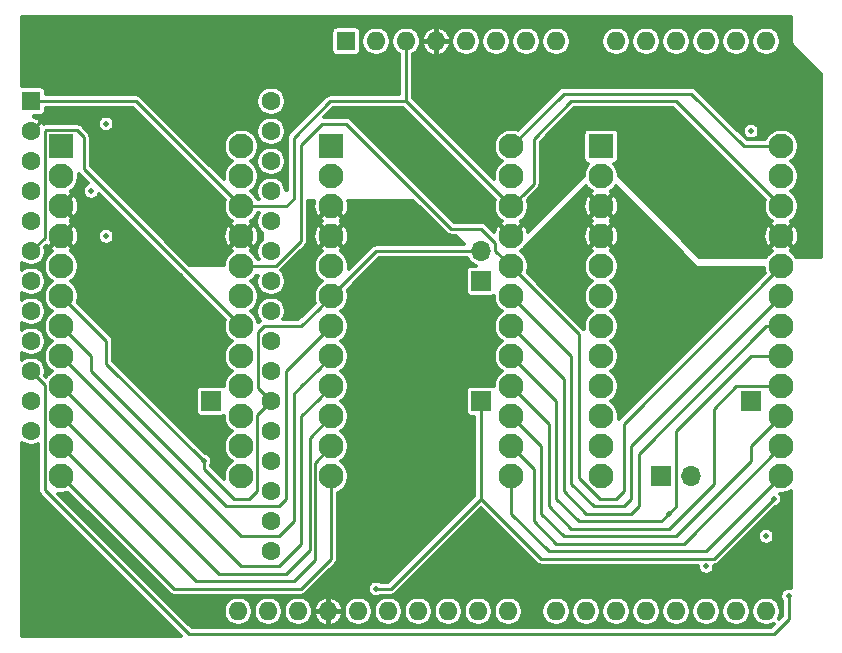
<source format=gbr>
G04 #@! TF.GenerationSoftware,KiCad,Pcbnew,5.1.5+dfsg1-2build2*
G04 #@! TF.CreationDate,2021-03-15T22:18:43+01:00*
G04 #@! TF.ProjectId,ProMicro_ADAPT,50726f4d-6963-4726-9f5f-41444150542e,v1.0*
G04 #@! TF.SameCoordinates,Original*
G04 #@! TF.FileFunction,Copper,L2,Inr*
G04 #@! TF.FilePolarity,Positive*
%FSLAX46Y46*%
G04 Gerber Fmt 4.6, Leading zero omitted, Abs format (unit mm)*
G04 Created by KiCad*
%MOMM*%
%LPD*%
G04 APERTURE LIST*
%ADD10O,1.600000X1.600000*%
%ADD11R,1.600000X1.600000*%
%ADD12O,1.700000X1.700000*%
%ADD13R,1.700000X1.700000*%
%ADD14C,2.100000*%
%ADD15R,2.100000X2.100000*%
%ADD16C,1.600000*%
%ADD17C,0.500000*%
%ADD18C,0.250000*%
%ADD19C,0.300000*%
G04 APERTURE END LIST*
D10*
X119380000Y-120650000D03*
X121920000Y-120650000D03*
X82300000Y-120650000D03*
X121920000Y-72390000D03*
X84840000Y-120650000D03*
X119380000Y-72390000D03*
X87380000Y-120650000D03*
X116840000Y-72390000D03*
X89920000Y-120650000D03*
X114300000Y-72390000D03*
X92460000Y-120650000D03*
X111760000Y-72390000D03*
X95000000Y-120650000D03*
X109220000Y-72390000D03*
X97540000Y-120650000D03*
X104140000Y-72390000D03*
X100080000Y-120650000D03*
X101600000Y-72390000D03*
X104140000Y-120650000D03*
X99060000Y-72390000D03*
X106680000Y-120650000D03*
X96520000Y-72390000D03*
X109220000Y-120650000D03*
X93980000Y-72390000D03*
X111760000Y-120650000D03*
X91440000Y-72390000D03*
X114300000Y-120650000D03*
X88900000Y-72390000D03*
X116840000Y-120650000D03*
D11*
X86360000Y-72390000D03*
D10*
X79760000Y-120650000D03*
X77220000Y-120650000D03*
D12*
X115570000Y-109220000D03*
D13*
X113030000Y-109220000D03*
D12*
X97790000Y-90170000D03*
D13*
X97790000Y-92710000D03*
D14*
X123190000Y-81280000D03*
X123190000Y-83820000D03*
X123190000Y-86360000D03*
X107950000Y-109220000D03*
X123190000Y-88900000D03*
X107950000Y-106680000D03*
X123190000Y-91440000D03*
X107950000Y-104140000D03*
X123190000Y-93980000D03*
X107950000Y-101600000D03*
X123190000Y-96520000D03*
X107950000Y-99060000D03*
X123190000Y-99060000D03*
X107950000Y-96520000D03*
X123190000Y-101600000D03*
X107950000Y-93980000D03*
X123190000Y-104140000D03*
X107950000Y-91440000D03*
X123190000Y-106680000D03*
X107950000Y-88900000D03*
X123190000Y-109220000D03*
X107950000Y-86360000D03*
X107950000Y-83820000D03*
D15*
X107950000Y-81280000D03*
D14*
X100330000Y-81280000D03*
X100330000Y-83820000D03*
X100330000Y-86360000D03*
X85090000Y-109220000D03*
X100330000Y-88900000D03*
X85090000Y-106680000D03*
X100330000Y-91440000D03*
X85090000Y-104140000D03*
X100330000Y-93980000D03*
X85090000Y-101600000D03*
X100330000Y-96520000D03*
X85090000Y-99060000D03*
X100330000Y-99060000D03*
X85090000Y-96520000D03*
X100330000Y-101600000D03*
X85090000Y-93980000D03*
X100330000Y-104140000D03*
X85090000Y-91440000D03*
X100330000Y-106680000D03*
X85090000Y-88900000D03*
X100330000Y-109220000D03*
X85090000Y-86360000D03*
X85090000Y-83820000D03*
D15*
X85090000Y-81280000D03*
D14*
X77470000Y-81280000D03*
X77470000Y-83820000D03*
X77470000Y-86360000D03*
X62230000Y-109220000D03*
X77470000Y-88900000D03*
X62230000Y-106680000D03*
X77470000Y-91440000D03*
X62230000Y-104140000D03*
X77470000Y-93980000D03*
X62230000Y-101600000D03*
X77470000Y-96520000D03*
X62230000Y-99060000D03*
X77470000Y-99060000D03*
X62230000Y-96520000D03*
X77470000Y-101600000D03*
X62230000Y-93980000D03*
X77470000Y-104140000D03*
X62230000Y-91440000D03*
X77470000Y-106680000D03*
X62230000Y-88900000D03*
X77470000Y-109220000D03*
X62230000Y-86360000D03*
X62230000Y-83820000D03*
D15*
X62230000Y-81280000D03*
D13*
X74930000Y-102870000D03*
X120650000Y-102870000D03*
X97790000Y-102870000D03*
D11*
X59690000Y-77470000D03*
D16*
X59690000Y-80010000D03*
X59690000Y-82550000D03*
X59690000Y-85090000D03*
X59690000Y-87630000D03*
X59690000Y-90170000D03*
X59690000Y-92710000D03*
X59690000Y-95250000D03*
X59690000Y-97790000D03*
X59690000Y-100330000D03*
X59690000Y-102870000D03*
X59690000Y-105410000D03*
X80010000Y-115570000D03*
X80010000Y-113030000D03*
X80010000Y-110490000D03*
X80010000Y-107950000D03*
X80010000Y-105410000D03*
X80010000Y-102870000D03*
X80010000Y-100330000D03*
X80010000Y-97790000D03*
X80010000Y-95250000D03*
X80010000Y-92710000D03*
X80010000Y-90170000D03*
X80010000Y-87630000D03*
X80010000Y-85090000D03*
X80010000Y-82550000D03*
X80010000Y-80010000D03*
X80010000Y-77470000D03*
D17*
X69850000Y-101600000D03*
X69850000Y-99695000D03*
X69850000Y-97790000D03*
X69850000Y-95885000D03*
X114935000Y-97790000D03*
X114935000Y-95885000D03*
X114935000Y-93980000D03*
X114935000Y-92075000D03*
X97155000Y-118110000D03*
X100965000Y-118110000D03*
X104775000Y-118110000D03*
X61595000Y-114935000D03*
X62865000Y-116205000D03*
X64135000Y-117475000D03*
X65405000Y-118745000D03*
X66675000Y-120015000D03*
X74295000Y-107950000D03*
X64770000Y-85090000D03*
X66040000Y-79375000D03*
X66040000Y-88900000D03*
X113665000Y-112395000D03*
X120650000Y-80010000D03*
X123825000Y-119379996D03*
X116840000Y-116840000D03*
X121920000Y-114300000D03*
X122554996Y-111125000D03*
X88900000Y-118745000D03*
D18*
X104775000Y-76835000D02*
X100330000Y-81280000D01*
X123190000Y-81280000D02*
X120015000Y-81280000D01*
X120015000Y-81280000D02*
X115570000Y-76835000D01*
X115570000Y-76835000D02*
X104775000Y-76835000D01*
X68580000Y-77470000D02*
X59690000Y-77470000D01*
X77470000Y-86360000D02*
X68580000Y-77470000D01*
X91440000Y-77470000D02*
X100330000Y-86360000D01*
X91440000Y-72390000D02*
X91440000Y-77470000D01*
X101379999Y-85310001D02*
X100330000Y-86360000D01*
X123190000Y-86360000D02*
X114300000Y-77470000D01*
X105410000Y-77470000D02*
X102235000Y-80645000D01*
X114300000Y-77470000D02*
X105410000Y-77470000D01*
X102235000Y-80645000D02*
X102235000Y-84455000D01*
X102235000Y-84455000D02*
X101379999Y-85310001D01*
X78954924Y-86360000D02*
X77470000Y-86360000D01*
X81280000Y-86360000D02*
X78954924Y-86360000D01*
X81915000Y-85725000D02*
X81280000Y-86360000D01*
X81915000Y-80571794D02*
X81915000Y-85725000D01*
X85016794Y-77470000D02*
X81915000Y-80571794D01*
X91440000Y-77470000D02*
X85016794Y-77470000D01*
X82550000Y-118745000D02*
X85090000Y-116205000D01*
X71755000Y-118745000D02*
X82550000Y-118745000D01*
X85090000Y-116205000D02*
X85090000Y-109220000D01*
X62230000Y-109220000D02*
X71755000Y-118745000D01*
X60960000Y-78740000D02*
X59690000Y-80010000D01*
X67310000Y-78740000D02*
X60960000Y-78740000D01*
X77470000Y-88900000D02*
X67310000Y-78740000D01*
X64135000Y-108585000D02*
X62230000Y-106680000D01*
X73660000Y-118110000D02*
X64135000Y-108585000D01*
X83715044Y-116309956D02*
X81915000Y-118110000D01*
X83715044Y-109880046D02*
X83715044Y-116309956D01*
X83714999Y-109880001D02*
X83715044Y-109880046D01*
X83714999Y-108055001D02*
X83714999Y-109880001D01*
X81915000Y-118110000D02*
X73660000Y-118110000D01*
X85090000Y-106680000D02*
X83714999Y-108055001D01*
X65405000Y-107315000D02*
X62230000Y-104140000D01*
X75565000Y-117475000D02*
X65405000Y-107315000D01*
X81282116Y-117475000D02*
X75565000Y-117475000D01*
X83265033Y-115492083D02*
X81282116Y-117475000D01*
X83265033Y-110066446D02*
X83265033Y-115492083D01*
X83264988Y-110066401D02*
X83265033Y-110066446D01*
X83265033Y-107868556D02*
X83264988Y-107868601D01*
X83265033Y-105964967D02*
X83265033Y-107868556D01*
X83264988Y-107868601D02*
X83264988Y-110066401D01*
X85090000Y-104140000D02*
X83265033Y-105964967D01*
X84040001Y-102649999D02*
X85090000Y-101600000D01*
X82550000Y-104140000D02*
X84040001Y-102649999D01*
X82550000Y-114935000D02*
X82550000Y-104140000D01*
X80645000Y-116840000D02*
X82550000Y-114935000D01*
X77470000Y-116840000D02*
X80645000Y-116840000D01*
X62230000Y-101600000D02*
X77470000Y-116840000D01*
X67945000Y-104775000D02*
X62230000Y-99060000D01*
X81915000Y-113030000D02*
X80645000Y-114300000D01*
X80645000Y-114300000D02*
X77470000Y-114300000D01*
X81915000Y-102235000D02*
X81915000Y-113030000D01*
X82550000Y-101600000D02*
X81915000Y-102235000D01*
X82552821Y-101600000D02*
X82550000Y-101600000D01*
X84040001Y-100112820D02*
X82552821Y-101600000D01*
X84040001Y-100109999D02*
X84040001Y-100112820D01*
X77470000Y-114300000D02*
X67945000Y-104775000D01*
X85090000Y-99060000D02*
X84040001Y-100109999D01*
X64770000Y-100330000D02*
X64770000Y-99060000D01*
X76200000Y-111760000D02*
X64770000Y-100330000D01*
X80645000Y-111760000D02*
X76200000Y-111760000D01*
X81280000Y-111125000D02*
X80645000Y-111760000D01*
X63279999Y-97569999D02*
X62230000Y-96520000D01*
X64770000Y-99060000D02*
X63279999Y-97569999D01*
X81280000Y-100330000D02*
X81280000Y-111125000D01*
X85090000Y-96520000D02*
X81280000Y-100330000D01*
X119380000Y-101600000D02*
X123190000Y-101600000D01*
X117475000Y-103505000D02*
X119380000Y-101600000D01*
X113665000Y-113665000D02*
X117475000Y-109855000D01*
X105410000Y-113665000D02*
X113665000Y-113665000D01*
X103505000Y-111760000D02*
X105410000Y-113665000D01*
X103505000Y-104775000D02*
X103505000Y-111760000D01*
X117475000Y-109855000D02*
X117475000Y-103505000D01*
X100330000Y-101600000D02*
X103505000Y-104775000D01*
X84040001Y-95029999D02*
X85090000Y-93980000D01*
X82550000Y-96520000D02*
X84040001Y-95029999D01*
X78884999Y-97010001D02*
X79375000Y-96520000D01*
X79375000Y-96520000D02*
X82550000Y-96520000D01*
X78884999Y-101744999D02*
X78884999Y-97010001D01*
X80010000Y-102870000D02*
X78884999Y-101744999D01*
X88900000Y-90170000D02*
X85090000Y-93980000D01*
X97790000Y-90170000D02*
X88900000Y-90170000D01*
X74295000Y-108585000D02*
X74295000Y-107950000D01*
X76835000Y-111125000D02*
X74295000Y-108585000D01*
X78170001Y-111125000D02*
X76835000Y-111125000D01*
X78845001Y-110450000D02*
X78170001Y-111125000D01*
X78845001Y-104034999D02*
X78845001Y-110450000D01*
X80010000Y-102870000D02*
X78845001Y-104034999D01*
X66040000Y-99695000D02*
X74295000Y-107950000D01*
X66040000Y-97790000D02*
X66040000Y-99695000D01*
X62230000Y-93980000D02*
X66040000Y-97790000D01*
X102870000Y-106680000D02*
X100330000Y-104140000D01*
X102870000Y-112395000D02*
X102870000Y-106680000D01*
X104775000Y-114300000D02*
X102870000Y-112395000D01*
X114300000Y-114300000D02*
X104775000Y-114300000D01*
X120650000Y-107950000D02*
X114300000Y-114300000D01*
X120650000Y-106680000D02*
X120650000Y-107950000D01*
X123190000Y-104140000D02*
X120650000Y-106680000D01*
X102235000Y-108585000D02*
X100330000Y-106680000D01*
X102235000Y-113030000D02*
X102235000Y-108585000D01*
X104140000Y-114935000D02*
X102235000Y-113030000D01*
X114935000Y-114935000D02*
X104140000Y-114935000D01*
X123190000Y-106680000D02*
X114935000Y-114935000D01*
X100330000Y-110704924D02*
X100330000Y-109220000D01*
X100330000Y-112395000D02*
X100330000Y-110704924D01*
X103505000Y-115570000D02*
X100330000Y-112395000D01*
X116840000Y-115570000D02*
X103505000Y-115570000D01*
X123190000Y-109220000D02*
X116840000Y-115570000D01*
X106045000Y-97155000D02*
X100330000Y-91440000D01*
X106045000Y-109350002D02*
X106045000Y-97155000D01*
X107819998Y-111125000D02*
X106045000Y-109350002D01*
X109220000Y-111125000D02*
X107819998Y-111125000D01*
X109855000Y-110490000D02*
X109220000Y-111125000D01*
X109855000Y-104775000D02*
X109855000Y-110490000D01*
X123190000Y-91440000D02*
X109855000Y-104775000D01*
X82550000Y-89295002D02*
X80405002Y-91440000D01*
X78954924Y-91440000D02*
X77470000Y-91440000D01*
X80405002Y-91440000D02*
X78954924Y-91440000D01*
X82550000Y-81134998D02*
X82550000Y-89295002D01*
X84309998Y-79375000D02*
X82550000Y-81134998D01*
X86360000Y-79375000D02*
X84309998Y-79375000D01*
X95250000Y-88265000D02*
X86360000Y-79375000D01*
X98994999Y-89469999D02*
X97790000Y-88265000D01*
X97790000Y-88265000D02*
X95250000Y-88265000D01*
X98994999Y-90104999D02*
X98994999Y-89469999D01*
X100330000Y-91440000D02*
X98994999Y-90104999D01*
X110490000Y-111125000D02*
X110490000Y-106680000D01*
X109855000Y-111760000D02*
X110490000Y-111125000D01*
X107315000Y-111760000D02*
X109855000Y-111760000D01*
X105410000Y-109855000D02*
X107315000Y-111760000D01*
X110490000Y-106680000D02*
X123190000Y-93980000D01*
X105410000Y-99060000D02*
X105410000Y-109855000D01*
X100330000Y-93980000D02*
X105410000Y-99060000D01*
X121920000Y-96520000D02*
X123190000Y-96520000D01*
X111125000Y-107315000D02*
X121920000Y-96520000D01*
X111125000Y-111760000D02*
X111125000Y-107315000D01*
X110490000Y-112395000D02*
X111125000Y-111760000D01*
X106680000Y-112395000D02*
X110490000Y-112395000D01*
X104775000Y-110490000D02*
X106680000Y-112395000D01*
X104775000Y-100965000D02*
X104775000Y-110490000D01*
X100330000Y-96520000D02*
X104775000Y-100965000D01*
X76420001Y-95470001D02*
X77470000Y-96520000D01*
X64135000Y-83185000D02*
X76420001Y-95470001D01*
X64135000Y-80499998D02*
X64135000Y-83185000D01*
X63540001Y-79904999D02*
X64135000Y-80499998D01*
X60919999Y-79904999D02*
X63540001Y-79904999D01*
X60854999Y-79969999D02*
X60919999Y-79904999D01*
X60854999Y-89005001D02*
X60854999Y-79969999D01*
X59690000Y-90170000D02*
X60854999Y-89005001D01*
X106045000Y-113030000D02*
X111125000Y-113030000D01*
X104140000Y-102870000D02*
X104140000Y-111125000D01*
X104140000Y-111125000D02*
X106045000Y-113030000D01*
X100330000Y-99060000D02*
X104140000Y-102870000D01*
X113030000Y-113030000D02*
X113665000Y-112395000D01*
X111125000Y-113030000D02*
X113030000Y-113030000D01*
X120650000Y-99060000D02*
X123190000Y-99060000D01*
X114300000Y-105410000D02*
X120650000Y-99060000D01*
X114300000Y-111760000D02*
X114300000Y-105410000D01*
X113665000Y-112395000D02*
X114300000Y-111760000D01*
X73025000Y-122555000D02*
X122555000Y-122555000D01*
X60854999Y-110384999D02*
X73025000Y-122555000D01*
X122555000Y-122555000D02*
X123825000Y-121285000D01*
X60854999Y-101494999D02*
X60854999Y-110384999D01*
X59690000Y-100330000D02*
X60854999Y-101494999D01*
X123825000Y-121285000D02*
X123825000Y-119379996D01*
X97790000Y-102870000D02*
X97790000Y-111125000D01*
X97790000Y-111125000D02*
X102870000Y-116205000D01*
X102870000Y-116205000D02*
X117474996Y-116205000D01*
X117474996Y-116205000D02*
X122304997Y-111374999D01*
X122304997Y-111374999D02*
X122554996Y-111125000D01*
X90170000Y-118745000D02*
X97790000Y-111125000D01*
X88900000Y-118745000D02*
X90170000Y-118745000D01*
D19*
G36*
X76083777Y-85786950D02*
G01*
X76027644Y-85922466D01*
X75970000Y-86212263D01*
X75970000Y-86507737D01*
X76027644Y-86797534D01*
X76140717Y-87070517D01*
X76304874Y-87316194D01*
X76513806Y-87525126D01*
X76667094Y-87627550D01*
X76640260Y-87641684D01*
X76624995Y-87651884D01*
X76519747Y-87879036D01*
X77470000Y-88829289D01*
X78420253Y-87879036D01*
X78315005Y-87651884D01*
X78271666Y-87628379D01*
X78426194Y-87525126D01*
X78635126Y-87316194D01*
X78799283Y-87070517D01*
X78855416Y-86935000D01*
X78971023Y-86935000D01*
X78902265Y-87037903D01*
X78808037Y-87265389D01*
X78760000Y-87506886D01*
X78760000Y-87753114D01*
X78808037Y-87994611D01*
X78902265Y-88222097D01*
X79039062Y-88426828D01*
X79213172Y-88600938D01*
X79225000Y-88608841D01*
X79225000Y-89191159D01*
X79213172Y-89199062D01*
X79039062Y-89373172D01*
X78902265Y-89577903D01*
X78808037Y-89805389D01*
X78760000Y-90046886D01*
X78760000Y-90293114D01*
X78808037Y-90534611D01*
X78902265Y-90762097D01*
X78971023Y-90865000D01*
X78855416Y-90865000D01*
X78799283Y-90729483D01*
X78635126Y-90483806D01*
X78426194Y-90274874D01*
X78272906Y-90172450D01*
X78299740Y-90158316D01*
X78315005Y-90148116D01*
X78420253Y-89920964D01*
X77470000Y-88970711D01*
X76519747Y-89920964D01*
X76624995Y-90148116D01*
X76668334Y-90171621D01*
X76513806Y-90274874D01*
X76304874Y-90483806D01*
X76140717Y-90729483D01*
X76027644Y-91002466D01*
X75970450Y-91290000D01*
X73053173Y-91290000D01*
X70653993Y-88890820D01*
X75962770Y-88890820D01*
X75989940Y-89185043D01*
X76073988Y-89468311D01*
X76211684Y-89729740D01*
X76221884Y-89745005D01*
X76449036Y-89850253D01*
X77399289Y-88900000D01*
X77540711Y-88900000D01*
X78490964Y-89850253D01*
X78718116Y-89745005D01*
X78858985Y-89485274D01*
X78946478Y-89203050D01*
X78977230Y-88909180D01*
X78950060Y-88614957D01*
X78866012Y-88331689D01*
X78728316Y-88070260D01*
X78718116Y-88054995D01*
X78490964Y-87949747D01*
X77540711Y-88900000D01*
X77399289Y-88900000D01*
X76449036Y-87949747D01*
X76221884Y-88054995D01*
X76081015Y-88314726D01*
X75993522Y-88596950D01*
X75962770Y-88890820D01*
X70653993Y-88890820D01*
X64710000Y-82946828D01*
X64710000Y-80528241D01*
X64712782Y-80499998D01*
X64708751Y-80459074D01*
X64701680Y-80387278D01*
X64668801Y-80278890D01*
X64615408Y-80179000D01*
X64543554Y-80091444D01*
X64521613Y-80073438D01*
X63966566Y-79518392D01*
X63948555Y-79496445D01*
X63860999Y-79424591D01*
X63761109Y-79371198D01*
X63652721Y-79338319D01*
X63568247Y-79329999D01*
X63568244Y-79329999D01*
X63540001Y-79327217D01*
X63511758Y-79329999D01*
X60948242Y-79329999D01*
X60919999Y-79327217D01*
X60891756Y-79329999D01*
X60891753Y-79329999D01*
X60807279Y-79338319D01*
X60756628Y-79353684D01*
X60734748Y-79312750D01*
X60716814Y-79306056D01*
X65340000Y-79306056D01*
X65340000Y-79443944D01*
X65366901Y-79579182D01*
X65419668Y-79706574D01*
X65496274Y-79821224D01*
X65593776Y-79918726D01*
X65708426Y-79995332D01*
X65835818Y-80048099D01*
X65971056Y-80075000D01*
X66108944Y-80075000D01*
X66244182Y-80048099D01*
X66371574Y-79995332D01*
X66486224Y-79918726D01*
X66583726Y-79821224D01*
X66660332Y-79706574D01*
X66713099Y-79579182D01*
X66740000Y-79443944D01*
X66740000Y-79306056D01*
X66713099Y-79170818D01*
X66660332Y-79043426D01*
X66583726Y-78928776D01*
X66486224Y-78831274D01*
X66371574Y-78754668D01*
X66244182Y-78701901D01*
X66108944Y-78675000D01*
X65971056Y-78675000D01*
X65835818Y-78701901D01*
X65708426Y-78754668D01*
X65593776Y-78831274D01*
X65496274Y-78928776D01*
X65419668Y-79043426D01*
X65366901Y-79170818D01*
X65340000Y-79306056D01*
X60716814Y-79306056D01*
X60533192Y-79237518D01*
X60466421Y-79304289D01*
X60395711Y-79233579D01*
X60462482Y-79166808D01*
X60387250Y-78965252D01*
X60170033Y-78849299D01*
X59942565Y-78780433D01*
X59884309Y-78722177D01*
X60490000Y-78722177D01*
X60578215Y-78713489D01*
X60663041Y-78687757D01*
X60741216Y-78645971D01*
X60809737Y-78589737D01*
X60865971Y-78521216D01*
X60907757Y-78443041D01*
X60933489Y-78358215D01*
X60942177Y-78270000D01*
X60942177Y-78045000D01*
X68341828Y-78045000D01*
X76083777Y-85786950D01*
G37*
X76083777Y-85786950D02*
X76027644Y-85922466D01*
X75970000Y-86212263D01*
X75970000Y-86507737D01*
X76027644Y-86797534D01*
X76140717Y-87070517D01*
X76304874Y-87316194D01*
X76513806Y-87525126D01*
X76667094Y-87627550D01*
X76640260Y-87641684D01*
X76624995Y-87651884D01*
X76519747Y-87879036D01*
X77470000Y-88829289D01*
X78420253Y-87879036D01*
X78315005Y-87651884D01*
X78271666Y-87628379D01*
X78426194Y-87525126D01*
X78635126Y-87316194D01*
X78799283Y-87070517D01*
X78855416Y-86935000D01*
X78971023Y-86935000D01*
X78902265Y-87037903D01*
X78808037Y-87265389D01*
X78760000Y-87506886D01*
X78760000Y-87753114D01*
X78808037Y-87994611D01*
X78902265Y-88222097D01*
X79039062Y-88426828D01*
X79213172Y-88600938D01*
X79225000Y-88608841D01*
X79225000Y-89191159D01*
X79213172Y-89199062D01*
X79039062Y-89373172D01*
X78902265Y-89577903D01*
X78808037Y-89805389D01*
X78760000Y-90046886D01*
X78760000Y-90293114D01*
X78808037Y-90534611D01*
X78902265Y-90762097D01*
X78971023Y-90865000D01*
X78855416Y-90865000D01*
X78799283Y-90729483D01*
X78635126Y-90483806D01*
X78426194Y-90274874D01*
X78272906Y-90172450D01*
X78299740Y-90158316D01*
X78315005Y-90148116D01*
X78420253Y-89920964D01*
X77470000Y-88970711D01*
X76519747Y-89920964D01*
X76624995Y-90148116D01*
X76668334Y-90171621D01*
X76513806Y-90274874D01*
X76304874Y-90483806D01*
X76140717Y-90729483D01*
X76027644Y-91002466D01*
X75970450Y-91290000D01*
X73053173Y-91290000D01*
X70653993Y-88890820D01*
X75962770Y-88890820D01*
X75989940Y-89185043D01*
X76073988Y-89468311D01*
X76211684Y-89729740D01*
X76221884Y-89745005D01*
X76449036Y-89850253D01*
X77399289Y-88900000D01*
X77540711Y-88900000D01*
X78490964Y-89850253D01*
X78718116Y-89745005D01*
X78858985Y-89485274D01*
X78946478Y-89203050D01*
X78977230Y-88909180D01*
X78950060Y-88614957D01*
X78866012Y-88331689D01*
X78728316Y-88070260D01*
X78718116Y-88054995D01*
X78490964Y-87949747D01*
X77540711Y-88900000D01*
X77399289Y-88900000D01*
X76449036Y-87949747D01*
X76221884Y-88054995D01*
X76081015Y-88314726D01*
X75993522Y-88596950D01*
X75962770Y-88890820D01*
X70653993Y-88890820D01*
X64710000Y-82946828D01*
X64710000Y-80528241D01*
X64712782Y-80499998D01*
X64708751Y-80459074D01*
X64701680Y-80387278D01*
X64668801Y-80278890D01*
X64615408Y-80179000D01*
X64543554Y-80091444D01*
X64521613Y-80073438D01*
X63966566Y-79518392D01*
X63948555Y-79496445D01*
X63860999Y-79424591D01*
X63761109Y-79371198D01*
X63652721Y-79338319D01*
X63568247Y-79329999D01*
X63568244Y-79329999D01*
X63540001Y-79327217D01*
X63511758Y-79329999D01*
X60948242Y-79329999D01*
X60919999Y-79327217D01*
X60891756Y-79329999D01*
X60891753Y-79329999D01*
X60807279Y-79338319D01*
X60756628Y-79353684D01*
X60734748Y-79312750D01*
X60716814Y-79306056D01*
X65340000Y-79306056D01*
X65340000Y-79443944D01*
X65366901Y-79579182D01*
X65419668Y-79706574D01*
X65496274Y-79821224D01*
X65593776Y-79918726D01*
X65708426Y-79995332D01*
X65835818Y-80048099D01*
X65971056Y-80075000D01*
X66108944Y-80075000D01*
X66244182Y-80048099D01*
X66371574Y-79995332D01*
X66486224Y-79918726D01*
X66583726Y-79821224D01*
X66660332Y-79706574D01*
X66713099Y-79579182D01*
X66740000Y-79443944D01*
X66740000Y-79306056D01*
X66713099Y-79170818D01*
X66660332Y-79043426D01*
X66583726Y-78928776D01*
X66486224Y-78831274D01*
X66371574Y-78754668D01*
X66244182Y-78701901D01*
X66108944Y-78675000D01*
X65971056Y-78675000D01*
X65835818Y-78701901D01*
X65708426Y-78754668D01*
X65593776Y-78831274D01*
X65496274Y-78928776D01*
X65419668Y-79043426D01*
X65366901Y-79170818D01*
X65340000Y-79306056D01*
X60716814Y-79306056D01*
X60533192Y-79237518D01*
X60466421Y-79304289D01*
X60395711Y-79233579D01*
X60462482Y-79166808D01*
X60387250Y-78965252D01*
X60170033Y-78849299D01*
X59942565Y-78780433D01*
X59884309Y-78722177D01*
X60490000Y-78722177D01*
X60578215Y-78713489D01*
X60663041Y-78687757D01*
X60741216Y-78645971D01*
X60809737Y-78589737D01*
X60865971Y-78521216D01*
X60907757Y-78443041D01*
X60933489Y-78358215D01*
X60942177Y-78270000D01*
X60942177Y-78045000D01*
X68341828Y-78045000D01*
X76083777Y-85786950D01*
G36*
X123985000Y-72366668D02*
G01*
X123982702Y-72390000D01*
X123985000Y-72413331D01*
X123991873Y-72483115D01*
X124019034Y-72572653D01*
X124063141Y-72655173D01*
X124122499Y-72727501D01*
X124140634Y-72742384D01*
X126525001Y-75126752D01*
X126525001Y-90655000D01*
X124469515Y-90655000D01*
X124355126Y-90483806D01*
X124146194Y-90274874D01*
X123992906Y-90172450D01*
X124019740Y-90158316D01*
X124035005Y-90148116D01*
X124140253Y-89920964D01*
X123190000Y-88970711D01*
X122239747Y-89920964D01*
X122344995Y-90148116D01*
X122388334Y-90171621D01*
X122233806Y-90274874D01*
X122024874Y-90483806D01*
X121910485Y-90655000D01*
X116267132Y-90655000D01*
X114502952Y-88890820D01*
X121682770Y-88890820D01*
X121709940Y-89185043D01*
X121793988Y-89468311D01*
X121931684Y-89729740D01*
X121941884Y-89745005D01*
X122169036Y-89850253D01*
X123119289Y-88900000D01*
X123260711Y-88900000D01*
X124210964Y-89850253D01*
X124438116Y-89745005D01*
X124578985Y-89485274D01*
X124666478Y-89203050D01*
X124697230Y-88909180D01*
X124670060Y-88614957D01*
X124586012Y-88331689D01*
X124448316Y-88070260D01*
X124438116Y-88054995D01*
X124210964Y-87949747D01*
X123260711Y-88900000D01*
X123119289Y-88900000D01*
X122169036Y-87949747D01*
X121941884Y-88054995D01*
X121801015Y-88314726D01*
X121713522Y-88596950D01*
X121682770Y-88890820D01*
X114502952Y-88890820D01*
X109450000Y-83837868D01*
X109450000Y-83672263D01*
X109392356Y-83382466D01*
X109279283Y-83109483D01*
X109115126Y-82863806D01*
X109030494Y-82779174D01*
X109088215Y-82773489D01*
X109173041Y-82747757D01*
X109251216Y-82705971D01*
X109319737Y-82649737D01*
X109375971Y-82581216D01*
X109417757Y-82503041D01*
X109443489Y-82418215D01*
X109452177Y-82330000D01*
X109452177Y-80230000D01*
X109443489Y-80141785D01*
X109417757Y-80056959D01*
X109375971Y-79978784D01*
X109319737Y-79910263D01*
X109251216Y-79854029D01*
X109173041Y-79812243D01*
X109088215Y-79786511D01*
X109000000Y-79777823D01*
X106900000Y-79777823D01*
X106811785Y-79786511D01*
X106726959Y-79812243D01*
X106648784Y-79854029D01*
X106580263Y-79910263D01*
X106524029Y-79978784D01*
X106482243Y-80056959D01*
X106456511Y-80141785D01*
X106447823Y-80230000D01*
X106447823Y-82330000D01*
X106456511Y-82418215D01*
X106482243Y-82503041D01*
X106524029Y-82581216D01*
X106580263Y-82649737D01*
X106648784Y-82705971D01*
X106726959Y-82747757D01*
X106811785Y-82773489D01*
X106869506Y-82779174D01*
X106784874Y-82863806D01*
X106620717Y-83109483D01*
X106507644Y-83382466D01*
X106450000Y-83672263D01*
X106450000Y-83837868D01*
X101778678Y-88509190D01*
X101726012Y-88331689D01*
X101588316Y-88070260D01*
X101578116Y-88054995D01*
X101350964Y-87949747D01*
X100400711Y-88900000D01*
X100414853Y-88914142D01*
X100344142Y-88984853D01*
X100330000Y-88970711D01*
X100315858Y-88984853D01*
X100245147Y-88914142D01*
X100259289Y-88900000D01*
X99309036Y-87949747D01*
X99081884Y-88054995D01*
X98941015Y-88314726D01*
X98872833Y-88534660D01*
X98216565Y-87878393D01*
X98198554Y-87856446D01*
X98110998Y-87784592D01*
X98011108Y-87731199D01*
X97902720Y-87698320D01*
X97818246Y-87690000D01*
X97818243Y-87690000D01*
X97790000Y-87687218D01*
X97761757Y-87690000D01*
X95522132Y-87690000D01*
X92816066Y-84983934D01*
X92793336Y-84965280D01*
X92767403Y-84951418D01*
X92741834Y-84943662D01*
X86786566Y-78988394D01*
X86768554Y-78966446D01*
X86680998Y-78894592D01*
X86581108Y-78841199D01*
X86472720Y-78808320D01*
X86388246Y-78800000D01*
X86388243Y-78800000D01*
X86360000Y-78797218D01*
X86331757Y-78800000D01*
X84499967Y-78800000D01*
X85254967Y-78045000D01*
X91201828Y-78045000D01*
X98943777Y-85786950D01*
X98887644Y-85922466D01*
X98830000Y-86212263D01*
X98830000Y-86507737D01*
X98887644Y-86797534D01*
X99000717Y-87070517D01*
X99164874Y-87316194D01*
X99373806Y-87525126D01*
X99527094Y-87627550D01*
X99500260Y-87641684D01*
X99484995Y-87651884D01*
X99379747Y-87879036D01*
X100330000Y-88829289D01*
X101280253Y-87879036D01*
X101175005Y-87651884D01*
X101131666Y-87628379D01*
X101286194Y-87525126D01*
X101495126Y-87316194D01*
X101659283Y-87070517D01*
X101772356Y-86797534D01*
X101830000Y-86507737D01*
X101830000Y-86212263D01*
X101772356Y-85922466D01*
X101716223Y-85786950D01*
X101806558Y-85696615D01*
X101806562Y-85696610D01*
X102621612Y-84881561D01*
X102643554Y-84863554D01*
X102677782Y-84821847D01*
X102715408Y-84775999D01*
X102768801Y-84676108D01*
X102801680Y-84567720D01*
X102810000Y-84483246D01*
X102810000Y-84483244D01*
X102812782Y-84455001D01*
X102810000Y-84426758D01*
X102810000Y-80883172D01*
X105648173Y-78045000D01*
X114061828Y-78045000D01*
X121803777Y-85786950D01*
X121747644Y-85922466D01*
X121690000Y-86212263D01*
X121690000Y-86507737D01*
X121747644Y-86797534D01*
X121860717Y-87070517D01*
X122024874Y-87316194D01*
X122233806Y-87525126D01*
X122387094Y-87627550D01*
X122360260Y-87641684D01*
X122344995Y-87651884D01*
X122239747Y-87879036D01*
X123190000Y-88829289D01*
X124140253Y-87879036D01*
X124035005Y-87651884D01*
X123991666Y-87628379D01*
X124146194Y-87525126D01*
X124355126Y-87316194D01*
X124519283Y-87070517D01*
X124632356Y-86797534D01*
X124690000Y-86507737D01*
X124690000Y-86212263D01*
X124632356Y-85922466D01*
X124519283Y-85649483D01*
X124355126Y-85403806D01*
X124146194Y-85194874D01*
X123989240Y-85090000D01*
X124146194Y-84985126D01*
X124355126Y-84776194D01*
X124519283Y-84530517D01*
X124632356Y-84257534D01*
X124690000Y-83967737D01*
X124690000Y-83672263D01*
X124632356Y-83382466D01*
X124519283Y-83109483D01*
X124355126Y-82863806D01*
X124146194Y-82654874D01*
X123989240Y-82550000D01*
X124146194Y-82445126D01*
X124355126Y-82236194D01*
X124519283Y-81990517D01*
X124632356Y-81717534D01*
X124690000Y-81427737D01*
X124690000Y-81132263D01*
X124632356Y-80842466D01*
X124519283Y-80569483D01*
X124355126Y-80323806D01*
X124146194Y-80114874D01*
X123900517Y-79950717D01*
X123627534Y-79837644D01*
X123337737Y-79780000D01*
X123042263Y-79780000D01*
X122752466Y-79837644D01*
X122479483Y-79950717D01*
X122233806Y-80114874D01*
X122024874Y-80323806D01*
X121860717Y-80569483D01*
X121804584Y-80705000D01*
X120744080Y-80705000D01*
X120854182Y-80683099D01*
X120981574Y-80630332D01*
X121096224Y-80553726D01*
X121193726Y-80456224D01*
X121270332Y-80341574D01*
X121323099Y-80214182D01*
X121350000Y-80078944D01*
X121350000Y-79941056D01*
X121323099Y-79805818D01*
X121270332Y-79678426D01*
X121193726Y-79563776D01*
X121096224Y-79466274D01*
X120981574Y-79389668D01*
X120854182Y-79336901D01*
X120718944Y-79310000D01*
X120581056Y-79310000D01*
X120445818Y-79336901D01*
X120318426Y-79389668D01*
X120203776Y-79466274D01*
X120106274Y-79563776D01*
X120029668Y-79678426D01*
X119976901Y-79805818D01*
X119950000Y-79941056D01*
X119950000Y-80078944D01*
X119976901Y-80214182D01*
X120029668Y-80341574D01*
X120106274Y-80456224D01*
X120203776Y-80553726D01*
X120318426Y-80630332D01*
X120445818Y-80683099D01*
X120555920Y-80705000D01*
X120253173Y-80705000D01*
X115996566Y-76448393D01*
X115978554Y-76426446D01*
X115890998Y-76354592D01*
X115791108Y-76301199D01*
X115682720Y-76268320D01*
X115598246Y-76260000D01*
X115598243Y-76260000D01*
X115570000Y-76257218D01*
X115541757Y-76260000D01*
X104803242Y-76260000D01*
X104774999Y-76257218D01*
X104746756Y-76260000D01*
X104746754Y-76260000D01*
X104662280Y-76268320D01*
X104553892Y-76301199D01*
X104454001Y-76354592D01*
X104408153Y-76392218D01*
X104366446Y-76426446D01*
X104348439Y-76448388D01*
X100903051Y-79893777D01*
X100767534Y-79837644D01*
X100477737Y-79780000D01*
X100182263Y-79780000D01*
X99892466Y-79837644D01*
X99619483Y-79950717D01*
X99373806Y-80114874D01*
X99164874Y-80323806D01*
X99000717Y-80569483D01*
X98887644Y-80842466D01*
X98830000Y-81132263D01*
X98830000Y-81427737D01*
X98887644Y-81717534D01*
X99000717Y-81990517D01*
X99164874Y-82236194D01*
X99373806Y-82445126D01*
X99530760Y-82550000D01*
X99373806Y-82654874D01*
X99164874Y-82863806D01*
X99000717Y-83109483D01*
X98887644Y-83382466D01*
X98830000Y-83672263D01*
X98830000Y-83967737D01*
X98849638Y-84066465D01*
X92015000Y-77231828D01*
X92015000Y-73504817D01*
X92032097Y-73497735D01*
X92236828Y-73360938D01*
X92410938Y-73186828D01*
X92547735Y-72982097D01*
X92641963Y-72754611D01*
X92665800Y-72634771D01*
X92754197Y-72634771D01*
X92825503Y-72869210D01*
X92941176Y-73085233D01*
X93096770Y-73274539D01*
X93286306Y-73429852D01*
X93502500Y-73545205D01*
X93735229Y-73615801D01*
X93930000Y-73526401D01*
X93930000Y-72440000D01*
X94030000Y-72440000D01*
X94030000Y-73526401D01*
X94224771Y-73615801D01*
X94457500Y-73545205D01*
X94673694Y-73429852D01*
X94863230Y-73274539D01*
X95018824Y-73085233D01*
X95134497Y-72869210D01*
X95205803Y-72634771D01*
X95116502Y-72440000D01*
X94030000Y-72440000D01*
X93930000Y-72440000D01*
X92843498Y-72440000D01*
X92754197Y-72634771D01*
X92665800Y-72634771D01*
X92690000Y-72513114D01*
X92690000Y-72266886D01*
X92665801Y-72145229D01*
X92754197Y-72145229D01*
X92843498Y-72340000D01*
X93930000Y-72340000D01*
X93930000Y-71253599D01*
X94030000Y-71253599D01*
X94030000Y-72340000D01*
X95116502Y-72340000D01*
X95150024Y-72266886D01*
X95270000Y-72266886D01*
X95270000Y-72513114D01*
X95318037Y-72754611D01*
X95412265Y-72982097D01*
X95549062Y-73186828D01*
X95723172Y-73360938D01*
X95927903Y-73497735D01*
X96155389Y-73591963D01*
X96396886Y-73640000D01*
X96643114Y-73640000D01*
X96884611Y-73591963D01*
X97112097Y-73497735D01*
X97316828Y-73360938D01*
X97490938Y-73186828D01*
X97627735Y-72982097D01*
X97721963Y-72754611D01*
X97770000Y-72513114D01*
X97770000Y-72266886D01*
X97810000Y-72266886D01*
X97810000Y-72513114D01*
X97858037Y-72754611D01*
X97952265Y-72982097D01*
X98089062Y-73186828D01*
X98263172Y-73360938D01*
X98467903Y-73497735D01*
X98695389Y-73591963D01*
X98936886Y-73640000D01*
X99183114Y-73640000D01*
X99424611Y-73591963D01*
X99652097Y-73497735D01*
X99856828Y-73360938D01*
X100030938Y-73186828D01*
X100167735Y-72982097D01*
X100261963Y-72754611D01*
X100310000Y-72513114D01*
X100310000Y-72266886D01*
X100350000Y-72266886D01*
X100350000Y-72513114D01*
X100398037Y-72754611D01*
X100492265Y-72982097D01*
X100629062Y-73186828D01*
X100803172Y-73360938D01*
X101007903Y-73497735D01*
X101235389Y-73591963D01*
X101476886Y-73640000D01*
X101723114Y-73640000D01*
X101964611Y-73591963D01*
X102192097Y-73497735D01*
X102396828Y-73360938D01*
X102570938Y-73186828D01*
X102707735Y-72982097D01*
X102801963Y-72754611D01*
X102850000Y-72513114D01*
X102850000Y-72266886D01*
X102890000Y-72266886D01*
X102890000Y-72513114D01*
X102938037Y-72754611D01*
X103032265Y-72982097D01*
X103169062Y-73186828D01*
X103343172Y-73360938D01*
X103547903Y-73497735D01*
X103775389Y-73591963D01*
X104016886Y-73640000D01*
X104263114Y-73640000D01*
X104504611Y-73591963D01*
X104732097Y-73497735D01*
X104936828Y-73360938D01*
X105110938Y-73186828D01*
X105247735Y-72982097D01*
X105341963Y-72754611D01*
X105390000Y-72513114D01*
X105390000Y-72266886D01*
X107970000Y-72266886D01*
X107970000Y-72513114D01*
X108018037Y-72754611D01*
X108112265Y-72982097D01*
X108249062Y-73186828D01*
X108423172Y-73360938D01*
X108627903Y-73497735D01*
X108855389Y-73591963D01*
X109096886Y-73640000D01*
X109343114Y-73640000D01*
X109584611Y-73591963D01*
X109812097Y-73497735D01*
X110016828Y-73360938D01*
X110190938Y-73186828D01*
X110327735Y-72982097D01*
X110421963Y-72754611D01*
X110470000Y-72513114D01*
X110470000Y-72266886D01*
X110510000Y-72266886D01*
X110510000Y-72513114D01*
X110558037Y-72754611D01*
X110652265Y-72982097D01*
X110789062Y-73186828D01*
X110963172Y-73360938D01*
X111167903Y-73497735D01*
X111395389Y-73591963D01*
X111636886Y-73640000D01*
X111883114Y-73640000D01*
X112124611Y-73591963D01*
X112352097Y-73497735D01*
X112556828Y-73360938D01*
X112730938Y-73186828D01*
X112867735Y-72982097D01*
X112961963Y-72754611D01*
X113010000Y-72513114D01*
X113010000Y-72266886D01*
X113050000Y-72266886D01*
X113050000Y-72513114D01*
X113098037Y-72754611D01*
X113192265Y-72982097D01*
X113329062Y-73186828D01*
X113503172Y-73360938D01*
X113707903Y-73497735D01*
X113935389Y-73591963D01*
X114176886Y-73640000D01*
X114423114Y-73640000D01*
X114664611Y-73591963D01*
X114892097Y-73497735D01*
X115096828Y-73360938D01*
X115270938Y-73186828D01*
X115407735Y-72982097D01*
X115501963Y-72754611D01*
X115550000Y-72513114D01*
X115550000Y-72266886D01*
X115590000Y-72266886D01*
X115590000Y-72513114D01*
X115638037Y-72754611D01*
X115732265Y-72982097D01*
X115869062Y-73186828D01*
X116043172Y-73360938D01*
X116247903Y-73497735D01*
X116475389Y-73591963D01*
X116716886Y-73640000D01*
X116963114Y-73640000D01*
X117204611Y-73591963D01*
X117432097Y-73497735D01*
X117636828Y-73360938D01*
X117810938Y-73186828D01*
X117947735Y-72982097D01*
X118041963Y-72754611D01*
X118090000Y-72513114D01*
X118090000Y-72266886D01*
X118130000Y-72266886D01*
X118130000Y-72513114D01*
X118178037Y-72754611D01*
X118272265Y-72982097D01*
X118409062Y-73186828D01*
X118583172Y-73360938D01*
X118787903Y-73497735D01*
X119015389Y-73591963D01*
X119256886Y-73640000D01*
X119503114Y-73640000D01*
X119744611Y-73591963D01*
X119972097Y-73497735D01*
X120176828Y-73360938D01*
X120350938Y-73186828D01*
X120487735Y-72982097D01*
X120581963Y-72754611D01*
X120630000Y-72513114D01*
X120630000Y-72266886D01*
X120670000Y-72266886D01*
X120670000Y-72513114D01*
X120718037Y-72754611D01*
X120812265Y-72982097D01*
X120949062Y-73186828D01*
X121123172Y-73360938D01*
X121327903Y-73497735D01*
X121555389Y-73591963D01*
X121796886Y-73640000D01*
X122043114Y-73640000D01*
X122284611Y-73591963D01*
X122512097Y-73497735D01*
X122716828Y-73360938D01*
X122890938Y-73186828D01*
X123027735Y-72982097D01*
X123121963Y-72754611D01*
X123170000Y-72513114D01*
X123170000Y-72266886D01*
X123121963Y-72025389D01*
X123027735Y-71797903D01*
X122890938Y-71593172D01*
X122716828Y-71419062D01*
X122512097Y-71282265D01*
X122284611Y-71188037D01*
X122043114Y-71140000D01*
X121796886Y-71140000D01*
X121555389Y-71188037D01*
X121327903Y-71282265D01*
X121123172Y-71419062D01*
X120949062Y-71593172D01*
X120812265Y-71797903D01*
X120718037Y-72025389D01*
X120670000Y-72266886D01*
X120630000Y-72266886D01*
X120581963Y-72025389D01*
X120487735Y-71797903D01*
X120350938Y-71593172D01*
X120176828Y-71419062D01*
X119972097Y-71282265D01*
X119744611Y-71188037D01*
X119503114Y-71140000D01*
X119256886Y-71140000D01*
X119015389Y-71188037D01*
X118787903Y-71282265D01*
X118583172Y-71419062D01*
X118409062Y-71593172D01*
X118272265Y-71797903D01*
X118178037Y-72025389D01*
X118130000Y-72266886D01*
X118090000Y-72266886D01*
X118041963Y-72025389D01*
X117947735Y-71797903D01*
X117810938Y-71593172D01*
X117636828Y-71419062D01*
X117432097Y-71282265D01*
X117204611Y-71188037D01*
X116963114Y-71140000D01*
X116716886Y-71140000D01*
X116475389Y-71188037D01*
X116247903Y-71282265D01*
X116043172Y-71419062D01*
X115869062Y-71593172D01*
X115732265Y-71797903D01*
X115638037Y-72025389D01*
X115590000Y-72266886D01*
X115550000Y-72266886D01*
X115501963Y-72025389D01*
X115407735Y-71797903D01*
X115270938Y-71593172D01*
X115096828Y-71419062D01*
X114892097Y-71282265D01*
X114664611Y-71188037D01*
X114423114Y-71140000D01*
X114176886Y-71140000D01*
X113935389Y-71188037D01*
X113707903Y-71282265D01*
X113503172Y-71419062D01*
X113329062Y-71593172D01*
X113192265Y-71797903D01*
X113098037Y-72025389D01*
X113050000Y-72266886D01*
X113010000Y-72266886D01*
X112961963Y-72025389D01*
X112867735Y-71797903D01*
X112730938Y-71593172D01*
X112556828Y-71419062D01*
X112352097Y-71282265D01*
X112124611Y-71188037D01*
X111883114Y-71140000D01*
X111636886Y-71140000D01*
X111395389Y-71188037D01*
X111167903Y-71282265D01*
X110963172Y-71419062D01*
X110789062Y-71593172D01*
X110652265Y-71797903D01*
X110558037Y-72025389D01*
X110510000Y-72266886D01*
X110470000Y-72266886D01*
X110421963Y-72025389D01*
X110327735Y-71797903D01*
X110190938Y-71593172D01*
X110016828Y-71419062D01*
X109812097Y-71282265D01*
X109584611Y-71188037D01*
X109343114Y-71140000D01*
X109096886Y-71140000D01*
X108855389Y-71188037D01*
X108627903Y-71282265D01*
X108423172Y-71419062D01*
X108249062Y-71593172D01*
X108112265Y-71797903D01*
X108018037Y-72025389D01*
X107970000Y-72266886D01*
X105390000Y-72266886D01*
X105341963Y-72025389D01*
X105247735Y-71797903D01*
X105110938Y-71593172D01*
X104936828Y-71419062D01*
X104732097Y-71282265D01*
X104504611Y-71188037D01*
X104263114Y-71140000D01*
X104016886Y-71140000D01*
X103775389Y-71188037D01*
X103547903Y-71282265D01*
X103343172Y-71419062D01*
X103169062Y-71593172D01*
X103032265Y-71797903D01*
X102938037Y-72025389D01*
X102890000Y-72266886D01*
X102850000Y-72266886D01*
X102801963Y-72025389D01*
X102707735Y-71797903D01*
X102570938Y-71593172D01*
X102396828Y-71419062D01*
X102192097Y-71282265D01*
X101964611Y-71188037D01*
X101723114Y-71140000D01*
X101476886Y-71140000D01*
X101235389Y-71188037D01*
X101007903Y-71282265D01*
X100803172Y-71419062D01*
X100629062Y-71593172D01*
X100492265Y-71797903D01*
X100398037Y-72025389D01*
X100350000Y-72266886D01*
X100310000Y-72266886D01*
X100261963Y-72025389D01*
X100167735Y-71797903D01*
X100030938Y-71593172D01*
X99856828Y-71419062D01*
X99652097Y-71282265D01*
X99424611Y-71188037D01*
X99183114Y-71140000D01*
X98936886Y-71140000D01*
X98695389Y-71188037D01*
X98467903Y-71282265D01*
X98263172Y-71419062D01*
X98089062Y-71593172D01*
X97952265Y-71797903D01*
X97858037Y-72025389D01*
X97810000Y-72266886D01*
X97770000Y-72266886D01*
X97721963Y-72025389D01*
X97627735Y-71797903D01*
X97490938Y-71593172D01*
X97316828Y-71419062D01*
X97112097Y-71282265D01*
X96884611Y-71188037D01*
X96643114Y-71140000D01*
X96396886Y-71140000D01*
X96155389Y-71188037D01*
X95927903Y-71282265D01*
X95723172Y-71419062D01*
X95549062Y-71593172D01*
X95412265Y-71797903D01*
X95318037Y-72025389D01*
X95270000Y-72266886D01*
X95150024Y-72266886D01*
X95205803Y-72145229D01*
X95134497Y-71910790D01*
X95018824Y-71694767D01*
X94863230Y-71505461D01*
X94673694Y-71350148D01*
X94457500Y-71234795D01*
X94224771Y-71164199D01*
X94030000Y-71253599D01*
X93930000Y-71253599D01*
X93735229Y-71164199D01*
X93502500Y-71234795D01*
X93286306Y-71350148D01*
X93096770Y-71505461D01*
X92941176Y-71694767D01*
X92825503Y-71910790D01*
X92754197Y-72145229D01*
X92665801Y-72145229D01*
X92641963Y-72025389D01*
X92547735Y-71797903D01*
X92410938Y-71593172D01*
X92236828Y-71419062D01*
X92032097Y-71282265D01*
X91804611Y-71188037D01*
X91563114Y-71140000D01*
X91316886Y-71140000D01*
X91075389Y-71188037D01*
X90847903Y-71282265D01*
X90643172Y-71419062D01*
X90469062Y-71593172D01*
X90332265Y-71797903D01*
X90238037Y-72025389D01*
X90190000Y-72266886D01*
X90190000Y-72513114D01*
X90238037Y-72754611D01*
X90332265Y-72982097D01*
X90469062Y-73186828D01*
X90643172Y-73360938D01*
X90847903Y-73497735D01*
X90865000Y-73504817D01*
X90865001Y-76895000D01*
X85045036Y-76895000D01*
X85016793Y-76892218D01*
X84988550Y-76895000D01*
X84988548Y-76895000D01*
X84904074Y-76903320D01*
X84795686Y-76936199D01*
X84695795Y-76989592D01*
X84649947Y-77027218D01*
X84608240Y-77061446D01*
X84590233Y-77083388D01*
X81528393Y-80145229D01*
X81506446Y-80163240D01*
X81483578Y-80191106D01*
X81434592Y-80250796D01*
X81395462Y-80324003D01*
X81381199Y-80350687D01*
X81348320Y-80459075D01*
X81341110Y-80532280D01*
X81337218Y-80571794D01*
X81340000Y-80600037D01*
X81340001Y-84940000D01*
X81254652Y-84940000D01*
X81211963Y-84725389D01*
X81117735Y-84497903D01*
X80980938Y-84293172D01*
X80806828Y-84119062D01*
X80602097Y-83982265D01*
X80374611Y-83888037D01*
X80133114Y-83840000D01*
X79886886Y-83840000D01*
X79645389Y-83888037D01*
X79417903Y-83982265D01*
X79213172Y-84119062D01*
X79039062Y-84293172D01*
X78902265Y-84497903D01*
X78808037Y-84725389D01*
X78760000Y-84966886D01*
X78760000Y-85213114D01*
X78808037Y-85454611D01*
X78902265Y-85682097D01*
X78971023Y-85785000D01*
X78855416Y-85785000D01*
X78799283Y-85649483D01*
X78635126Y-85403806D01*
X78426194Y-85194874D01*
X78269240Y-85090000D01*
X78426194Y-84985126D01*
X78635126Y-84776194D01*
X78799283Y-84530517D01*
X78912356Y-84257534D01*
X78970000Y-83967737D01*
X78970000Y-83672263D01*
X78912356Y-83382466D01*
X78799283Y-83109483D01*
X78635126Y-82863806D01*
X78426194Y-82654874D01*
X78269240Y-82550000D01*
X78426194Y-82445126D01*
X78444434Y-82426886D01*
X78760000Y-82426886D01*
X78760000Y-82673114D01*
X78808037Y-82914611D01*
X78902265Y-83142097D01*
X79039062Y-83346828D01*
X79213172Y-83520938D01*
X79417903Y-83657735D01*
X79645389Y-83751963D01*
X79886886Y-83800000D01*
X80133114Y-83800000D01*
X80374611Y-83751963D01*
X80602097Y-83657735D01*
X80806828Y-83520938D01*
X80980938Y-83346828D01*
X81117735Y-83142097D01*
X81211963Y-82914611D01*
X81260000Y-82673114D01*
X81260000Y-82426886D01*
X81211963Y-82185389D01*
X81117735Y-81957903D01*
X80980938Y-81753172D01*
X80806828Y-81579062D01*
X80602097Y-81442265D01*
X80374611Y-81348037D01*
X80133114Y-81300000D01*
X79886886Y-81300000D01*
X79645389Y-81348037D01*
X79417903Y-81442265D01*
X79213172Y-81579062D01*
X79039062Y-81753172D01*
X78902265Y-81957903D01*
X78808037Y-82185389D01*
X78760000Y-82426886D01*
X78444434Y-82426886D01*
X78635126Y-82236194D01*
X78799283Y-81990517D01*
X78912356Y-81717534D01*
X78970000Y-81427737D01*
X78970000Y-81132263D01*
X78912356Y-80842466D01*
X78799283Y-80569483D01*
X78635126Y-80323806D01*
X78426194Y-80114874D01*
X78180517Y-79950717D01*
X78026415Y-79886886D01*
X78760000Y-79886886D01*
X78760000Y-80133114D01*
X78808037Y-80374611D01*
X78902265Y-80602097D01*
X79039062Y-80806828D01*
X79213172Y-80980938D01*
X79417903Y-81117735D01*
X79645389Y-81211963D01*
X79886886Y-81260000D01*
X80133114Y-81260000D01*
X80374611Y-81211963D01*
X80602097Y-81117735D01*
X80806828Y-80980938D01*
X80980938Y-80806828D01*
X81117735Y-80602097D01*
X81211963Y-80374611D01*
X81260000Y-80133114D01*
X81260000Y-79886886D01*
X81211963Y-79645389D01*
X81117735Y-79417903D01*
X80980938Y-79213172D01*
X80806828Y-79039062D01*
X80602097Y-78902265D01*
X80374611Y-78808037D01*
X80133114Y-78760000D01*
X79886886Y-78760000D01*
X79645389Y-78808037D01*
X79417903Y-78902265D01*
X79213172Y-79039062D01*
X79039062Y-79213172D01*
X78902265Y-79417903D01*
X78808037Y-79645389D01*
X78760000Y-79886886D01*
X78026415Y-79886886D01*
X77907534Y-79837644D01*
X77617737Y-79780000D01*
X77322263Y-79780000D01*
X77032466Y-79837644D01*
X76759483Y-79950717D01*
X76513806Y-80114874D01*
X76304874Y-80323806D01*
X76140717Y-80569483D01*
X76027644Y-80842466D01*
X75970000Y-81132263D01*
X75970000Y-81427737D01*
X76027644Y-81717534D01*
X76140717Y-81990517D01*
X76304874Y-82236194D01*
X76513806Y-82445126D01*
X76670760Y-82550000D01*
X76513806Y-82654874D01*
X76304874Y-82863806D01*
X76140717Y-83109483D01*
X76027644Y-83382466D01*
X75970000Y-83672263D01*
X75970000Y-83967737D01*
X75989638Y-84066465D01*
X69270059Y-77346886D01*
X78760000Y-77346886D01*
X78760000Y-77593114D01*
X78808037Y-77834611D01*
X78902265Y-78062097D01*
X79039062Y-78266828D01*
X79213172Y-78440938D01*
X79417903Y-78577735D01*
X79645389Y-78671963D01*
X79886886Y-78720000D01*
X80133114Y-78720000D01*
X80374611Y-78671963D01*
X80602097Y-78577735D01*
X80806828Y-78440938D01*
X80980938Y-78266828D01*
X81117735Y-78062097D01*
X81211963Y-77834611D01*
X81260000Y-77593114D01*
X81260000Y-77346886D01*
X81211963Y-77105389D01*
X81117735Y-76877903D01*
X80980938Y-76673172D01*
X80806828Y-76499062D01*
X80602097Y-76362265D01*
X80374611Y-76268037D01*
X80133114Y-76220000D01*
X79886886Y-76220000D01*
X79645389Y-76268037D01*
X79417903Y-76362265D01*
X79213172Y-76499062D01*
X79039062Y-76673172D01*
X78902265Y-76877903D01*
X78808037Y-77105389D01*
X78760000Y-77346886D01*
X69270059Y-77346886D01*
X69006566Y-77083394D01*
X68988554Y-77061446D01*
X68900998Y-76989592D01*
X68801108Y-76936199D01*
X68692720Y-76903320D01*
X68608246Y-76895000D01*
X68608243Y-76895000D01*
X68580000Y-76892218D01*
X68551757Y-76895000D01*
X60942177Y-76895000D01*
X60942177Y-76670000D01*
X60933489Y-76581785D01*
X60907757Y-76496959D01*
X60865971Y-76418784D01*
X60809737Y-76350263D01*
X60741216Y-76294029D01*
X60663041Y-76252243D01*
X60578215Y-76226511D01*
X60490000Y-76217823D01*
X58895000Y-76217823D01*
X58895000Y-71590000D01*
X85107823Y-71590000D01*
X85107823Y-73190000D01*
X85116511Y-73278215D01*
X85142243Y-73363041D01*
X85184029Y-73441216D01*
X85240263Y-73509737D01*
X85308784Y-73565971D01*
X85386959Y-73607757D01*
X85471785Y-73633489D01*
X85560000Y-73642177D01*
X87160000Y-73642177D01*
X87248215Y-73633489D01*
X87333041Y-73607757D01*
X87411216Y-73565971D01*
X87479737Y-73509737D01*
X87535971Y-73441216D01*
X87577757Y-73363041D01*
X87603489Y-73278215D01*
X87612177Y-73190000D01*
X87612177Y-72266886D01*
X87650000Y-72266886D01*
X87650000Y-72513114D01*
X87698037Y-72754611D01*
X87792265Y-72982097D01*
X87929062Y-73186828D01*
X88103172Y-73360938D01*
X88307903Y-73497735D01*
X88535389Y-73591963D01*
X88776886Y-73640000D01*
X89023114Y-73640000D01*
X89264611Y-73591963D01*
X89492097Y-73497735D01*
X89696828Y-73360938D01*
X89870938Y-73186828D01*
X90007735Y-72982097D01*
X90101963Y-72754611D01*
X90150000Y-72513114D01*
X90150000Y-72266886D01*
X90101963Y-72025389D01*
X90007735Y-71797903D01*
X89870938Y-71593172D01*
X89696828Y-71419062D01*
X89492097Y-71282265D01*
X89264611Y-71188037D01*
X89023114Y-71140000D01*
X88776886Y-71140000D01*
X88535389Y-71188037D01*
X88307903Y-71282265D01*
X88103172Y-71419062D01*
X87929062Y-71593172D01*
X87792265Y-71797903D01*
X87698037Y-72025389D01*
X87650000Y-72266886D01*
X87612177Y-72266886D01*
X87612177Y-71590000D01*
X87603489Y-71501785D01*
X87577757Y-71416959D01*
X87535971Y-71338784D01*
X87479737Y-71270263D01*
X87411216Y-71214029D01*
X87333041Y-71172243D01*
X87248215Y-71146511D01*
X87160000Y-71137823D01*
X85560000Y-71137823D01*
X85471785Y-71146511D01*
X85386959Y-71172243D01*
X85308784Y-71214029D01*
X85240263Y-71270263D01*
X85184029Y-71338784D01*
X85142243Y-71416959D01*
X85116511Y-71501785D01*
X85107823Y-71590000D01*
X58895000Y-71590000D01*
X58895000Y-70325000D01*
X123985001Y-70325000D01*
X123985000Y-72366668D01*
G37*
X123985000Y-72366668D02*
X123982702Y-72390000D01*
X123985000Y-72413331D01*
X123991873Y-72483115D01*
X124019034Y-72572653D01*
X124063141Y-72655173D01*
X124122499Y-72727501D01*
X124140634Y-72742384D01*
X126525001Y-75126752D01*
X126525001Y-90655000D01*
X124469515Y-90655000D01*
X124355126Y-90483806D01*
X124146194Y-90274874D01*
X123992906Y-90172450D01*
X124019740Y-90158316D01*
X124035005Y-90148116D01*
X124140253Y-89920964D01*
X123190000Y-88970711D01*
X122239747Y-89920964D01*
X122344995Y-90148116D01*
X122388334Y-90171621D01*
X122233806Y-90274874D01*
X122024874Y-90483806D01*
X121910485Y-90655000D01*
X116267132Y-90655000D01*
X114502952Y-88890820D01*
X121682770Y-88890820D01*
X121709940Y-89185043D01*
X121793988Y-89468311D01*
X121931684Y-89729740D01*
X121941884Y-89745005D01*
X122169036Y-89850253D01*
X123119289Y-88900000D01*
X123260711Y-88900000D01*
X124210964Y-89850253D01*
X124438116Y-89745005D01*
X124578985Y-89485274D01*
X124666478Y-89203050D01*
X124697230Y-88909180D01*
X124670060Y-88614957D01*
X124586012Y-88331689D01*
X124448316Y-88070260D01*
X124438116Y-88054995D01*
X124210964Y-87949747D01*
X123260711Y-88900000D01*
X123119289Y-88900000D01*
X122169036Y-87949747D01*
X121941884Y-88054995D01*
X121801015Y-88314726D01*
X121713522Y-88596950D01*
X121682770Y-88890820D01*
X114502952Y-88890820D01*
X109450000Y-83837868D01*
X109450000Y-83672263D01*
X109392356Y-83382466D01*
X109279283Y-83109483D01*
X109115126Y-82863806D01*
X109030494Y-82779174D01*
X109088215Y-82773489D01*
X109173041Y-82747757D01*
X109251216Y-82705971D01*
X109319737Y-82649737D01*
X109375971Y-82581216D01*
X109417757Y-82503041D01*
X109443489Y-82418215D01*
X109452177Y-82330000D01*
X109452177Y-80230000D01*
X109443489Y-80141785D01*
X109417757Y-80056959D01*
X109375971Y-79978784D01*
X109319737Y-79910263D01*
X109251216Y-79854029D01*
X109173041Y-79812243D01*
X109088215Y-79786511D01*
X109000000Y-79777823D01*
X106900000Y-79777823D01*
X106811785Y-79786511D01*
X106726959Y-79812243D01*
X106648784Y-79854029D01*
X106580263Y-79910263D01*
X106524029Y-79978784D01*
X106482243Y-80056959D01*
X106456511Y-80141785D01*
X106447823Y-80230000D01*
X106447823Y-82330000D01*
X106456511Y-82418215D01*
X106482243Y-82503041D01*
X106524029Y-82581216D01*
X106580263Y-82649737D01*
X106648784Y-82705971D01*
X106726959Y-82747757D01*
X106811785Y-82773489D01*
X106869506Y-82779174D01*
X106784874Y-82863806D01*
X106620717Y-83109483D01*
X106507644Y-83382466D01*
X106450000Y-83672263D01*
X106450000Y-83837868D01*
X101778678Y-88509190D01*
X101726012Y-88331689D01*
X101588316Y-88070260D01*
X101578116Y-88054995D01*
X101350964Y-87949747D01*
X100400711Y-88900000D01*
X100414853Y-88914142D01*
X100344142Y-88984853D01*
X100330000Y-88970711D01*
X100315858Y-88984853D01*
X100245147Y-88914142D01*
X100259289Y-88900000D01*
X99309036Y-87949747D01*
X99081884Y-88054995D01*
X98941015Y-88314726D01*
X98872833Y-88534660D01*
X98216565Y-87878393D01*
X98198554Y-87856446D01*
X98110998Y-87784592D01*
X98011108Y-87731199D01*
X97902720Y-87698320D01*
X97818246Y-87690000D01*
X97818243Y-87690000D01*
X97790000Y-87687218D01*
X97761757Y-87690000D01*
X95522132Y-87690000D01*
X92816066Y-84983934D01*
X92793336Y-84965280D01*
X92767403Y-84951418D01*
X92741834Y-84943662D01*
X86786566Y-78988394D01*
X86768554Y-78966446D01*
X86680998Y-78894592D01*
X86581108Y-78841199D01*
X86472720Y-78808320D01*
X86388246Y-78800000D01*
X86388243Y-78800000D01*
X86360000Y-78797218D01*
X86331757Y-78800000D01*
X84499967Y-78800000D01*
X85254967Y-78045000D01*
X91201828Y-78045000D01*
X98943777Y-85786950D01*
X98887644Y-85922466D01*
X98830000Y-86212263D01*
X98830000Y-86507737D01*
X98887644Y-86797534D01*
X99000717Y-87070517D01*
X99164874Y-87316194D01*
X99373806Y-87525126D01*
X99527094Y-87627550D01*
X99500260Y-87641684D01*
X99484995Y-87651884D01*
X99379747Y-87879036D01*
X100330000Y-88829289D01*
X101280253Y-87879036D01*
X101175005Y-87651884D01*
X101131666Y-87628379D01*
X101286194Y-87525126D01*
X101495126Y-87316194D01*
X101659283Y-87070517D01*
X101772356Y-86797534D01*
X101830000Y-86507737D01*
X101830000Y-86212263D01*
X101772356Y-85922466D01*
X101716223Y-85786950D01*
X101806558Y-85696615D01*
X101806562Y-85696610D01*
X102621612Y-84881561D01*
X102643554Y-84863554D01*
X102677782Y-84821847D01*
X102715408Y-84775999D01*
X102768801Y-84676108D01*
X102801680Y-84567720D01*
X102810000Y-84483246D01*
X102810000Y-84483244D01*
X102812782Y-84455001D01*
X102810000Y-84426758D01*
X102810000Y-80883172D01*
X105648173Y-78045000D01*
X114061828Y-78045000D01*
X121803777Y-85786950D01*
X121747644Y-85922466D01*
X121690000Y-86212263D01*
X121690000Y-86507737D01*
X121747644Y-86797534D01*
X121860717Y-87070517D01*
X122024874Y-87316194D01*
X122233806Y-87525126D01*
X122387094Y-87627550D01*
X122360260Y-87641684D01*
X122344995Y-87651884D01*
X122239747Y-87879036D01*
X123190000Y-88829289D01*
X124140253Y-87879036D01*
X124035005Y-87651884D01*
X123991666Y-87628379D01*
X124146194Y-87525126D01*
X124355126Y-87316194D01*
X124519283Y-87070517D01*
X124632356Y-86797534D01*
X124690000Y-86507737D01*
X124690000Y-86212263D01*
X124632356Y-85922466D01*
X124519283Y-85649483D01*
X124355126Y-85403806D01*
X124146194Y-85194874D01*
X123989240Y-85090000D01*
X124146194Y-84985126D01*
X124355126Y-84776194D01*
X124519283Y-84530517D01*
X124632356Y-84257534D01*
X124690000Y-83967737D01*
X124690000Y-83672263D01*
X124632356Y-83382466D01*
X124519283Y-83109483D01*
X124355126Y-82863806D01*
X124146194Y-82654874D01*
X123989240Y-82550000D01*
X124146194Y-82445126D01*
X124355126Y-82236194D01*
X124519283Y-81990517D01*
X124632356Y-81717534D01*
X124690000Y-81427737D01*
X124690000Y-81132263D01*
X124632356Y-80842466D01*
X124519283Y-80569483D01*
X124355126Y-80323806D01*
X124146194Y-80114874D01*
X123900517Y-79950717D01*
X123627534Y-79837644D01*
X123337737Y-79780000D01*
X123042263Y-79780000D01*
X122752466Y-79837644D01*
X122479483Y-79950717D01*
X122233806Y-80114874D01*
X122024874Y-80323806D01*
X121860717Y-80569483D01*
X121804584Y-80705000D01*
X120744080Y-80705000D01*
X120854182Y-80683099D01*
X120981574Y-80630332D01*
X121096224Y-80553726D01*
X121193726Y-80456224D01*
X121270332Y-80341574D01*
X121323099Y-80214182D01*
X121350000Y-80078944D01*
X121350000Y-79941056D01*
X121323099Y-79805818D01*
X121270332Y-79678426D01*
X121193726Y-79563776D01*
X121096224Y-79466274D01*
X120981574Y-79389668D01*
X120854182Y-79336901D01*
X120718944Y-79310000D01*
X120581056Y-79310000D01*
X120445818Y-79336901D01*
X120318426Y-79389668D01*
X120203776Y-79466274D01*
X120106274Y-79563776D01*
X120029668Y-79678426D01*
X119976901Y-79805818D01*
X119950000Y-79941056D01*
X119950000Y-80078944D01*
X119976901Y-80214182D01*
X120029668Y-80341574D01*
X120106274Y-80456224D01*
X120203776Y-80553726D01*
X120318426Y-80630332D01*
X120445818Y-80683099D01*
X120555920Y-80705000D01*
X120253173Y-80705000D01*
X115996566Y-76448393D01*
X115978554Y-76426446D01*
X115890998Y-76354592D01*
X115791108Y-76301199D01*
X115682720Y-76268320D01*
X115598246Y-76260000D01*
X115598243Y-76260000D01*
X115570000Y-76257218D01*
X115541757Y-76260000D01*
X104803242Y-76260000D01*
X104774999Y-76257218D01*
X104746756Y-76260000D01*
X104746754Y-76260000D01*
X104662280Y-76268320D01*
X104553892Y-76301199D01*
X104454001Y-76354592D01*
X104408153Y-76392218D01*
X104366446Y-76426446D01*
X104348439Y-76448388D01*
X100903051Y-79893777D01*
X100767534Y-79837644D01*
X100477737Y-79780000D01*
X100182263Y-79780000D01*
X99892466Y-79837644D01*
X99619483Y-79950717D01*
X99373806Y-80114874D01*
X99164874Y-80323806D01*
X99000717Y-80569483D01*
X98887644Y-80842466D01*
X98830000Y-81132263D01*
X98830000Y-81427737D01*
X98887644Y-81717534D01*
X99000717Y-81990517D01*
X99164874Y-82236194D01*
X99373806Y-82445126D01*
X99530760Y-82550000D01*
X99373806Y-82654874D01*
X99164874Y-82863806D01*
X99000717Y-83109483D01*
X98887644Y-83382466D01*
X98830000Y-83672263D01*
X98830000Y-83967737D01*
X98849638Y-84066465D01*
X92015000Y-77231828D01*
X92015000Y-73504817D01*
X92032097Y-73497735D01*
X92236828Y-73360938D01*
X92410938Y-73186828D01*
X92547735Y-72982097D01*
X92641963Y-72754611D01*
X92665800Y-72634771D01*
X92754197Y-72634771D01*
X92825503Y-72869210D01*
X92941176Y-73085233D01*
X93096770Y-73274539D01*
X93286306Y-73429852D01*
X93502500Y-73545205D01*
X93735229Y-73615801D01*
X93930000Y-73526401D01*
X93930000Y-72440000D01*
X94030000Y-72440000D01*
X94030000Y-73526401D01*
X94224771Y-73615801D01*
X94457500Y-73545205D01*
X94673694Y-73429852D01*
X94863230Y-73274539D01*
X95018824Y-73085233D01*
X95134497Y-72869210D01*
X95205803Y-72634771D01*
X95116502Y-72440000D01*
X94030000Y-72440000D01*
X93930000Y-72440000D01*
X92843498Y-72440000D01*
X92754197Y-72634771D01*
X92665800Y-72634771D01*
X92690000Y-72513114D01*
X92690000Y-72266886D01*
X92665801Y-72145229D01*
X92754197Y-72145229D01*
X92843498Y-72340000D01*
X93930000Y-72340000D01*
X93930000Y-71253599D01*
X94030000Y-71253599D01*
X94030000Y-72340000D01*
X95116502Y-72340000D01*
X95150024Y-72266886D01*
X95270000Y-72266886D01*
X95270000Y-72513114D01*
X95318037Y-72754611D01*
X95412265Y-72982097D01*
X95549062Y-73186828D01*
X95723172Y-73360938D01*
X95927903Y-73497735D01*
X96155389Y-73591963D01*
X96396886Y-73640000D01*
X96643114Y-73640000D01*
X96884611Y-73591963D01*
X97112097Y-73497735D01*
X97316828Y-73360938D01*
X97490938Y-73186828D01*
X97627735Y-72982097D01*
X97721963Y-72754611D01*
X97770000Y-72513114D01*
X97770000Y-72266886D01*
X97810000Y-72266886D01*
X97810000Y-72513114D01*
X97858037Y-72754611D01*
X97952265Y-72982097D01*
X98089062Y-73186828D01*
X98263172Y-73360938D01*
X98467903Y-73497735D01*
X98695389Y-73591963D01*
X98936886Y-73640000D01*
X99183114Y-73640000D01*
X99424611Y-73591963D01*
X99652097Y-73497735D01*
X99856828Y-73360938D01*
X100030938Y-73186828D01*
X100167735Y-72982097D01*
X100261963Y-72754611D01*
X100310000Y-72513114D01*
X100310000Y-72266886D01*
X100350000Y-72266886D01*
X100350000Y-72513114D01*
X100398037Y-72754611D01*
X100492265Y-72982097D01*
X100629062Y-73186828D01*
X100803172Y-73360938D01*
X101007903Y-73497735D01*
X101235389Y-73591963D01*
X101476886Y-73640000D01*
X101723114Y-73640000D01*
X101964611Y-73591963D01*
X102192097Y-73497735D01*
X102396828Y-73360938D01*
X102570938Y-73186828D01*
X102707735Y-72982097D01*
X102801963Y-72754611D01*
X102850000Y-72513114D01*
X102850000Y-72266886D01*
X102890000Y-72266886D01*
X102890000Y-72513114D01*
X102938037Y-72754611D01*
X103032265Y-72982097D01*
X103169062Y-73186828D01*
X103343172Y-73360938D01*
X103547903Y-73497735D01*
X103775389Y-73591963D01*
X104016886Y-73640000D01*
X104263114Y-73640000D01*
X104504611Y-73591963D01*
X104732097Y-73497735D01*
X104936828Y-73360938D01*
X105110938Y-73186828D01*
X105247735Y-72982097D01*
X105341963Y-72754611D01*
X105390000Y-72513114D01*
X105390000Y-72266886D01*
X107970000Y-72266886D01*
X107970000Y-72513114D01*
X108018037Y-72754611D01*
X108112265Y-72982097D01*
X108249062Y-73186828D01*
X108423172Y-73360938D01*
X108627903Y-73497735D01*
X108855389Y-73591963D01*
X109096886Y-73640000D01*
X109343114Y-73640000D01*
X109584611Y-73591963D01*
X109812097Y-73497735D01*
X110016828Y-73360938D01*
X110190938Y-73186828D01*
X110327735Y-72982097D01*
X110421963Y-72754611D01*
X110470000Y-72513114D01*
X110470000Y-72266886D01*
X110510000Y-72266886D01*
X110510000Y-72513114D01*
X110558037Y-72754611D01*
X110652265Y-72982097D01*
X110789062Y-73186828D01*
X110963172Y-73360938D01*
X111167903Y-73497735D01*
X111395389Y-73591963D01*
X111636886Y-73640000D01*
X111883114Y-73640000D01*
X112124611Y-73591963D01*
X112352097Y-73497735D01*
X112556828Y-73360938D01*
X112730938Y-73186828D01*
X112867735Y-72982097D01*
X112961963Y-72754611D01*
X113010000Y-72513114D01*
X113010000Y-72266886D01*
X113050000Y-72266886D01*
X113050000Y-72513114D01*
X113098037Y-72754611D01*
X113192265Y-72982097D01*
X113329062Y-73186828D01*
X113503172Y-73360938D01*
X113707903Y-73497735D01*
X113935389Y-73591963D01*
X114176886Y-73640000D01*
X114423114Y-73640000D01*
X114664611Y-73591963D01*
X114892097Y-73497735D01*
X115096828Y-73360938D01*
X115270938Y-73186828D01*
X115407735Y-72982097D01*
X115501963Y-72754611D01*
X115550000Y-72513114D01*
X115550000Y-72266886D01*
X115590000Y-72266886D01*
X115590000Y-72513114D01*
X115638037Y-72754611D01*
X115732265Y-72982097D01*
X115869062Y-73186828D01*
X116043172Y-73360938D01*
X116247903Y-73497735D01*
X116475389Y-73591963D01*
X116716886Y-73640000D01*
X116963114Y-73640000D01*
X117204611Y-73591963D01*
X117432097Y-73497735D01*
X117636828Y-73360938D01*
X117810938Y-73186828D01*
X117947735Y-72982097D01*
X118041963Y-72754611D01*
X118090000Y-72513114D01*
X118090000Y-72266886D01*
X118130000Y-72266886D01*
X118130000Y-72513114D01*
X118178037Y-72754611D01*
X118272265Y-72982097D01*
X118409062Y-73186828D01*
X118583172Y-73360938D01*
X118787903Y-73497735D01*
X119015389Y-73591963D01*
X119256886Y-73640000D01*
X119503114Y-73640000D01*
X119744611Y-73591963D01*
X119972097Y-73497735D01*
X120176828Y-73360938D01*
X120350938Y-73186828D01*
X120487735Y-72982097D01*
X120581963Y-72754611D01*
X120630000Y-72513114D01*
X120630000Y-72266886D01*
X120670000Y-72266886D01*
X120670000Y-72513114D01*
X120718037Y-72754611D01*
X120812265Y-72982097D01*
X120949062Y-73186828D01*
X121123172Y-73360938D01*
X121327903Y-73497735D01*
X121555389Y-73591963D01*
X121796886Y-73640000D01*
X122043114Y-73640000D01*
X122284611Y-73591963D01*
X122512097Y-73497735D01*
X122716828Y-73360938D01*
X122890938Y-73186828D01*
X123027735Y-72982097D01*
X123121963Y-72754611D01*
X123170000Y-72513114D01*
X123170000Y-72266886D01*
X123121963Y-72025389D01*
X123027735Y-71797903D01*
X122890938Y-71593172D01*
X122716828Y-71419062D01*
X122512097Y-71282265D01*
X122284611Y-71188037D01*
X122043114Y-71140000D01*
X121796886Y-71140000D01*
X121555389Y-71188037D01*
X121327903Y-71282265D01*
X121123172Y-71419062D01*
X120949062Y-71593172D01*
X120812265Y-71797903D01*
X120718037Y-72025389D01*
X120670000Y-72266886D01*
X120630000Y-72266886D01*
X120581963Y-72025389D01*
X120487735Y-71797903D01*
X120350938Y-71593172D01*
X120176828Y-71419062D01*
X119972097Y-71282265D01*
X119744611Y-71188037D01*
X119503114Y-71140000D01*
X119256886Y-71140000D01*
X119015389Y-71188037D01*
X118787903Y-71282265D01*
X118583172Y-71419062D01*
X118409062Y-71593172D01*
X118272265Y-71797903D01*
X118178037Y-72025389D01*
X118130000Y-72266886D01*
X118090000Y-72266886D01*
X118041963Y-72025389D01*
X117947735Y-71797903D01*
X117810938Y-71593172D01*
X117636828Y-71419062D01*
X117432097Y-71282265D01*
X117204611Y-71188037D01*
X116963114Y-71140000D01*
X116716886Y-71140000D01*
X116475389Y-71188037D01*
X116247903Y-71282265D01*
X116043172Y-71419062D01*
X115869062Y-71593172D01*
X115732265Y-71797903D01*
X115638037Y-72025389D01*
X115590000Y-72266886D01*
X115550000Y-72266886D01*
X115501963Y-72025389D01*
X115407735Y-71797903D01*
X115270938Y-71593172D01*
X115096828Y-71419062D01*
X114892097Y-71282265D01*
X114664611Y-71188037D01*
X114423114Y-71140000D01*
X114176886Y-71140000D01*
X113935389Y-71188037D01*
X113707903Y-71282265D01*
X113503172Y-71419062D01*
X113329062Y-71593172D01*
X113192265Y-71797903D01*
X113098037Y-72025389D01*
X113050000Y-72266886D01*
X113010000Y-72266886D01*
X112961963Y-72025389D01*
X112867735Y-71797903D01*
X112730938Y-71593172D01*
X112556828Y-71419062D01*
X112352097Y-71282265D01*
X112124611Y-71188037D01*
X111883114Y-71140000D01*
X111636886Y-71140000D01*
X111395389Y-71188037D01*
X111167903Y-71282265D01*
X110963172Y-71419062D01*
X110789062Y-71593172D01*
X110652265Y-71797903D01*
X110558037Y-72025389D01*
X110510000Y-72266886D01*
X110470000Y-72266886D01*
X110421963Y-72025389D01*
X110327735Y-71797903D01*
X110190938Y-71593172D01*
X110016828Y-71419062D01*
X109812097Y-71282265D01*
X109584611Y-71188037D01*
X109343114Y-71140000D01*
X109096886Y-71140000D01*
X108855389Y-71188037D01*
X108627903Y-71282265D01*
X108423172Y-71419062D01*
X108249062Y-71593172D01*
X108112265Y-71797903D01*
X108018037Y-72025389D01*
X107970000Y-72266886D01*
X105390000Y-72266886D01*
X105341963Y-72025389D01*
X105247735Y-71797903D01*
X105110938Y-71593172D01*
X104936828Y-71419062D01*
X104732097Y-71282265D01*
X104504611Y-71188037D01*
X104263114Y-71140000D01*
X104016886Y-71140000D01*
X103775389Y-71188037D01*
X103547903Y-71282265D01*
X103343172Y-71419062D01*
X103169062Y-71593172D01*
X103032265Y-71797903D01*
X102938037Y-72025389D01*
X102890000Y-72266886D01*
X102850000Y-72266886D01*
X102801963Y-72025389D01*
X102707735Y-71797903D01*
X102570938Y-71593172D01*
X102396828Y-71419062D01*
X102192097Y-71282265D01*
X101964611Y-71188037D01*
X101723114Y-71140000D01*
X101476886Y-71140000D01*
X101235389Y-71188037D01*
X101007903Y-71282265D01*
X100803172Y-71419062D01*
X100629062Y-71593172D01*
X100492265Y-71797903D01*
X100398037Y-72025389D01*
X100350000Y-72266886D01*
X100310000Y-72266886D01*
X100261963Y-72025389D01*
X100167735Y-71797903D01*
X100030938Y-71593172D01*
X99856828Y-71419062D01*
X99652097Y-71282265D01*
X99424611Y-71188037D01*
X99183114Y-71140000D01*
X98936886Y-71140000D01*
X98695389Y-71188037D01*
X98467903Y-71282265D01*
X98263172Y-71419062D01*
X98089062Y-71593172D01*
X97952265Y-71797903D01*
X97858037Y-72025389D01*
X97810000Y-72266886D01*
X97770000Y-72266886D01*
X97721963Y-72025389D01*
X97627735Y-71797903D01*
X97490938Y-71593172D01*
X97316828Y-71419062D01*
X97112097Y-71282265D01*
X96884611Y-71188037D01*
X96643114Y-71140000D01*
X96396886Y-71140000D01*
X96155389Y-71188037D01*
X95927903Y-71282265D01*
X95723172Y-71419062D01*
X95549062Y-71593172D01*
X95412265Y-71797903D01*
X95318037Y-72025389D01*
X95270000Y-72266886D01*
X95150024Y-72266886D01*
X95205803Y-72145229D01*
X95134497Y-71910790D01*
X95018824Y-71694767D01*
X94863230Y-71505461D01*
X94673694Y-71350148D01*
X94457500Y-71234795D01*
X94224771Y-71164199D01*
X94030000Y-71253599D01*
X93930000Y-71253599D01*
X93735229Y-71164199D01*
X93502500Y-71234795D01*
X93286306Y-71350148D01*
X93096770Y-71505461D01*
X92941176Y-71694767D01*
X92825503Y-71910790D01*
X92754197Y-72145229D01*
X92665801Y-72145229D01*
X92641963Y-72025389D01*
X92547735Y-71797903D01*
X92410938Y-71593172D01*
X92236828Y-71419062D01*
X92032097Y-71282265D01*
X91804611Y-71188037D01*
X91563114Y-71140000D01*
X91316886Y-71140000D01*
X91075389Y-71188037D01*
X90847903Y-71282265D01*
X90643172Y-71419062D01*
X90469062Y-71593172D01*
X90332265Y-71797903D01*
X90238037Y-72025389D01*
X90190000Y-72266886D01*
X90190000Y-72513114D01*
X90238037Y-72754611D01*
X90332265Y-72982097D01*
X90469062Y-73186828D01*
X90643172Y-73360938D01*
X90847903Y-73497735D01*
X90865000Y-73504817D01*
X90865001Y-76895000D01*
X85045036Y-76895000D01*
X85016793Y-76892218D01*
X84988550Y-76895000D01*
X84988548Y-76895000D01*
X84904074Y-76903320D01*
X84795686Y-76936199D01*
X84695795Y-76989592D01*
X84649947Y-77027218D01*
X84608240Y-77061446D01*
X84590233Y-77083388D01*
X81528393Y-80145229D01*
X81506446Y-80163240D01*
X81483578Y-80191106D01*
X81434592Y-80250796D01*
X81395462Y-80324003D01*
X81381199Y-80350687D01*
X81348320Y-80459075D01*
X81341110Y-80532280D01*
X81337218Y-80571794D01*
X81340000Y-80600037D01*
X81340001Y-84940000D01*
X81254652Y-84940000D01*
X81211963Y-84725389D01*
X81117735Y-84497903D01*
X80980938Y-84293172D01*
X80806828Y-84119062D01*
X80602097Y-83982265D01*
X80374611Y-83888037D01*
X80133114Y-83840000D01*
X79886886Y-83840000D01*
X79645389Y-83888037D01*
X79417903Y-83982265D01*
X79213172Y-84119062D01*
X79039062Y-84293172D01*
X78902265Y-84497903D01*
X78808037Y-84725389D01*
X78760000Y-84966886D01*
X78760000Y-85213114D01*
X78808037Y-85454611D01*
X78902265Y-85682097D01*
X78971023Y-85785000D01*
X78855416Y-85785000D01*
X78799283Y-85649483D01*
X78635126Y-85403806D01*
X78426194Y-85194874D01*
X78269240Y-85090000D01*
X78426194Y-84985126D01*
X78635126Y-84776194D01*
X78799283Y-84530517D01*
X78912356Y-84257534D01*
X78970000Y-83967737D01*
X78970000Y-83672263D01*
X78912356Y-83382466D01*
X78799283Y-83109483D01*
X78635126Y-82863806D01*
X78426194Y-82654874D01*
X78269240Y-82550000D01*
X78426194Y-82445126D01*
X78444434Y-82426886D01*
X78760000Y-82426886D01*
X78760000Y-82673114D01*
X78808037Y-82914611D01*
X78902265Y-83142097D01*
X79039062Y-83346828D01*
X79213172Y-83520938D01*
X79417903Y-83657735D01*
X79645389Y-83751963D01*
X79886886Y-83800000D01*
X80133114Y-83800000D01*
X80374611Y-83751963D01*
X80602097Y-83657735D01*
X80806828Y-83520938D01*
X80980938Y-83346828D01*
X81117735Y-83142097D01*
X81211963Y-82914611D01*
X81260000Y-82673114D01*
X81260000Y-82426886D01*
X81211963Y-82185389D01*
X81117735Y-81957903D01*
X80980938Y-81753172D01*
X80806828Y-81579062D01*
X80602097Y-81442265D01*
X80374611Y-81348037D01*
X80133114Y-81300000D01*
X79886886Y-81300000D01*
X79645389Y-81348037D01*
X79417903Y-81442265D01*
X79213172Y-81579062D01*
X79039062Y-81753172D01*
X78902265Y-81957903D01*
X78808037Y-82185389D01*
X78760000Y-82426886D01*
X78444434Y-82426886D01*
X78635126Y-82236194D01*
X78799283Y-81990517D01*
X78912356Y-81717534D01*
X78970000Y-81427737D01*
X78970000Y-81132263D01*
X78912356Y-80842466D01*
X78799283Y-80569483D01*
X78635126Y-80323806D01*
X78426194Y-80114874D01*
X78180517Y-79950717D01*
X78026415Y-79886886D01*
X78760000Y-79886886D01*
X78760000Y-80133114D01*
X78808037Y-80374611D01*
X78902265Y-80602097D01*
X79039062Y-80806828D01*
X79213172Y-80980938D01*
X79417903Y-81117735D01*
X79645389Y-81211963D01*
X79886886Y-81260000D01*
X80133114Y-81260000D01*
X80374611Y-81211963D01*
X80602097Y-81117735D01*
X80806828Y-80980938D01*
X80980938Y-80806828D01*
X81117735Y-80602097D01*
X81211963Y-80374611D01*
X81260000Y-80133114D01*
X81260000Y-79886886D01*
X81211963Y-79645389D01*
X81117735Y-79417903D01*
X80980938Y-79213172D01*
X80806828Y-79039062D01*
X80602097Y-78902265D01*
X80374611Y-78808037D01*
X80133114Y-78760000D01*
X79886886Y-78760000D01*
X79645389Y-78808037D01*
X79417903Y-78902265D01*
X79213172Y-79039062D01*
X79039062Y-79213172D01*
X78902265Y-79417903D01*
X78808037Y-79645389D01*
X78760000Y-79886886D01*
X78026415Y-79886886D01*
X77907534Y-79837644D01*
X77617737Y-79780000D01*
X77322263Y-79780000D01*
X77032466Y-79837644D01*
X76759483Y-79950717D01*
X76513806Y-80114874D01*
X76304874Y-80323806D01*
X76140717Y-80569483D01*
X76027644Y-80842466D01*
X75970000Y-81132263D01*
X75970000Y-81427737D01*
X76027644Y-81717534D01*
X76140717Y-81990517D01*
X76304874Y-82236194D01*
X76513806Y-82445126D01*
X76670760Y-82550000D01*
X76513806Y-82654874D01*
X76304874Y-82863806D01*
X76140717Y-83109483D01*
X76027644Y-83382466D01*
X75970000Y-83672263D01*
X75970000Y-83967737D01*
X75989638Y-84066465D01*
X69270059Y-77346886D01*
X78760000Y-77346886D01*
X78760000Y-77593114D01*
X78808037Y-77834611D01*
X78902265Y-78062097D01*
X79039062Y-78266828D01*
X79213172Y-78440938D01*
X79417903Y-78577735D01*
X79645389Y-78671963D01*
X79886886Y-78720000D01*
X80133114Y-78720000D01*
X80374611Y-78671963D01*
X80602097Y-78577735D01*
X80806828Y-78440938D01*
X80980938Y-78266828D01*
X81117735Y-78062097D01*
X81211963Y-77834611D01*
X81260000Y-77593114D01*
X81260000Y-77346886D01*
X81211963Y-77105389D01*
X81117735Y-76877903D01*
X80980938Y-76673172D01*
X80806828Y-76499062D01*
X80602097Y-76362265D01*
X80374611Y-76268037D01*
X80133114Y-76220000D01*
X79886886Y-76220000D01*
X79645389Y-76268037D01*
X79417903Y-76362265D01*
X79213172Y-76499062D01*
X79039062Y-76673172D01*
X78902265Y-76877903D01*
X78808037Y-77105389D01*
X78760000Y-77346886D01*
X69270059Y-77346886D01*
X69006566Y-77083394D01*
X68988554Y-77061446D01*
X68900998Y-76989592D01*
X68801108Y-76936199D01*
X68692720Y-76903320D01*
X68608246Y-76895000D01*
X68608243Y-76895000D01*
X68580000Y-76892218D01*
X68551757Y-76895000D01*
X60942177Y-76895000D01*
X60942177Y-76670000D01*
X60933489Y-76581785D01*
X60907757Y-76496959D01*
X60865971Y-76418784D01*
X60809737Y-76350263D01*
X60741216Y-76294029D01*
X60663041Y-76252243D01*
X60578215Y-76226511D01*
X60490000Y-76217823D01*
X58895000Y-76217823D01*
X58895000Y-71590000D01*
X85107823Y-71590000D01*
X85107823Y-73190000D01*
X85116511Y-73278215D01*
X85142243Y-73363041D01*
X85184029Y-73441216D01*
X85240263Y-73509737D01*
X85308784Y-73565971D01*
X85386959Y-73607757D01*
X85471785Y-73633489D01*
X85560000Y-73642177D01*
X87160000Y-73642177D01*
X87248215Y-73633489D01*
X87333041Y-73607757D01*
X87411216Y-73565971D01*
X87479737Y-73509737D01*
X87535971Y-73441216D01*
X87577757Y-73363041D01*
X87603489Y-73278215D01*
X87612177Y-73190000D01*
X87612177Y-72266886D01*
X87650000Y-72266886D01*
X87650000Y-72513114D01*
X87698037Y-72754611D01*
X87792265Y-72982097D01*
X87929062Y-73186828D01*
X88103172Y-73360938D01*
X88307903Y-73497735D01*
X88535389Y-73591963D01*
X88776886Y-73640000D01*
X89023114Y-73640000D01*
X89264611Y-73591963D01*
X89492097Y-73497735D01*
X89696828Y-73360938D01*
X89870938Y-73186828D01*
X90007735Y-72982097D01*
X90101963Y-72754611D01*
X90150000Y-72513114D01*
X90150000Y-72266886D01*
X90101963Y-72025389D01*
X90007735Y-71797903D01*
X89870938Y-71593172D01*
X89696828Y-71419062D01*
X89492097Y-71282265D01*
X89264611Y-71188037D01*
X89023114Y-71140000D01*
X88776886Y-71140000D01*
X88535389Y-71188037D01*
X88307903Y-71282265D01*
X88103172Y-71419062D01*
X87929062Y-71593172D01*
X87792265Y-71797903D01*
X87698037Y-72025389D01*
X87650000Y-72266886D01*
X87612177Y-72266886D01*
X87612177Y-71590000D01*
X87603489Y-71501785D01*
X87577757Y-71416959D01*
X87535971Y-71338784D01*
X87479737Y-71270263D01*
X87411216Y-71214029D01*
X87333041Y-71172243D01*
X87248215Y-71146511D01*
X87160000Y-71137823D01*
X85560000Y-71137823D01*
X85471785Y-71146511D01*
X85386959Y-71172243D01*
X85308784Y-71214029D01*
X85240263Y-71270263D01*
X85184029Y-71338784D01*
X85142243Y-71416959D01*
X85116511Y-71501785D01*
X85107823Y-71590000D01*
X58895000Y-71590000D01*
X58895000Y-70325000D01*
X123985001Y-70325000D01*
X123985000Y-72366668D01*
G36*
X59097903Y-106517735D02*
G01*
X59325389Y-106611963D01*
X59566886Y-106660000D01*
X59813114Y-106660000D01*
X60054611Y-106611963D01*
X60280000Y-106518604D01*
X60280000Y-110356746D01*
X60277217Y-110384999D01*
X60288320Y-110497718D01*
X60321198Y-110606106D01*
X60374591Y-110705997D01*
X60401172Y-110738386D01*
X60446446Y-110793553D01*
X60468388Y-110811560D01*
X72371827Y-122715000D01*
X58895000Y-122715000D01*
X58895000Y-106382159D01*
X59097903Y-106517735D01*
G37*
X59097903Y-106517735D02*
X59325389Y-106611963D01*
X59566886Y-106660000D01*
X59813114Y-106660000D01*
X60054611Y-106611963D01*
X60280000Y-106518604D01*
X60280000Y-110356746D01*
X60277217Y-110384999D01*
X60288320Y-110497718D01*
X60321198Y-110606106D01*
X60374591Y-110705997D01*
X60401172Y-110738386D01*
X60446446Y-110793553D01*
X60468388Y-110811560D01*
X72371827Y-122715000D01*
X58895000Y-122715000D01*
X58895000Y-106382159D01*
X59097903Y-106517735D01*
G36*
X96637955Y-90785781D02*
G01*
X96780224Y-90998702D01*
X96961298Y-91179776D01*
X97174219Y-91322045D01*
X97381305Y-91407823D01*
X96940000Y-91407823D01*
X96851785Y-91416511D01*
X96766959Y-91442243D01*
X96688784Y-91484029D01*
X96620263Y-91540263D01*
X96564029Y-91608784D01*
X96522243Y-91686959D01*
X96496511Y-91771785D01*
X96487823Y-91860000D01*
X96487823Y-93560000D01*
X96496511Y-93648215D01*
X96522243Y-93733041D01*
X96564029Y-93811216D01*
X96620263Y-93879737D01*
X96688784Y-93935971D01*
X96766959Y-93977757D01*
X96851785Y-94003489D01*
X96940000Y-94012177D01*
X98640000Y-94012177D01*
X98728215Y-94003489D01*
X98813041Y-93977757D01*
X98830000Y-93968692D01*
X98830000Y-94127737D01*
X98887644Y-94417534D01*
X99000717Y-94690517D01*
X99164874Y-94936194D01*
X99373806Y-95145126D01*
X99530760Y-95250000D01*
X99373806Y-95354874D01*
X99164874Y-95563806D01*
X99000717Y-95809483D01*
X98887644Y-96082466D01*
X98830000Y-96372263D01*
X98830000Y-96667737D01*
X98887644Y-96957534D01*
X99000717Y-97230517D01*
X99164874Y-97476194D01*
X99373806Y-97685126D01*
X99530760Y-97790000D01*
X99373806Y-97894874D01*
X99164874Y-98103806D01*
X99000717Y-98349483D01*
X98887644Y-98622466D01*
X98830000Y-98912263D01*
X98830000Y-99207737D01*
X98887644Y-99497534D01*
X99000717Y-99770517D01*
X99164874Y-100016194D01*
X99373806Y-100225126D01*
X99530760Y-100330000D01*
X99373806Y-100434874D01*
X99164874Y-100643806D01*
X99000717Y-100889483D01*
X98887644Y-101162466D01*
X98830000Y-101452263D01*
X98830000Y-101611308D01*
X98813041Y-101602243D01*
X98728215Y-101576511D01*
X98640000Y-101567823D01*
X96940000Y-101567823D01*
X96851785Y-101576511D01*
X96766959Y-101602243D01*
X96688784Y-101644029D01*
X96620263Y-101700263D01*
X96564029Y-101768784D01*
X96522243Y-101846959D01*
X96496511Y-101931785D01*
X96487823Y-102020000D01*
X96487823Y-103720000D01*
X96496511Y-103808215D01*
X96522243Y-103893041D01*
X96564029Y-103971216D01*
X96620263Y-104039737D01*
X96688784Y-104095971D01*
X96766959Y-104137757D01*
X96851785Y-104163489D01*
X96940000Y-104172177D01*
X97215000Y-104172177D01*
X97215001Y-110886826D01*
X89931828Y-118170000D01*
X89299419Y-118170000D01*
X89231574Y-118124668D01*
X89104182Y-118071901D01*
X88968944Y-118045000D01*
X88831056Y-118045000D01*
X88695818Y-118071901D01*
X88568426Y-118124668D01*
X88453776Y-118201274D01*
X88356274Y-118298776D01*
X88279668Y-118413426D01*
X88226901Y-118540818D01*
X88200000Y-118676056D01*
X88200000Y-118813944D01*
X88226901Y-118949182D01*
X88279668Y-119076574D01*
X88356274Y-119191224D01*
X88453776Y-119288726D01*
X88568426Y-119365332D01*
X88695818Y-119418099D01*
X88831056Y-119445000D01*
X88968944Y-119445000D01*
X89104182Y-119418099D01*
X89231574Y-119365332D01*
X89299419Y-119320000D01*
X90141757Y-119320000D01*
X90170000Y-119322782D01*
X90198243Y-119320000D01*
X90198246Y-119320000D01*
X90282720Y-119311680D01*
X90391108Y-119278801D01*
X90490998Y-119225408D01*
X90578554Y-119153554D01*
X90596566Y-119131606D01*
X97790000Y-111938173D01*
X102443439Y-116591612D01*
X102461446Y-116613554D01*
X102503153Y-116647782D01*
X102549001Y-116685408D01*
X102627338Y-116727280D01*
X102648892Y-116738801D01*
X102757280Y-116771680D01*
X102841754Y-116780000D01*
X102841757Y-116780000D01*
X102870000Y-116782782D01*
X102898243Y-116780000D01*
X116140000Y-116780000D01*
X116140000Y-116908944D01*
X116166901Y-117044182D01*
X116219668Y-117171574D01*
X116296274Y-117286224D01*
X116393776Y-117383726D01*
X116508426Y-117460332D01*
X116635818Y-117513099D01*
X116771056Y-117540000D01*
X116908944Y-117540000D01*
X117044182Y-117513099D01*
X117171574Y-117460332D01*
X117286224Y-117383726D01*
X117383726Y-117286224D01*
X117460332Y-117171574D01*
X117513099Y-117044182D01*
X117540000Y-116908944D01*
X117540000Y-116776380D01*
X117587716Y-116771680D01*
X117696104Y-116738801D01*
X117795994Y-116685408D01*
X117883550Y-116613554D01*
X117901562Y-116591606D01*
X120262112Y-114231056D01*
X121220000Y-114231056D01*
X121220000Y-114368944D01*
X121246901Y-114504182D01*
X121299668Y-114631574D01*
X121376274Y-114746224D01*
X121473776Y-114843726D01*
X121588426Y-114920332D01*
X121715818Y-114973099D01*
X121851056Y-115000000D01*
X121988944Y-115000000D01*
X122124182Y-114973099D01*
X122251574Y-114920332D01*
X122366224Y-114843726D01*
X122463726Y-114746224D01*
X122540332Y-114631574D01*
X122593099Y-114504182D01*
X122620000Y-114368944D01*
X122620000Y-114231056D01*
X122593099Y-114095818D01*
X122540332Y-113968426D01*
X122463726Y-113853776D01*
X122366224Y-113756274D01*
X122251574Y-113679668D01*
X122124182Y-113626901D01*
X121988944Y-113600000D01*
X121851056Y-113600000D01*
X121715818Y-113626901D01*
X121588426Y-113679668D01*
X121473776Y-113756274D01*
X121376274Y-113853776D01*
X121299668Y-113968426D01*
X121246901Y-114095818D01*
X121220000Y-114231056D01*
X120262112Y-114231056D01*
X122679151Y-111814018D01*
X122759178Y-111798099D01*
X122886570Y-111745332D01*
X123001220Y-111668726D01*
X123098722Y-111571224D01*
X123175328Y-111456574D01*
X123228095Y-111329182D01*
X123254996Y-111193944D01*
X123254996Y-111056056D01*
X123228095Y-110920818D01*
X123175328Y-110793426D01*
X123126267Y-110720000D01*
X123337737Y-110720000D01*
X123627534Y-110662356D01*
X123900517Y-110549283D01*
X123983106Y-110494099D01*
X123985001Y-110513342D01*
X123985000Y-118698109D01*
X123893944Y-118679996D01*
X123756056Y-118679996D01*
X123620818Y-118706897D01*
X123493426Y-118759664D01*
X123378776Y-118836270D01*
X123281274Y-118933772D01*
X123204668Y-119048422D01*
X123151901Y-119175814D01*
X123125000Y-119311052D01*
X123125000Y-119448940D01*
X123151901Y-119584178D01*
X123204668Y-119711570D01*
X123250001Y-119779416D01*
X123250000Y-121046827D01*
X122973375Y-121323452D01*
X123027735Y-121242097D01*
X123121963Y-121014611D01*
X123170000Y-120773114D01*
X123170000Y-120526886D01*
X123121963Y-120285389D01*
X123027735Y-120057903D01*
X122890938Y-119853172D01*
X122716828Y-119679062D01*
X122512097Y-119542265D01*
X122284611Y-119448037D01*
X122043114Y-119400000D01*
X121796886Y-119400000D01*
X121555389Y-119448037D01*
X121327903Y-119542265D01*
X121123172Y-119679062D01*
X120949062Y-119853172D01*
X120812265Y-120057903D01*
X120718037Y-120285389D01*
X120670000Y-120526886D01*
X120670000Y-120773114D01*
X120718037Y-121014611D01*
X120812265Y-121242097D01*
X120949062Y-121446828D01*
X121123172Y-121620938D01*
X121327903Y-121757735D01*
X121555389Y-121851963D01*
X121796886Y-121900000D01*
X122043114Y-121900000D01*
X122284611Y-121851963D01*
X122512097Y-121757735D01*
X122593453Y-121703375D01*
X122316828Y-121980000D01*
X73263173Y-121980000D01*
X71810059Y-120526886D01*
X75970000Y-120526886D01*
X75970000Y-120773114D01*
X76018037Y-121014611D01*
X76112265Y-121242097D01*
X76249062Y-121446828D01*
X76423172Y-121620938D01*
X76627903Y-121757735D01*
X76855389Y-121851963D01*
X77096886Y-121900000D01*
X77343114Y-121900000D01*
X77584611Y-121851963D01*
X77812097Y-121757735D01*
X78016828Y-121620938D01*
X78190938Y-121446828D01*
X78327735Y-121242097D01*
X78421963Y-121014611D01*
X78470000Y-120773114D01*
X78470000Y-120526886D01*
X78510000Y-120526886D01*
X78510000Y-120773114D01*
X78558037Y-121014611D01*
X78652265Y-121242097D01*
X78789062Y-121446828D01*
X78963172Y-121620938D01*
X79167903Y-121757735D01*
X79395389Y-121851963D01*
X79636886Y-121900000D01*
X79883114Y-121900000D01*
X80124611Y-121851963D01*
X80352097Y-121757735D01*
X80556828Y-121620938D01*
X80730938Y-121446828D01*
X80867735Y-121242097D01*
X80961963Y-121014611D01*
X81010000Y-120773114D01*
X81010000Y-120526886D01*
X81050000Y-120526886D01*
X81050000Y-120773114D01*
X81098037Y-121014611D01*
X81192265Y-121242097D01*
X81329062Y-121446828D01*
X81503172Y-121620938D01*
X81707903Y-121757735D01*
X81935389Y-121851963D01*
X82176886Y-121900000D01*
X82423114Y-121900000D01*
X82664611Y-121851963D01*
X82892097Y-121757735D01*
X83096828Y-121620938D01*
X83270938Y-121446828D01*
X83407735Y-121242097D01*
X83501963Y-121014611D01*
X83525800Y-120894771D01*
X83614197Y-120894771D01*
X83685503Y-121129210D01*
X83801176Y-121345233D01*
X83956770Y-121534539D01*
X84146306Y-121689852D01*
X84362500Y-121805205D01*
X84595229Y-121875801D01*
X84790000Y-121786401D01*
X84790000Y-120700000D01*
X84890000Y-120700000D01*
X84890000Y-121786401D01*
X85084771Y-121875801D01*
X85317500Y-121805205D01*
X85533694Y-121689852D01*
X85723230Y-121534539D01*
X85878824Y-121345233D01*
X85994497Y-121129210D01*
X86065803Y-120894771D01*
X85976502Y-120700000D01*
X84890000Y-120700000D01*
X84790000Y-120700000D01*
X83703498Y-120700000D01*
X83614197Y-120894771D01*
X83525800Y-120894771D01*
X83550000Y-120773114D01*
X83550000Y-120526886D01*
X83525801Y-120405229D01*
X83614197Y-120405229D01*
X83703498Y-120600000D01*
X84790000Y-120600000D01*
X84790000Y-119513599D01*
X84890000Y-119513599D01*
X84890000Y-120600000D01*
X85976502Y-120600000D01*
X86010024Y-120526886D01*
X86130000Y-120526886D01*
X86130000Y-120773114D01*
X86178037Y-121014611D01*
X86272265Y-121242097D01*
X86409062Y-121446828D01*
X86583172Y-121620938D01*
X86787903Y-121757735D01*
X87015389Y-121851963D01*
X87256886Y-121900000D01*
X87503114Y-121900000D01*
X87744611Y-121851963D01*
X87972097Y-121757735D01*
X88176828Y-121620938D01*
X88350938Y-121446828D01*
X88487735Y-121242097D01*
X88581963Y-121014611D01*
X88630000Y-120773114D01*
X88630000Y-120526886D01*
X88670000Y-120526886D01*
X88670000Y-120773114D01*
X88718037Y-121014611D01*
X88812265Y-121242097D01*
X88949062Y-121446828D01*
X89123172Y-121620938D01*
X89327903Y-121757735D01*
X89555389Y-121851963D01*
X89796886Y-121900000D01*
X90043114Y-121900000D01*
X90284611Y-121851963D01*
X90512097Y-121757735D01*
X90716828Y-121620938D01*
X90890938Y-121446828D01*
X91027735Y-121242097D01*
X91121963Y-121014611D01*
X91170000Y-120773114D01*
X91170000Y-120526886D01*
X91210000Y-120526886D01*
X91210000Y-120773114D01*
X91258037Y-121014611D01*
X91352265Y-121242097D01*
X91489062Y-121446828D01*
X91663172Y-121620938D01*
X91867903Y-121757735D01*
X92095389Y-121851963D01*
X92336886Y-121900000D01*
X92583114Y-121900000D01*
X92824611Y-121851963D01*
X93052097Y-121757735D01*
X93256828Y-121620938D01*
X93430938Y-121446828D01*
X93567735Y-121242097D01*
X93661963Y-121014611D01*
X93710000Y-120773114D01*
X93710000Y-120526886D01*
X93750000Y-120526886D01*
X93750000Y-120773114D01*
X93798037Y-121014611D01*
X93892265Y-121242097D01*
X94029062Y-121446828D01*
X94203172Y-121620938D01*
X94407903Y-121757735D01*
X94635389Y-121851963D01*
X94876886Y-121900000D01*
X95123114Y-121900000D01*
X95364611Y-121851963D01*
X95592097Y-121757735D01*
X95796828Y-121620938D01*
X95970938Y-121446828D01*
X96107735Y-121242097D01*
X96201963Y-121014611D01*
X96250000Y-120773114D01*
X96250000Y-120526886D01*
X96290000Y-120526886D01*
X96290000Y-120773114D01*
X96338037Y-121014611D01*
X96432265Y-121242097D01*
X96569062Y-121446828D01*
X96743172Y-121620938D01*
X96947903Y-121757735D01*
X97175389Y-121851963D01*
X97416886Y-121900000D01*
X97663114Y-121900000D01*
X97904611Y-121851963D01*
X98132097Y-121757735D01*
X98336828Y-121620938D01*
X98510938Y-121446828D01*
X98647735Y-121242097D01*
X98741963Y-121014611D01*
X98790000Y-120773114D01*
X98790000Y-120526886D01*
X98830000Y-120526886D01*
X98830000Y-120773114D01*
X98878037Y-121014611D01*
X98972265Y-121242097D01*
X99109062Y-121446828D01*
X99283172Y-121620938D01*
X99487903Y-121757735D01*
X99715389Y-121851963D01*
X99956886Y-121900000D01*
X100203114Y-121900000D01*
X100444611Y-121851963D01*
X100672097Y-121757735D01*
X100876828Y-121620938D01*
X101050938Y-121446828D01*
X101187735Y-121242097D01*
X101281963Y-121014611D01*
X101330000Y-120773114D01*
X101330000Y-120526886D01*
X102890000Y-120526886D01*
X102890000Y-120773114D01*
X102938037Y-121014611D01*
X103032265Y-121242097D01*
X103169062Y-121446828D01*
X103343172Y-121620938D01*
X103547903Y-121757735D01*
X103775389Y-121851963D01*
X104016886Y-121900000D01*
X104263114Y-121900000D01*
X104504611Y-121851963D01*
X104732097Y-121757735D01*
X104936828Y-121620938D01*
X105110938Y-121446828D01*
X105247735Y-121242097D01*
X105341963Y-121014611D01*
X105390000Y-120773114D01*
X105390000Y-120526886D01*
X105430000Y-120526886D01*
X105430000Y-120773114D01*
X105478037Y-121014611D01*
X105572265Y-121242097D01*
X105709062Y-121446828D01*
X105883172Y-121620938D01*
X106087903Y-121757735D01*
X106315389Y-121851963D01*
X106556886Y-121900000D01*
X106803114Y-121900000D01*
X107044611Y-121851963D01*
X107272097Y-121757735D01*
X107476828Y-121620938D01*
X107650938Y-121446828D01*
X107787735Y-121242097D01*
X107881963Y-121014611D01*
X107930000Y-120773114D01*
X107930000Y-120526886D01*
X107970000Y-120526886D01*
X107970000Y-120773114D01*
X108018037Y-121014611D01*
X108112265Y-121242097D01*
X108249062Y-121446828D01*
X108423172Y-121620938D01*
X108627903Y-121757735D01*
X108855389Y-121851963D01*
X109096886Y-121900000D01*
X109343114Y-121900000D01*
X109584611Y-121851963D01*
X109812097Y-121757735D01*
X110016828Y-121620938D01*
X110190938Y-121446828D01*
X110327735Y-121242097D01*
X110421963Y-121014611D01*
X110470000Y-120773114D01*
X110470000Y-120526886D01*
X110510000Y-120526886D01*
X110510000Y-120773114D01*
X110558037Y-121014611D01*
X110652265Y-121242097D01*
X110789062Y-121446828D01*
X110963172Y-121620938D01*
X111167903Y-121757735D01*
X111395389Y-121851963D01*
X111636886Y-121900000D01*
X111883114Y-121900000D01*
X112124611Y-121851963D01*
X112352097Y-121757735D01*
X112556828Y-121620938D01*
X112730938Y-121446828D01*
X112867735Y-121242097D01*
X112961963Y-121014611D01*
X113010000Y-120773114D01*
X113010000Y-120526886D01*
X113050000Y-120526886D01*
X113050000Y-120773114D01*
X113098037Y-121014611D01*
X113192265Y-121242097D01*
X113329062Y-121446828D01*
X113503172Y-121620938D01*
X113707903Y-121757735D01*
X113935389Y-121851963D01*
X114176886Y-121900000D01*
X114423114Y-121900000D01*
X114664611Y-121851963D01*
X114892097Y-121757735D01*
X115096828Y-121620938D01*
X115270938Y-121446828D01*
X115407735Y-121242097D01*
X115501963Y-121014611D01*
X115550000Y-120773114D01*
X115550000Y-120526886D01*
X115590000Y-120526886D01*
X115590000Y-120773114D01*
X115638037Y-121014611D01*
X115732265Y-121242097D01*
X115869062Y-121446828D01*
X116043172Y-121620938D01*
X116247903Y-121757735D01*
X116475389Y-121851963D01*
X116716886Y-121900000D01*
X116963114Y-121900000D01*
X117204611Y-121851963D01*
X117432097Y-121757735D01*
X117636828Y-121620938D01*
X117810938Y-121446828D01*
X117947735Y-121242097D01*
X118041963Y-121014611D01*
X118090000Y-120773114D01*
X118090000Y-120526886D01*
X118130000Y-120526886D01*
X118130000Y-120773114D01*
X118178037Y-121014611D01*
X118272265Y-121242097D01*
X118409062Y-121446828D01*
X118583172Y-121620938D01*
X118787903Y-121757735D01*
X119015389Y-121851963D01*
X119256886Y-121900000D01*
X119503114Y-121900000D01*
X119744611Y-121851963D01*
X119972097Y-121757735D01*
X120176828Y-121620938D01*
X120350938Y-121446828D01*
X120487735Y-121242097D01*
X120581963Y-121014611D01*
X120630000Y-120773114D01*
X120630000Y-120526886D01*
X120581963Y-120285389D01*
X120487735Y-120057903D01*
X120350938Y-119853172D01*
X120176828Y-119679062D01*
X119972097Y-119542265D01*
X119744611Y-119448037D01*
X119503114Y-119400000D01*
X119256886Y-119400000D01*
X119015389Y-119448037D01*
X118787903Y-119542265D01*
X118583172Y-119679062D01*
X118409062Y-119853172D01*
X118272265Y-120057903D01*
X118178037Y-120285389D01*
X118130000Y-120526886D01*
X118090000Y-120526886D01*
X118041963Y-120285389D01*
X117947735Y-120057903D01*
X117810938Y-119853172D01*
X117636828Y-119679062D01*
X117432097Y-119542265D01*
X117204611Y-119448037D01*
X116963114Y-119400000D01*
X116716886Y-119400000D01*
X116475389Y-119448037D01*
X116247903Y-119542265D01*
X116043172Y-119679062D01*
X115869062Y-119853172D01*
X115732265Y-120057903D01*
X115638037Y-120285389D01*
X115590000Y-120526886D01*
X115550000Y-120526886D01*
X115501963Y-120285389D01*
X115407735Y-120057903D01*
X115270938Y-119853172D01*
X115096828Y-119679062D01*
X114892097Y-119542265D01*
X114664611Y-119448037D01*
X114423114Y-119400000D01*
X114176886Y-119400000D01*
X113935389Y-119448037D01*
X113707903Y-119542265D01*
X113503172Y-119679062D01*
X113329062Y-119853172D01*
X113192265Y-120057903D01*
X113098037Y-120285389D01*
X113050000Y-120526886D01*
X113010000Y-120526886D01*
X112961963Y-120285389D01*
X112867735Y-120057903D01*
X112730938Y-119853172D01*
X112556828Y-119679062D01*
X112352097Y-119542265D01*
X112124611Y-119448037D01*
X111883114Y-119400000D01*
X111636886Y-119400000D01*
X111395389Y-119448037D01*
X111167903Y-119542265D01*
X110963172Y-119679062D01*
X110789062Y-119853172D01*
X110652265Y-120057903D01*
X110558037Y-120285389D01*
X110510000Y-120526886D01*
X110470000Y-120526886D01*
X110421963Y-120285389D01*
X110327735Y-120057903D01*
X110190938Y-119853172D01*
X110016828Y-119679062D01*
X109812097Y-119542265D01*
X109584611Y-119448037D01*
X109343114Y-119400000D01*
X109096886Y-119400000D01*
X108855389Y-119448037D01*
X108627903Y-119542265D01*
X108423172Y-119679062D01*
X108249062Y-119853172D01*
X108112265Y-120057903D01*
X108018037Y-120285389D01*
X107970000Y-120526886D01*
X107930000Y-120526886D01*
X107881963Y-120285389D01*
X107787735Y-120057903D01*
X107650938Y-119853172D01*
X107476828Y-119679062D01*
X107272097Y-119542265D01*
X107044611Y-119448037D01*
X106803114Y-119400000D01*
X106556886Y-119400000D01*
X106315389Y-119448037D01*
X106087903Y-119542265D01*
X105883172Y-119679062D01*
X105709062Y-119853172D01*
X105572265Y-120057903D01*
X105478037Y-120285389D01*
X105430000Y-120526886D01*
X105390000Y-120526886D01*
X105341963Y-120285389D01*
X105247735Y-120057903D01*
X105110938Y-119853172D01*
X104936828Y-119679062D01*
X104732097Y-119542265D01*
X104504611Y-119448037D01*
X104263114Y-119400000D01*
X104016886Y-119400000D01*
X103775389Y-119448037D01*
X103547903Y-119542265D01*
X103343172Y-119679062D01*
X103169062Y-119853172D01*
X103032265Y-120057903D01*
X102938037Y-120285389D01*
X102890000Y-120526886D01*
X101330000Y-120526886D01*
X101281963Y-120285389D01*
X101187735Y-120057903D01*
X101050938Y-119853172D01*
X100876828Y-119679062D01*
X100672097Y-119542265D01*
X100444611Y-119448037D01*
X100203114Y-119400000D01*
X99956886Y-119400000D01*
X99715389Y-119448037D01*
X99487903Y-119542265D01*
X99283172Y-119679062D01*
X99109062Y-119853172D01*
X98972265Y-120057903D01*
X98878037Y-120285389D01*
X98830000Y-120526886D01*
X98790000Y-120526886D01*
X98741963Y-120285389D01*
X98647735Y-120057903D01*
X98510938Y-119853172D01*
X98336828Y-119679062D01*
X98132097Y-119542265D01*
X97904611Y-119448037D01*
X97663114Y-119400000D01*
X97416886Y-119400000D01*
X97175389Y-119448037D01*
X96947903Y-119542265D01*
X96743172Y-119679062D01*
X96569062Y-119853172D01*
X96432265Y-120057903D01*
X96338037Y-120285389D01*
X96290000Y-120526886D01*
X96250000Y-120526886D01*
X96201963Y-120285389D01*
X96107735Y-120057903D01*
X95970938Y-119853172D01*
X95796828Y-119679062D01*
X95592097Y-119542265D01*
X95364611Y-119448037D01*
X95123114Y-119400000D01*
X94876886Y-119400000D01*
X94635389Y-119448037D01*
X94407903Y-119542265D01*
X94203172Y-119679062D01*
X94029062Y-119853172D01*
X93892265Y-120057903D01*
X93798037Y-120285389D01*
X93750000Y-120526886D01*
X93710000Y-120526886D01*
X93661963Y-120285389D01*
X93567735Y-120057903D01*
X93430938Y-119853172D01*
X93256828Y-119679062D01*
X93052097Y-119542265D01*
X92824611Y-119448037D01*
X92583114Y-119400000D01*
X92336886Y-119400000D01*
X92095389Y-119448037D01*
X91867903Y-119542265D01*
X91663172Y-119679062D01*
X91489062Y-119853172D01*
X91352265Y-120057903D01*
X91258037Y-120285389D01*
X91210000Y-120526886D01*
X91170000Y-120526886D01*
X91121963Y-120285389D01*
X91027735Y-120057903D01*
X90890938Y-119853172D01*
X90716828Y-119679062D01*
X90512097Y-119542265D01*
X90284611Y-119448037D01*
X90043114Y-119400000D01*
X89796886Y-119400000D01*
X89555389Y-119448037D01*
X89327903Y-119542265D01*
X89123172Y-119679062D01*
X88949062Y-119853172D01*
X88812265Y-120057903D01*
X88718037Y-120285389D01*
X88670000Y-120526886D01*
X88630000Y-120526886D01*
X88581963Y-120285389D01*
X88487735Y-120057903D01*
X88350938Y-119853172D01*
X88176828Y-119679062D01*
X87972097Y-119542265D01*
X87744611Y-119448037D01*
X87503114Y-119400000D01*
X87256886Y-119400000D01*
X87015389Y-119448037D01*
X86787903Y-119542265D01*
X86583172Y-119679062D01*
X86409062Y-119853172D01*
X86272265Y-120057903D01*
X86178037Y-120285389D01*
X86130000Y-120526886D01*
X86010024Y-120526886D01*
X86065803Y-120405229D01*
X85994497Y-120170790D01*
X85878824Y-119954767D01*
X85723230Y-119765461D01*
X85533694Y-119610148D01*
X85317500Y-119494795D01*
X85084771Y-119424199D01*
X84890000Y-119513599D01*
X84790000Y-119513599D01*
X84595229Y-119424199D01*
X84362500Y-119494795D01*
X84146306Y-119610148D01*
X83956770Y-119765461D01*
X83801176Y-119954767D01*
X83685503Y-120170790D01*
X83614197Y-120405229D01*
X83525801Y-120405229D01*
X83501963Y-120285389D01*
X83407735Y-120057903D01*
X83270938Y-119853172D01*
X83096828Y-119679062D01*
X82892097Y-119542265D01*
X82664611Y-119448037D01*
X82423114Y-119400000D01*
X82176886Y-119400000D01*
X81935389Y-119448037D01*
X81707903Y-119542265D01*
X81503172Y-119679062D01*
X81329062Y-119853172D01*
X81192265Y-120057903D01*
X81098037Y-120285389D01*
X81050000Y-120526886D01*
X81010000Y-120526886D01*
X80961963Y-120285389D01*
X80867735Y-120057903D01*
X80730938Y-119853172D01*
X80556828Y-119679062D01*
X80352097Y-119542265D01*
X80124611Y-119448037D01*
X79883114Y-119400000D01*
X79636886Y-119400000D01*
X79395389Y-119448037D01*
X79167903Y-119542265D01*
X78963172Y-119679062D01*
X78789062Y-119853172D01*
X78652265Y-120057903D01*
X78558037Y-120285389D01*
X78510000Y-120526886D01*
X78470000Y-120526886D01*
X78421963Y-120285389D01*
X78327735Y-120057903D01*
X78190938Y-119853172D01*
X78016828Y-119679062D01*
X77812097Y-119542265D01*
X77584611Y-119448037D01*
X77343114Y-119400000D01*
X77096886Y-119400000D01*
X76855389Y-119448037D01*
X76627903Y-119542265D01*
X76423172Y-119679062D01*
X76249062Y-119853172D01*
X76112265Y-120057903D01*
X76018037Y-120285389D01*
X75970000Y-120526886D01*
X71810059Y-120526886D01*
X61983534Y-110700362D01*
X62082263Y-110720000D01*
X62377737Y-110720000D01*
X62667534Y-110662356D01*
X62803051Y-110606223D01*
X71328439Y-119131612D01*
X71346446Y-119153554D01*
X71388153Y-119187782D01*
X71434001Y-119225408D01*
X71533892Y-119278801D01*
X71642280Y-119311680D01*
X71726754Y-119320000D01*
X71726756Y-119320000D01*
X71754999Y-119322782D01*
X71783242Y-119320000D01*
X82521757Y-119320000D01*
X82550000Y-119322782D01*
X82578243Y-119320000D01*
X82578246Y-119320000D01*
X82662720Y-119311680D01*
X82771108Y-119278801D01*
X82870998Y-119225408D01*
X82958554Y-119153554D01*
X82976565Y-119131607D01*
X85476614Y-116631559D01*
X85498554Y-116613554D01*
X85532782Y-116571847D01*
X85570408Y-116525999D01*
X85589006Y-116491204D01*
X85623801Y-116426108D01*
X85656680Y-116317720D01*
X85665000Y-116233246D01*
X85665000Y-116233244D01*
X85667782Y-116205001D01*
X85665000Y-116176758D01*
X85665000Y-110605416D01*
X85800517Y-110549283D01*
X86046194Y-110385126D01*
X86255126Y-110176194D01*
X86419283Y-109930517D01*
X86532356Y-109657534D01*
X86590000Y-109367737D01*
X86590000Y-109072263D01*
X86532356Y-108782466D01*
X86419283Y-108509483D01*
X86255126Y-108263806D01*
X86046194Y-108054874D01*
X85889240Y-107950000D01*
X86046194Y-107845126D01*
X86255126Y-107636194D01*
X86419283Y-107390517D01*
X86532356Y-107117534D01*
X86590000Y-106827737D01*
X86590000Y-106532263D01*
X86532356Y-106242466D01*
X86419283Y-105969483D01*
X86255126Y-105723806D01*
X86046194Y-105514874D01*
X85889240Y-105410000D01*
X86046194Y-105305126D01*
X86255126Y-105096194D01*
X86419283Y-104850517D01*
X86532356Y-104577534D01*
X86590000Y-104287737D01*
X86590000Y-103992263D01*
X86532356Y-103702466D01*
X86419283Y-103429483D01*
X86255126Y-103183806D01*
X86046194Y-102974874D01*
X85889240Y-102870000D01*
X86046194Y-102765126D01*
X86255126Y-102556194D01*
X86419283Y-102310517D01*
X86532356Y-102037534D01*
X86590000Y-101747737D01*
X86590000Y-101452263D01*
X86532356Y-101162466D01*
X86419283Y-100889483D01*
X86255126Y-100643806D01*
X86046194Y-100434874D01*
X85889240Y-100330000D01*
X86046194Y-100225126D01*
X86255126Y-100016194D01*
X86419283Y-99770517D01*
X86532356Y-99497534D01*
X86590000Y-99207737D01*
X86590000Y-98912263D01*
X86532356Y-98622466D01*
X86419283Y-98349483D01*
X86255126Y-98103806D01*
X86046194Y-97894874D01*
X85889240Y-97790000D01*
X86046194Y-97685126D01*
X86255126Y-97476194D01*
X86419283Y-97230517D01*
X86532356Y-96957534D01*
X86590000Y-96667737D01*
X86590000Y-96372263D01*
X86532356Y-96082466D01*
X86419283Y-95809483D01*
X86255126Y-95563806D01*
X86046194Y-95354874D01*
X85889240Y-95250000D01*
X86046194Y-95145126D01*
X86255126Y-94936194D01*
X86419283Y-94690517D01*
X86532356Y-94417534D01*
X86590000Y-94127737D01*
X86590000Y-93832263D01*
X86532356Y-93542466D01*
X86476223Y-93406949D01*
X89138173Y-90745000D01*
X96621063Y-90745000D01*
X96637955Y-90785781D01*
G37*
X96637955Y-90785781D02*
X96780224Y-90998702D01*
X96961298Y-91179776D01*
X97174219Y-91322045D01*
X97381305Y-91407823D01*
X96940000Y-91407823D01*
X96851785Y-91416511D01*
X96766959Y-91442243D01*
X96688784Y-91484029D01*
X96620263Y-91540263D01*
X96564029Y-91608784D01*
X96522243Y-91686959D01*
X96496511Y-91771785D01*
X96487823Y-91860000D01*
X96487823Y-93560000D01*
X96496511Y-93648215D01*
X96522243Y-93733041D01*
X96564029Y-93811216D01*
X96620263Y-93879737D01*
X96688784Y-93935971D01*
X96766959Y-93977757D01*
X96851785Y-94003489D01*
X96940000Y-94012177D01*
X98640000Y-94012177D01*
X98728215Y-94003489D01*
X98813041Y-93977757D01*
X98830000Y-93968692D01*
X98830000Y-94127737D01*
X98887644Y-94417534D01*
X99000717Y-94690517D01*
X99164874Y-94936194D01*
X99373806Y-95145126D01*
X99530760Y-95250000D01*
X99373806Y-95354874D01*
X99164874Y-95563806D01*
X99000717Y-95809483D01*
X98887644Y-96082466D01*
X98830000Y-96372263D01*
X98830000Y-96667737D01*
X98887644Y-96957534D01*
X99000717Y-97230517D01*
X99164874Y-97476194D01*
X99373806Y-97685126D01*
X99530760Y-97790000D01*
X99373806Y-97894874D01*
X99164874Y-98103806D01*
X99000717Y-98349483D01*
X98887644Y-98622466D01*
X98830000Y-98912263D01*
X98830000Y-99207737D01*
X98887644Y-99497534D01*
X99000717Y-99770517D01*
X99164874Y-100016194D01*
X99373806Y-100225126D01*
X99530760Y-100330000D01*
X99373806Y-100434874D01*
X99164874Y-100643806D01*
X99000717Y-100889483D01*
X98887644Y-101162466D01*
X98830000Y-101452263D01*
X98830000Y-101611308D01*
X98813041Y-101602243D01*
X98728215Y-101576511D01*
X98640000Y-101567823D01*
X96940000Y-101567823D01*
X96851785Y-101576511D01*
X96766959Y-101602243D01*
X96688784Y-101644029D01*
X96620263Y-101700263D01*
X96564029Y-101768784D01*
X96522243Y-101846959D01*
X96496511Y-101931785D01*
X96487823Y-102020000D01*
X96487823Y-103720000D01*
X96496511Y-103808215D01*
X96522243Y-103893041D01*
X96564029Y-103971216D01*
X96620263Y-104039737D01*
X96688784Y-104095971D01*
X96766959Y-104137757D01*
X96851785Y-104163489D01*
X96940000Y-104172177D01*
X97215000Y-104172177D01*
X97215001Y-110886826D01*
X89931828Y-118170000D01*
X89299419Y-118170000D01*
X89231574Y-118124668D01*
X89104182Y-118071901D01*
X88968944Y-118045000D01*
X88831056Y-118045000D01*
X88695818Y-118071901D01*
X88568426Y-118124668D01*
X88453776Y-118201274D01*
X88356274Y-118298776D01*
X88279668Y-118413426D01*
X88226901Y-118540818D01*
X88200000Y-118676056D01*
X88200000Y-118813944D01*
X88226901Y-118949182D01*
X88279668Y-119076574D01*
X88356274Y-119191224D01*
X88453776Y-119288726D01*
X88568426Y-119365332D01*
X88695818Y-119418099D01*
X88831056Y-119445000D01*
X88968944Y-119445000D01*
X89104182Y-119418099D01*
X89231574Y-119365332D01*
X89299419Y-119320000D01*
X90141757Y-119320000D01*
X90170000Y-119322782D01*
X90198243Y-119320000D01*
X90198246Y-119320000D01*
X90282720Y-119311680D01*
X90391108Y-119278801D01*
X90490998Y-119225408D01*
X90578554Y-119153554D01*
X90596566Y-119131606D01*
X97790000Y-111938173D01*
X102443439Y-116591612D01*
X102461446Y-116613554D01*
X102503153Y-116647782D01*
X102549001Y-116685408D01*
X102627338Y-116727280D01*
X102648892Y-116738801D01*
X102757280Y-116771680D01*
X102841754Y-116780000D01*
X102841757Y-116780000D01*
X102870000Y-116782782D01*
X102898243Y-116780000D01*
X116140000Y-116780000D01*
X116140000Y-116908944D01*
X116166901Y-117044182D01*
X116219668Y-117171574D01*
X116296274Y-117286224D01*
X116393776Y-117383726D01*
X116508426Y-117460332D01*
X116635818Y-117513099D01*
X116771056Y-117540000D01*
X116908944Y-117540000D01*
X117044182Y-117513099D01*
X117171574Y-117460332D01*
X117286224Y-117383726D01*
X117383726Y-117286224D01*
X117460332Y-117171574D01*
X117513099Y-117044182D01*
X117540000Y-116908944D01*
X117540000Y-116776380D01*
X117587716Y-116771680D01*
X117696104Y-116738801D01*
X117795994Y-116685408D01*
X117883550Y-116613554D01*
X117901562Y-116591606D01*
X120262112Y-114231056D01*
X121220000Y-114231056D01*
X121220000Y-114368944D01*
X121246901Y-114504182D01*
X121299668Y-114631574D01*
X121376274Y-114746224D01*
X121473776Y-114843726D01*
X121588426Y-114920332D01*
X121715818Y-114973099D01*
X121851056Y-115000000D01*
X121988944Y-115000000D01*
X122124182Y-114973099D01*
X122251574Y-114920332D01*
X122366224Y-114843726D01*
X122463726Y-114746224D01*
X122540332Y-114631574D01*
X122593099Y-114504182D01*
X122620000Y-114368944D01*
X122620000Y-114231056D01*
X122593099Y-114095818D01*
X122540332Y-113968426D01*
X122463726Y-113853776D01*
X122366224Y-113756274D01*
X122251574Y-113679668D01*
X122124182Y-113626901D01*
X121988944Y-113600000D01*
X121851056Y-113600000D01*
X121715818Y-113626901D01*
X121588426Y-113679668D01*
X121473776Y-113756274D01*
X121376274Y-113853776D01*
X121299668Y-113968426D01*
X121246901Y-114095818D01*
X121220000Y-114231056D01*
X120262112Y-114231056D01*
X122679151Y-111814018D01*
X122759178Y-111798099D01*
X122886570Y-111745332D01*
X123001220Y-111668726D01*
X123098722Y-111571224D01*
X123175328Y-111456574D01*
X123228095Y-111329182D01*
X123254996Y-111193944D01*
X123254996Y-111056056D01*
X123228095Y-110920818D01*
X123175328Y-110793426D01*
X123126267Y-110720000D01*
X123337737Y-110720000D01*
X123627534Y-110662356D01*
X123900517Y-110549283D01*
X123983106Y-110494099D01*
X123985001Y-110513342D01*
X123985000Y-118698109D01*
X123893944Y-118679996D01*
X123756056Y-118679996D01*
X123620818Y-118706897D01*
X123493426Y-118759664D01*
X123378776Y-118836270D01*
X123281274Y-118933772D01*
X123204668Y-119048422D01*
X123151901Y-119175814D01*
X123125000Y-119311052D01*
X123125000Y-119448940D01*
X123151901Y-119584178D01*
X123204668Y-119711570D01*
X123250001Y-119779416D01*
X123250000Y-121046827D01*
X122973375Y-121323452D01*
X123027735Y-121242097D01*
X123121963Y-121014611D01*
X123170000Y-120773114D01*
X123170000Y-120526886D01*
X123121963Y-120285389D01*
X123027735Y-120057903D01*
X122890938Y-119853172D01*
X122716828Y-119679062D01*
X122512097Y-119542265D01*
X122284611Y-119448037D01*
X122043114Y-119400000D01*
X121796886Y-119400000D01*
X121555389Y-119448037D01*
X121327903Y-119542265D01*
X121123172Y-119679062D01*
X120949062Y-119853172D01*
X120812265Y-120057903D01*
X120718037Y-120285389D01*
X120670000Y-120526886D01*
X120670000Y-120773114D01*
X120718037Y-121014611D01*
X120812265Y-121242097D01*
X120949062Y-121446828D01*
X121123172Y-121620938D01*
X121327903Y-121757735D01*
X121555389Y-121851963D01*
X121796886Y-121900000D01*
X122043114Y-121900000D01*
X122284611Y-121851963D01*
X122512097Y-121757735D01*
X122593453Y-121703375D01*
X122316828Y-121980000D01*
X73263173Y-121980000D01*
X71810059Y-120526886D01*
X75970000Y-120526886D01*
X75970000Y-120773114D01*
X76018037Y-121014611D01*
X76112265Y-121242097D01*
X76249062Y-121446828D01*
X76423172Y-121620938D01*
X76627903Y-121757735D01*
X76855389Y-121851963D01*
X77096886Y-121900000D01*
X77343114Y-121900000D01*
X77584611Y-121851963D01*
X77812097Y-121757735D01*
X78016828Y-121620938D01*
X78190938Y-121446828D01*
X78327735Y-121242097D01*
X78421963Y-121014611D01*
X78470000Y-120773114D01*
X78470000Y-120526886D01*
X78510000Y-120526886D01*
X78510000Y-120773114D01*
X78558037Y-121014611D01*
X78652265Y-121242097D01*
X78789062Y-121446828D01*
X78963172Y-121620938D01*
X79167903Y-121757735D01*
X79395389Y-121851963D01*
X79636886Y-121900000D01*
X79883114Y-121900000D01*
X80124611Y-121851963D01*
X80352097Y-121757735D01*
X80556828Y-121620938D01*
X80730938Y-121446828D01*
X80867735Y-121242097D01*
X80961963Y-121014611D01*
X81010000Y-120773114D01*
X81010000Y-120526886D01*
X81050000Y-120526886D01*
X81050000Y-120773114D01*
X81098037Y-121014611D01*
X81192265Y-121242097D01*
X81329062Y-121446828D01*
X81503172Y-121620938D01*
X81707903Y-121757735D01*
X81935389Y-121851963D01*
X82176886Y-121900000D01*
X82423114Y-121900000D01*
X82664611Y-121851963D01*
X82892097Y-121757735D01*
X83096828Y-121620938D01*
X83270938Y-121446828D01*
X83407735Y-121242097D01*
X83501963Y-121014611D01*
X83525800Y-120894771D01*
X83614197Y-120894771D01*
X83685503Y-121129210D01*
X83801176Y-121345233D01*
X83956770Y-121534539D01*
X84146306Y-121689852D01*
X84362500Y-121805205D01*
X84595229Y-121875801D01*
X84790000Y-121786401D01*
X84790000Y-120700000D01*
X84890000Y-120700000D01*
X84890000Y-121786401D01*
X85084771Y-121875801D01*
X85317500Y-121805205D01*
X85533694Y-121689852D01*
X85723230Y-121534539D01*
X85878824Y-121345233D01*
X85994497Y-121129210D01*
X86065803Y-120894771D01*
X85976502Y-120700000D01*
X84890000Y-120700000D01*
X84790000Y-120700000D01*
X83703498Y-120700000D01*
X83614197Y-120894771D01*
X83525800Y-120894771D01*
X83550000Y-120773114D01*
X83550000Y-120526886D01*
X83525801Y-120405229D01*
X83614197Y-120405229D01*
X83703498Y-120600000D01*
X84790000Y-120600000D01*
X84790000Y-119513599D01*
X84890000Y-119513599D01*
X84890000Y-120600000D01*
X85976502Y-120600000D01*
X86010024Y-120526886D01*
X86130000Y-120526886D01*
X86130000Y-120773114D01*
X86178037Y-121014611D01*
X86272265Y-121242097D01*
X86409062Y-121446828D01*
X86583172Y-121620938D01*
X86787903Y-121757735D01*
X87015389Y-121851963D01*
X87256886Y-121900000D01*
X87503114Y-121900000D01*
X87744611Y-121851963D01*
X87972097Y-121757735D01*
X88176828Y-121620938D01*
X88350938Y-121446828D01*
X88487735Y-121242097D01*
X88581963Y-121014611D01*
X88630000Y-120773114D01*
X88630000Y-120526886D01*
X88670000Y-120526886D01*
X88670000Y-120773114D01*
X88718037Y-121014611D01*
X88812265Y-121242097D01*
X88949062Y-121446828D01*
X89123172Y-121620938D01*
X89327903Y-121757735D01*
X89555389Y-121851963D01*
X89796886Y-121900000D01*
X90043114Y-121900000D01*
X90284611Y-121851963D01*
X90512097Y-121757735D01*
X90716828Y-121620938D01*
X90890938Y-121446828D01*
X91027735Y-121242097D01*
X91121963Y-121014611D01*
X91170000Y-120773114D01*
X91170000Y-120526886D01*
X91210000Y-120526886D01*
X91210000Y-120773114D01*
X91258037Y-121014611D01*
X91352265Y-121242097D01*
X91489062Y-121446828D01*
X91663172Y-121620938D01*
X91867903Y-121757735D01*
X92095389Y-121851963D01*
X92336886Y-121900000D01*
X92583114Y-121900000D01*
X92824611Y-121851963D01*
X93052097Y-121757735D01*
X93256828Y-121620938D01*
X93430938Y-121446828D01*
X93567735Y-121242097D01*
X93661963Y-121014611D01*
X93710000Y-120773114D01*
X93710000Y-120526886D01*
X93750000Y-120526886D01*
X93750000Y-120773114D01*
X93798037Y-121014611D01*
X93892265Y-121242097D01*
X94029062Y-121446828D01*
X94203172Y-121620938D01*
X94407903Y-121757735D01*
X94635389Y-121851963D01*
X94876886Y-121900000D01*
X95123114Y-121900000D01*
X95364611Y-121851963D01*
X95592097Y-121757735D01*
X95796828Y-121620938D01*
X95970938Y-121446828D01*
X96107735Y-121242097D01*
X96201963Y-121014611D01*
X96250000Y-120773114D01*
X96250000Y-120526886D01*
X96290000Y-120526886D01*
X96290000Y-120773114D01*
X96338037Y-121014611D01*
X96432265Y-121242097D01*
X96569062Y-121446828D01*
X96743172Y-121620938D01*
X96947903Y-121757735D01*
X97175389Y-121851963D01*
X97416886Y-121900000D01*
X97663114Y-121900000D01*
X97904611Y-121851963D01*
X98132097Y-121757735D01*
X98336828Y-121620938D01*
X98510938Y-121446828D01*
X98647735Y-121242097D01*
X98741963Y-121014611D01*
X98790000Y-120773114D01*
X98790000Y-120526886D01*
X98830000Y-120526886D01*
X98830000Y-120773114D01*
X98878037Y-121014611D01*
X98972265Y-121242097D01*
X99109062Y-121446828D01*
X99283172Y-121620938D01*
X99487903Y-121757735D01*
X99715389Y-121851963D01*
X99956886Y-121900000D01*
X100203114Y-121900000D01*
X100444611Y-121851963D01*
X100672097Y-121757735D01*
X100876828Y-121620938D01*
X101050938Y-121446828D01*
X101187735Y-121242097D01*
X101281963Y-121014611D01*
X101330000Y-120773114D01*
X101330000Y-120526886D01*
X102890000Y-120526886D01*
X102890000Y-120773114D01*
X102938037Y-121014611D01*
X103032265Y-121242097D01*
X103169062Y-121446828D01*
X103343172Y-121620938D01*
X103547903Y-121757735D01*
X103775389Y-121851963D01*
X104016886Y-121900000D01*
X104263114Y-121900000D01*
X104504611Y-121851963D01*
X104732097Y-121757735D01*
X104936828Y-121620938D01*
X105110938Y-121446828D01*
X105247735Y-121242097D01*
X105341963Y-121014611D01*
X105390000Y-120773114D01*
X105390000Y-120526886D01*
X105430000Y-120526886D01*
X105430000Y-120773114D01*
X105478037Y-121014611D01*
X105572265Y-121242097D01*
X105709062Y-121446828D01*
X105883172Y-121620938D01*
X106087903Y-121757735D01*
X106315389Y-121851963D01*
X106556886Y-121900000D01*
X106803114Y-121900000D01*
X107044611Y-121851963D01*
X107272097Y-121757735D01*
X107476828Y-121620938D01*
X107650938Y-121446828D01*
X107787735Y-121242097D01*
X107881963Y-121014611D01*
X107930000Y-120773114D01*
X107930000Y-120526886D01*
X107970000Y-120526886D01*
X107970000Y-120773114D01*
X108018037Y-121014611D01*
X108112265Y-121242097D01*
X108249062Y-121446828D01*
X108423172Y-121620938D01*
X108627903Y-121757735D01*
X108855389Y-121851963D01*
X109096886Y-121900000D01*
X109343114Y-121900000D01*
X109584611Y-121851963D01*
X109812097Y-121757735D01*
X110016828Y-121620938D01*
X110190938Y-121446828D01*
X110327735Y-121242097D01*
X110421963Y-121014611D01*
X110470000Y-120773114D01*
X110470000Y-120526886D01*
X110510000Y-120526886D01*
X110510000Y-120773114D01*
X110558037Y-121014611D01*
X110652265Y-121242097D01*
X110789062Y-121446828D01*
X110963172Y-121620938D01*
X111167903Y-121757735D01*
X111395389Y-121851963D01*
X111636886Y-121900000D01*
X111883114Y-121900000D01*
X112124611Y-121851963D01*
X112352097Y-121757735D01*
X112556828Y-121620938D01*
X112730938Y-121446828D01*
X112867735Y-121242097D01*
X112961963Y-121014611D01*
X113010000Y-120773114D01*
X113010000Y-120526886D01*
X113050000Y-120526886D01*
X113050000Y-120773114D01*
X113098037Y-121014611D01*
X113192265Y-121242097D01*
X113329062Y-121446828D01*
X113503172Y-121620938D01*
X113707903Y-121757735D01*
X113935389Y-121851963D01*
X114176886Y-121900000D01*
X114423114Y-121900000D01*
X114664611Y-121851963D01*
X114892097Y-121757735D01*
X115096828Y-121620938D01*
X115270938Y-121446828D01*
X115407735Y-121242097D01*
X115501963Y-121014611D01*
X115550000Y-120773114D01*
X115550000Y-120526886D01*
X115590000Y-120526886D01*
X115590000Y-120773114D01*
X115638037Y-121014611D01*
X115732265Y-121242097D01*
X115869062Y-121446828D01*
X116043172Y-121620938D01*
X116247903Y-121757735D01*
X116475389Y-121851963D01*
X116716886Y-121900000D01*
X116963114Y-121900000D01*
X117204611Y-121851963D01*
X117432097Y-121757735D01*
X117636828Y-121620938D01*
X117810938Y-121446828D01*
X117947735Y-121242097D01*
X118041963Y-121014611D01*
X118090000Y-120773114D01*
X118090000Y-120526886D01*
X118130000Y-120526886D01*
X118130000Y-120773114D01*
X118178037Y-121014611D01*
X118272265Y-121242097D01*
X118409062Y-121446828D01*
X118583172Y-121620938D01*
X118787903Y-121757735D01*
X119015389Y-121851963D01*
X119256886Y-121900000D01*
X119503114Y-121900000D01*
X119744611Y-121851963D01*
X119972097Y-121757735D01*
X120176828Y-121620938D01*
X120350938Y-121446828D01*
X120487735Y-121242097D01*
X120581963Y-121014611D01*
X120630000Y-120773114D01*
X120630000Y-120526886D01*
X120581963Y-120285389D01*
X120487735Y-120057903D01*
X120350938Y-119853172D01*
X120176828Y-119679062D01*
X119972097Y-119542265D01*
X119744611Y-119448037D01*
X119503114Y-119400000D01*
X119256886Y-119400000D01*
X119015389Y-119448037D01*
X118787903Y-119542265D01*
X118583172Y-119679062D01*
X118409062Y-119853172D01*
X118272265Y-120057903D01*
X118178037Y-120285389D01*
X118130000Y-120526886D01*
X118090000Y-120526886D01*
X118041963Y-120285389D01*
X117947735Y-120057903D01*
X117810938Y-119853172D01*
X117636828Y-119679062D01*
X117432097Y-119542265D01*
X117204611Y-119448037D01*
X116963114Y-119400000D01*
X116716886Y-119400000D01*
X116475389Y-119448037D01*
X116247903Y-119542265D01*
X116043172Y-119679062D01*
X115869062Y-119853172D01*
X115732265Y-120057903D01*
X115638037Y-120285389D01*
X115590000Y-120526886D01*
X115550000Y-120526886D01*
X115501963Y-120285389D01*
X115407735Y-120057903D01*
X115270938Y-119853172D01*
X115096828Y-119679062D01*
X114892097Y-119542265D01*
X114664611Y-119448037D01*
X114423114Y-119400000D01*
X114176886Y-119400000D01*
X113935389Y-119448037D01*
X113707903Y-119542265D01*
X113503172Y-119679062D01*
X113329062Y-119853172D01*
X113192265Y-120057903D01*
X113098037Y-120285389D01*
X113050000Y-120526886D01*
X113010000Y-120526886D01*
X112961963Y-120285389D01*
X112867735Y-120057903D01*
X112730938Y-119853172D01*
X112556828Y-119679062D01*
X112352097Y-119542265D01*
X112124611Y-119448037D01*
X111883114Y-119400000D01*
X111636886Y-119400000D01*
X111395389Y-119448037D01*
X111167903Y-119542265D01*
X110963172Y-119679062D01*
X110789062Y-119853172D01*
X110652265Y-120057903D01*
X110558037Y-120285389D01*
X110510000Y-120526886D01*
X110470000Y-120526886D01*
X110421963Y-120285389D01*
X110327735Y-120057903D01*
X110190938Y-119853172D01*
X110016828Y-119679062D01*
X109812097Y-119542265D01*
X109584611Y-119448037D01*
X109343114Y-119400000D01*
X109096886Y-119400000D01*
X108855389Y-119448037D01*
X108627903Y-119542265D01*
X108423172Y-119679062D01*
X108249062Y-119853172D01*
X108112265Y-120057903D01*
X108018037Y-120285389D01*
X107970000Y-120526886D01*
X107930000Y-120526886D01*
X107881963Y-120285389D01*
X107787735Y-120057903D01*
X107650938Y-119853172D01*
X107476828Y-119679062D01*
X107272097Y-119542265D01*
X107044611Y-119448037D01*
X106803114Y-119400000D01*
X106556886Y-119400000D01*
X106315389Y-119448037D01*
X106087903Y-119542265D01*
X105883172Y-119679062D01*
X105709062Y-119853172D01*
X105572265Y-120057903D01*
X105478037Y-120285389D01*
X105430000Y-120526886D01*
X105390000Y-120526886D01*
X105341963Y-120285389D01*
X105247735Y-120057903D01*
X105110938Y-119853172D01*
X104936828Y-119679062D01*
X104732097Y-119542265D01*
X104504611Y-119448037D01*
X104263114Y-119400000D01*
X104016886Y-119400000D01*
X103775389Y-119448037D01*
X103547903Y-119542265D01*
X103343172Y-119679062D01*
X103169062Y-119853172D01*
X103032265Y-120057903D01*
X102938037Y-120285389D01*
X102890000Y-120526886D01*
X101330000Y-120526886D01*
X101281963Y-120285389D01*
X101187735Y-120057903D01*
X101050938Y-119853172D01*
X100876828Y-119679062D01*
X100672097Y-119542265D01*
X100444611Y-119448037D01*
X100203114Y-119400000D01*
X99956886Y-119400000D01*
X99715389Y-119448037D01*
X99487903Y-119542265D01*
X99283172Y-119679062D01*
X99109062Y-119853172D01*
X98972265Y-120057903D01*
X98878037Y-120285389D01*
X98830000Y-120526886D01*
X98790000Y-120526886D01*
X98741963Y-120285389D01*
X98647735Y-120057903D01*
X98510938Y-119853172D01*
X98336828Y-119679062D01*
X98132097Y-119542265D01*
X97904611Y-119448037D01*
X97663114Y-119400000D01*
X97416886Y-119400000D01*
X97175389Y-119448037D01*
X96947903Y-119542265D01*
X96743172Y-119679062D01*
X96569062Y-119853172D01*
X96432265Y-120057903D01*
X96338037Y-120285389D01*
X96290000Y-120526886D01*
X96250000Y-120526886D01*
X96201963Y-120285389D01*
X96107735Y-120057903D01*
X95970938Y-119853172D01*
X95796828Y-119679062D01*
X95592097Y-119542265D01*
X95364611Y-119448037D01*
X95123114Y-119400000D01*
X94876886Y-119400000D01*
X94635389Y-119448037D01*
X94407903Y-119542265D01*
X94203172Y-119679062D01*
X94029062Y-119853172D01*
X93892265Y-120057903D01*
X93798037Y-120285389D01*
X93750000Y-120526886D01*
X93710000Y-120526886D01*
X93661963Y-120285389D01*
X93567735Y-120057903D01*
X93430938Y-119853172D01*
X93256828Y-119679062D01*
X93052097Y-119542265D01*
X92824611Y-119448037D01*
X92583114Y-119400000D01*
X92336886Y-119400000D01*
X92095389Y-119448037D01*
X91867903Y-119542265D01*
X91663172Y-119679062D01*
X91489062Y-119853172D01*
X91352265Y-120057903D01*
X91258037Y-120285389D01*
X91210000Y-120526886D01*
X91170000Y-120526886D01*
X91121963Y-120285389D01*
X91027735Y-120057903D01*
X90890938Y-119853172D01*
X90716828Y-119679062D01*
X90512097Y-119542265D01*
X90284611Y-119448037D01*
X90043114Y-119400000D01*
X89796886Y-119400000D01*
X89555389Y-119448037D01*
X89327903Y-119542265D01*
X89123172Y-119679062D01*
X88949062Y-119853172D01*
X88812265Y-120057903D01*
X88718037Y-120285389D01*
X88670000Y-120526886D01*
X88630000Y-120526886D01*
X88581963Y-120285389D01*
X88487735Y-120057903D01*
X88350938Y-119853172D01*
X88176828Y-119679062D01*
X87972097Y-119542265D01*
X87744611Y-119448037D01*
X87503114Y-119400000D01*
X87256886Y-119400000D01*
X87015389Y-119448037D01*
X86787903Y-119542265D01*
X86583172Y-119679062D01*
X86409062Y-119853172D01*
X86272265Y-120057903D01*
X86178037Y-120285389D01*
X86130000Y-120526886D01*
X86010024Y-120526886D01*
X86065803Y-120405229D01*
X85994497Y-120170790D01*
X85878824Y-119954767D01*
X85723230Y-119765461D01*
X85533694Y-119610148D01*
X85317500Y-119494795D01*
X85084771Y-119424199D01*
X84890000Y-119513599D01*
X84790000Y-119513599D01*
X84595229Y-119424199D01*
X84362500Y-119494795D01*
X84146306Y-119610148D01*
X83956770Y-119765461D01*
X83801176Y-119954767D01*
X83685503Y-120170790D01*
X83614197Y-120405229D01*
X83525801Y-120405229D01*
X83501963Y-120285389D01*
X83407735Y-120057903D01*
X83270938Y-119853172D01*
X83096828Y-119679062D01*
X82892097Y-119542265D01*
X82664611Y-119448037D01*
X82423114Y-119400000D01*
X82176886Y-119400000D01*
X81935389Y-119448037D01*
X81707903Y-119542265D01*
X81503172Y-119679062D01*
X81329062Y-119853172D01*
X81192265Y-120057903D01*
X81098037Y-120285389D01*
X81050000Y-120526886D01*
X81010000Y-120526886D01*
X80961963Y-120285389D01*
X80867735Y-120057903D01*
X80730938Y-119853172D01*
X80556828Y-119679062D01*
X80352097Y-119542265D01*
X80124611Y-119448037D01*
X79883114Y-119400000D01*
X79636886Y-119400000D01*
X79395389Y-119448037D01*
X79167903Y-119542265D01*
X78963172Y-119679062D01*
X78789062Y-119853172D01*
X78652265Y-120057903D01*
X78558037Y-120285389D01*
X78510000Y-120526886D01*
X78470000Y-120526886D01*
X78421963Y-120285389D01*
X78327735Y-120057903D01*
X78190938Y-119853172D01*
X78016828Y-119679062D01*
X77812097Y-119542265D01*
X77584611Y-119448037D01*
X77343114Y-119400000D01*
X77096886Y-119400000D01*
X76855389Y-119448037D01*
X76627903Y-119542265D01*
X76423172Y-119679062D01*
X76249062Y-119853172D01*
X76112265Y-120057903D01*
X76018037Y-120285389D01*
X75970000Y-120526886D01*
X71810059Y-120526886D01*
X61983534Y-110700362D01*
X62082263Y-110720000D01*
X62377737Y-110720000D01*
X62667534Y-110662356D01*
X62803051Y-110606223D01*
X71328439Y-119131612D01*
X71346446Y-119153554D01*
X71388153Y-119187782D01*
X71434001Y-119225408D01*
X71533892Y-119278801D01*
X71642280Y-119311680D01*
X71726754Y-119320000D01*
X71726756Y-119320000D01*
X71754999Y-119322782D01*
X71783242Y-119320000D01*
X82521757Y-119320000D01*
X82550000Y-119322782D01*
X82578243Y-119320000D01*
X82578246Y-119320000D01*
X82662720Y-119311680D01*
X82771108Y-119278801D01*
X82870998Y-119225408D01*
X82958554Y-119153554D01*
X82976565Y-119131607D01*
X85476614Y-116631559D01*
X85498554Y-116613554D01*
X85532782Y-116571847D01*
X85570408Y-116525999D01*
X85589006Y-116491204D01*
X85623801Y-116426108D01*
X85656680Y-116317720D01*
X85665000Y-116233246D01*
X85665000Y-116233244D01*
X85667782Y-116205001D01*
X85665000Y-116176758D01*
X85665000Y-110605416D01*
X85800517Y-110549283D01*
X86046194Y-110385126D01*
X86255126Y-110176194D01*
X86419283Y-109930517D01*
X86532356Y-109657534D01*
X86590000Y-109367737D01*
X86590000Y-109072263D01*
X86532356Y-108782466D01*
X86419283Y-108509483D01*
X86255126Y-108263806D01*
X86046194Y-108054874D01*
X85889240Y-107950000D01*
X86046194Y-107845126D01*
X86255126Y-107636194D01*
X86419283Y-107390517D01*
X86532356Y-107117534D01*
X86590000Y-106827737D01*
X86590000Y-106532263D01*
X86532356Y-106242466D01*
X86419283Y-105969483D01*
X86255126Y-105723806D01*
X86046194Y-105514874D01*
X85889240Y-105410000D01*
X86046194Y-105305126D01*
X86255126Y-105096194D01*
X86419283Y-104850517D01*
X86532356Y-104577534D01*
X86590000Y-104287737D01*
X86590000Y-103992263D01*
X86532356Y-103702466D01*
X86419283Y-103429483D01*
X86255126Y-103183806D01*
X86046194Y-102974874D01*
X85889240Y-102870000D01*
X86046194Y-102765126D01*
X86255126Y-102556194D01*
X86419283Y-102310517D01*
X86532356Y-102037534D01*
X86590000Y-101747737D01*
X86590000Y-101452263D01*
X86532356Y-101162466D01*
X86419283Y-100889483D01*
X86255126Y-100643806D01*
X86046194Y-100434874D01*
X85889240Y-100330000D01*
X86046194Y-100225126D01*
X86255126Y-100016194D01*
X86419283Y-99770517D01*
X86532356Y-99497534D01*
X86590000Y-99207737D01*
X86590000Y-98912263D01*
X86532356Y-98622466D01*
X86419283Y-98349483D01*
X86255126Y-98103806D01*
X86046194Y-97894874D01*
X85889240Y-97790000D01*
X86046194Y-97685126D01*
X86255126Y-97476194D01*
X86419283Y-97230517D01*
X86532356Y-96957534D01*
X86590000Y-96667737D01*
X86590000Y-96372263D01*
X86532356Y-96082466D01*
X86419283Y-95809483D01*
X86255126Y-95563806D01*
X86046194Y-95354874D01*
X85889240Y-95250000D01*
X86046194Y-95145126D01*
X86255126Y-94936194D01*
X86419283Y-94690517D01*
X86532356Y-94417534D01*
X86590000Y-94127737D01*
X86590000Y-93832263D01*
X86532356Y-93542466D01*
X86476223Y-93406949D01*
X89138173Y-90745000D01*
X96621063Y-90745000D01*
X96637955Y-90785781D01*
G36*
X64533257Y-84430389D02*
G01*
X64438426Y-84469668D01*
X64323776Y-84546274D01*
X64226274Y-84643776D01*
X64149668Y-84758426D01*
X64096901Y-84885818D01*
X64070000Y-85021056D01*
X64070000Y-85158944D01*
X64096901Y-85294182D01*
X64149668Y-85421574D01*
X64226274Y-85536224D01*
X64323776Y-85633726D01*
X64438426Y-85710332D01*
X64565818Y-85763099D01*
X64701056Y-85790000D01*
X64838944Y-85790000D01*
X64974182Y-85763099D01*
X65101574Y-85710332D01*
X65216224Y-85633726D01*
X65313726Y-85536224D01*
X65390332Y-85421574D01*
X65429611Y-85326743D01*
X72283934Y-92181066D01*
X72306664Y-92199720D01*
X72332597Y-92213582D01*
X72358166Y-92221338D01*
X76033387Y-95896560D01*
X76033392Y-95896564D01*
X76083777Y-95946949D01*
X76027644Y-96082466D01*
X75970000Y-96372263D01*
X75970000Y-96667737D01*
X76027644Y-96957534D01*
X76140717Y-97230517D01*
X76304874Y-97476194D01*
X76513806Y-97685126D01*
X76670760Y-97790000D01*
X76513806Y-97894874D01*
X76304874Y-98103806D01*
X76140717Y-98349483D01*
X76027644Y-98622466D01*
X75970000Y-98912263D01*
X75970000Y-99207737D01*
X76027644Y-99497534D01*
X76140717Y-99770517D01*
X76304874Y-100016194D01*
X76513806Y-100225126D01*
X76670760Y-100330000D01*
X76513806Y-100434874D01*
X76304874Y-100643806D01*
X76140717Y-100889483D01*
X76027644Y-101162466D01*
X75970000Y-101452263D01*
X75970000Y-101611308D01*
X75953041Y-101602243D01*
X75868215Y-101576511D01*
X75780000Y-101567823D01*
X74080000Y-101567823D01*
X73991785Y-101576511D01*
X73906959Y-101602243D01*
X73828784Y-101644029D01*
X73760263Y-101700263D01*
X73704029Y-101768784D01*
X73662243Y-101846959D01*
X73636511Y-101931785D01*
X73627823Y-102020000D01*
X73627823Y-103720000D01*
X73636511Y-103808215D01*
X73662243Y-103893041D01*
X73704029Y-103971216D01*
X73760263Y-104039737D01*
X73828784Y-104095971D01*
X73906959Y-104137757D01*
X73991785Y-104163489D01*
X74080000Y-104172177D01*
X75780000Y-104172177D01*
X75868215Y-104163489D01*
X75953041Y-104137757D01*
X75970000Y-104128692D01*
X75970000Y-104287737D01*
X76027644Y-104577534D01*
X76140717Y-104850517D01*
X76304874Y-105096194D01*
X76513806Y-105305126D01*
X76670760Y-105410000D01*
X76513806Y-105514874D01*
X76304874Y-105723806D01*
X76140717Y-105969483D01*
X76027644Y-106242466D01*
X75970000Y-106532263D01*
X75970000Y-106827737D01*
X76027644Y-107117534D01*
X76140717Y-107390517D01*
X76304874Y-107636194D01*
X76513806Y-107845126D01*
X76670760Y-107950000D01*
X76513806Y-108054874D01*
X76304874Y-108263806D01*
X76140717Y-108509483D01*
X76027644Y-108782466D01*
X75970000Y-109072263D01*
X75970000Y-109367737D01*
X75989638Y-109466466D01*
X74871038Y-108347866D01*
X74915332Y-108281574D01*
X74968099Y-108154182D01*
X74995000Y-108018944D01*
X74995000Y-107881056D01*
X74968099Y-107745818D01*
X74915332Y-107618426D01*
X74838726Y-107503776D01*
X74741224Y-107406274D01*
X74626574Y-107329668D01*
X74499182Y-107276901D01*
X74419155Y-107260982D01*
X66615000Y-99456828D01*
X66615000Y-97818243D01*
X66617782Y-97790000D01*
X66611943Y-97730717D01*
X66606680Y-97677280D01*
X66573801Y-97568892D01*
X66520408Y-97469002D01*
X66448554Y-97381446D01*
X66426613Y-97363440D01*
X63616223Y-94553051D01*
X63672356Y-94417534D01*
X63730000Y-94127737D01*
X63730000Y-93832263D01*
X63672356Y-93542466D01*
X63559283Y-93269483D01*
X63395126Y-93023806D01*
X63186194Y-92814874D01*
X63029240Y-92710000D01*
X63186194Y-92605126D01*
X63395126Y-92396194D01*
X63559283Y-92150517D01*
X63672356Y-91877534D01*
X63730000Y-91587737D01*
X63730000Y-91292263D01*
X63672356Y-91002466D01*
X63559283Y-90729483D01*
X63395126Y-90483806D01*
X63186194Y-90274874D01*
X63032906Y-90172450D01*
X63059740Y-90158316D01*
X63075005Y-90148116D01*
X63180253Y-89920964D01*
X62230000Y-88970711D01*
X61279747Y-89920964D01*
X61384995Y-90148116D01*
X61428334Y-90171621D01*
X61273806Y-90274874D01*
X61064874Y-90483806D01*
X60900717Y-90729483D01*
X60787644Y-91002466D01*
X60730000Y-91292263D01*
X60730000Y-91587737D01*
X60787644Y-91877534D01*
X60900717Y-92150517D01*
X61064874Y-92396194D01*
X61273806Y-92605126D01*
X61430760Y-92710000D01*
X61273806Y-92814874D01*
X61064874Y-93023806D01*
X60900717Y-93269483D01*
X60787644Y-93542466D01*
X60730000Y-93832263D01*
X60730000Y-94127737D01*
X60787644Y-94417534D01*
X60900717Y-94690517D01*
X61064874Y-94936194D01*
X61273806Y-95145126D01*
X61430760Y-95250000D01*
X61273806Y-95354874D01*
X61064874Y-95563806D01*
X60900717Y-95809483D01*
X60787644Y-96082466D01*
X60730000Y-96372263D01*
X60730000Y-96667737D01*
X60787644Y-96957534D01*
X60900717Y-97230517D01*
X61064874Y-97476194D01*
X61273806Y-97685126D01*
X61430760Y-97790000D01*
X61273806Y-97894874D01*
X61064874Y-98103806D01*
X60900717Y-98349483D01*
X60787644Y-98622466D01*
X60730000Y-98912263D01*
X60730000Y-99207737D01*
X60787644Y-99497534D01*
X60900717Y-99770517D01*
X61064874Y-100016194D01*
X61273806Y-100225126D01*
X61430760Y-100330000D01*
X61273806Y-100434874D01*
X61064874Y-100643806D01*
X60965581Y-100792408D01*
X60884881Y-100711708D01*
X60891963Y-100694611D01*
X60940000Y-100453114D01*
X60940000Y-100206886D01*
X60891963Y-99965389D01*
X60797735Y-99737903D01*
X60660938Y-99533172D01*
X60486828Y-99359062D01*
X60282097Y-99222265D01*
X60054611Y-99128037D01*
X59813114Y-99080000D01*
X59566886Y-99080000D01*
X59325389Y-99128037D01*
X59097903Y-99222265D01*
X58895000Y-99357841D01*
X58895000Y-98762159D01*
X59097903Y-98897735D01*
X59325389Y-98991963D01*
X59566886Y-99040000D01*
X59813114Y-99040000D01*
X60054611Y-98991963D01*
X60282097Y-98897735D01*
X60486828Y-98760938D01*
X60660938Y-98586828D01*
X60797735Y-98382097D01*
X60891963Y-98154611D01*
X60940000Y-97913114D01*
X60940000Y-97666886D01*
X60891963Y-97425389D01*
X60797735Y-97197903D01*
X60660938Y-96993172D01*
X60486828Y-96819062D01*
X60282097Y-96682265D01*
X60054611Y-96588037D01*
X59813114Y-96540000D01*
X59566886Y-96540000D01*
X59325389Y-96588037D01*
X59097903Y-96682265D01*
X58895000Y-96817841D01*
X58895000Y-96222159D01*
X59097903Y-96357735D01*
X59325389Y-96451963D01*
X59566886Y-96500000D01*
X59813114Y-96500000D01*
X60054611Y-96451963D01*
X60282097Y-96357735D01*
X60486828Y-96220938D01*
X60660938Y-96046828D01*
X60797735Y-95842097D01*
X60891963Y-95614611D01*
X60940000Y-95373114D01*
X60940000Y-95126886D01*
X60891963Y-94885389D01*
X60797735Y-94657903D01*
X60660938Y-94453172D01*
X60486828Y-94279062D01*
X60282097Y-94142265D01*
X60054611Y-94048037D01*
X59813114Y-94000000D01*
X59566886Y-94000000D01*
X59325389Y-94048037D01*
X59097903Y-94142265D01*
X58895000Y-94277841D01*
X58895000Y-93682159D01*
X59097903Y-93817735D01*
X59325389Y-93911963D01*
X59566886Y-93960000D01*
X59813114Y-93960000D01*
X60054611Y-93911963D01*
X60282097Y-93817735D01*
X60486828Y-93680938D01*
X60660938Y-93506828D01*
X60797735Y-93302097D01*
X60891963Y-93074611D01*
X60940000Y-92833114D01*
X60940000Y-92586886D01*
X60891963Y-92345389D01*
X60797735Y-92117903D01*
X60660938Y-91913172D01*
X60486828Y-91739062D01*
X60282097Y-91602265D01*
X60054611Y-91508037D01*
X59813114Y-91460000D01*
X59566886Y-91460000D01*
X59325389Y-91508037D01*
X59097903Y-91602265D01*
X58895000Y-91737841D01*
X58895000Y-91142159D01*
X59097903Y-91277735D01*
X59325389Y-91371963D01*
X59566886Y-91420000D01*
X59813114Y-91420000D01*
X60054611Y-91371963D01*
X60282097Y-91277735D01*
X60486828Y-91140938D01*
X60660938Y-90966828D01*
X60797735Y-90762097D01*
X60891963Y-90534611D01*
X60940000Y-90293114D01*
X60940000Y-90046886D01*
X60891963Y-89805389D01*
X60884881Y-89788292D01*
X60961937Y-89711235D01*
X60971684Y-89729740D01*
X60981884Y-89745005D01*
X61209036Y-89850253D01*
X62159289Y-88900000D01*
X62300711Y-88900000D01*
X63250964Y-89850253D01*
X63478116Y-89745005D01*
X63618985Y-89485274D01*
X63706478Y-89203050D01*
X63737230Y-88909180D01*
X63730016Y-88831056D01*
X65340000Y-88831056D01*
X65340000Y-88968944D01*
X65366901Y-89104182D01*
X65419668Y-89231574D01*
X65496274Y-89346224D01*
X65593776Y-89443726D01*
X65708426Y-89520332D01*
X65835818Y-89573099D01*
X65971056Y-89600000D01*
X66108944Y-89600000D01*
X66244182Y-89573099D01*
X66371574Y-89520332D01*
X66486224Y-89443726D01*
X66583726Y-89346224D01*
X66660332Y-89231574D01*
X66713099Y-89104182D01*
X66740000Y-88968944D01*
X66740000Y-88831056D01*
X66713099Y-88695818D01*
X66660332Y-88568426D01*
X66583726Y-88453776D01*
X66486224Y-88356274D01*
X66371574Y-88279668D01*
X66244182Y-88226901D01*
X66108944Y-88200000D01*
X65971056Y-88200000D01*
X65835818Y-88226901D01*
X65708426Y-88279668D01*
X65593776Y-88356274D01*
X65496274Y-88453776D01*
X65419668Y-88568426D01*
X65366901Y-88695818D01*
X65340000Y-88831056D01*
X63730016Y-88831056D01*
X63710060Y-88614957D01*
X63626012Y-88331689D01*
X63488316Y-88070260D01*
X63478116Y-88054995D01*
X63250964Y-87949747D01*
X62300711Y-88900000D01*
X62159289Y-88900000D01*
X62145147Y-88885858D01*
X62215858Y-88815147D01*
X62230000Y-88829289D01*
X63180253Y-87879036D01*
X63075005Y-87651884D01*
X63036085Y-87630775D01*
X63059740Y-87618316D01*
X63075005Y-87608116D01*
X63180253Y-87380964D01*
X62230000Y-86430711D01*
X62215858Y-86444853D01*
X62145147Y-86374142D01*
X62159289Y-86360000D01*
X62300711Y-86360000D01*
X63250964Y-87310253D01*
X63478116Y-87205005D01*
X63618985Y-86945274D01*
X63706478Y-86663050D01*
X63737230Y-86369180D01*
X63710060Y-86074957D01*
X63626012Y-85791689D01*
X63488316Y-85530260D01*
X63478116Y-85514995D01*
X63250964Y-85409747D01*
X62300711Y-86360000D01*
X62159289Y-86360000D01*
X62145147Y-86345858D01*
X62215858Y-86275147D01*
X62230000Y-86289289D01*
X63180253Y-85339036D01*
X63075005Y-85111884D01*
X63031666Y-85088379D01*
X63186194Y-84985126D01*
X63395126Y-84776194D01*
X63559283Y-84530517D01*
X63672356Y-84257534D01*
X63730000Y-83967737D01*
X63730000Y-83672263D01*
X63718794Y-83615926D01*
X64533257Y-84430389D01*
G37*
X64533257Y-84430389D02*
X64438426Y-84469668D01*
X64323776Y-84546274D01*
X64226274Y-84643776D01*
X64149668Y-84758426D01*
X64096901Y-84885818D01*
X64070000Y-85021056D01*
X64070000Y-85158944D01*
X64096901Y-85294182D01*
X64149668Y-85421574D01*
X64226274Y-85536224D01*
X64323776Y-85633726D01*
X64438426Y-85710332D01*
X64565818Y-85763099D01*
X64701056Y-85790000D01*
X64838944Y-85790000D01*
X64974182Y-85763099D01*
X65101574Y-85710332D01*
X65216224Y-85633726D01*
X65313726Y-85536224D01*
X65390332Y-85421574D01*
X65429611Y-85326743D01*
X72283934Y-92181066D01*
X72306664Y-92199720D01*
X72332597Y-92213582D01*
X72358166Y-92221338D01*
X76033387Y-95896560D01*
X76033392Y-95896564D01*
X76083777Y-95946949D01*
X76027644Y-96082466D01*
X75970000Y-96372263D01*
X75970000Y-96667737D01*
X76027644Y-96957534D01*
X76140717Y-97230517D01*
X76304874Y-97476194D01*
X76513806Y-97685126D01*
X76670760Y-97790000D01*
X76513806Y-97894874D01*
X76304874Y-98103806D01*
X76140717Y-98349483D01*
X76027644Y-98622466D01*
X75970000Y-98912263D01*
X75970000Y-99207737D01*
X76027644Y-99497534D01*
X76140717Y-99770517D01*
X76304874Y-100016194D01*
X76513806Y-100225126D01*
X76670760Y-100330000D01*
X76513806Y-100434874D01*
X76304874Y-100643806D01*
X76140717Y-100889483D01*
X76027644Y-101162466D01*
X75970000Y-101452263D01*
X75970000Y-101611308D01*
X75953041Y-101602243D01*
X75868215Y-101576511D01*
X75780000Y-101567823D01*
X74080000Y-101567823D01*
X73991785Y-101576511D01*
X73906959Y-101602243D01*
X73828784Y-101644029D01*
X73760263Y-101700263D01*
X73704029Y-101768784D01*
X73662243Y-101846959D01*
X73636511Y-101931785D01*
X73627823Y-102020000D01*
X73627823Y-103720000D01*
X73636511Y-103808215D01*
X73662243Y-103893041D01*
X73704029Y-103971216D01*
X73760263Y-104039737D01*
X73828784Y-104095971D01*
X73906959Y-104137757D01*
X73991785Y-104163489D01*
X74080000Y-104172177D01*
X75780000Y-104172177D01*
X75868215Y-104163489D01*
X75953041Y-104137757D01*
X75970000Y-104128692D01*
X75970000Y-104287737D01*
X76027644Y-104577534D01*
X76140717Y-104850517D01*
X76304874Y-105096194D01*
X76513806Y-105305126D01*
X76670760Y-105410000D01*
X76513806Y-105514874D01*
X76304874Y-105723806D01*
X76140717Y-105969483D01*
X76027644Y-106242466D01*
X75970000Y-106532263D01*
X75970000Y-106827737D01*
X76027644Y-107117534D01*
X76140717Y-107390517D01*
X76304874Y-107636194D01*
X76513806Y-107845126D01*
X76670760Y-107950000D01*
X76513806Y-108054874D01*
X76304874Y-108263806D01*
X76140717Y-108509483D01*
X76027644Y-108782466D01*
X75970000Y-109072263D01*
X75970000Y-109367737D01*
X75989638Y-109466466D01*
X74871038Y-108347866D01*
X74915332Y-108281574D01*
X74968099Y-108154182D01*
X74995000Y-108018944D01*
X74995000Y-107881056D01*
X74968099Y-107745818D01*
X74915332Y-107618426D01*
X74838726Y-107503776D01*
X74741224Y-107406274D01*
X74626574Y-107329668D01*
X74499182Y-107276901D01*
X74419155Y-107260982D01*
X66615000Y-99456828D01*
X66615000Y-97818243D01*
X66617782Y-97790000D01*
X66611943Y-97730717D01*
X66606680Y-97677280D01*
X66573801Y-97568892D01*
X66520408Y-97469002D01*
X66448554Y-97381446D01*
X66426613Y-97363440D01*
X63616223Y-94553051D01*
X63672356Y-94417534D01*
X63730000Y-94127737D01*
X63730000Y-93832263D01*
X63672356Y-93542466D01*
X63559283Y-93269483D01*
X63395126Y-93023806D01*
X63186194Y-92814874D01*
X63029240Y-92710000D01*
X63186194Y-92605126D01*
X63395126Y-92396194D01*
X63559283Y-92150517D01*
X63672356Y-91877534D01*
X63730000Y-91587737D01*
X63730000Y-91292263D01*
X63672356Y-91002466D01*
X63559283Y-90729483D01*
X63395126Y-90483806D01*
X63186194Y-90274874D01*
X63032906Y-90172450D01*
X63059740Y-90158316D01*
X63075005Y-90148116D01*
X63180253Y-89920964D01*
X62230000Y-88970711D01*
X61279747Y-89920964D01*
X61384995Y-90148116D01*
X61428334Y-90171621D01*
X61273806Y-90274874D01*
X61064874Y-90483806D01*
X60900717Y-90729483D01*
X60787644Y-91002466D01*
X60730000Y-91292263D01*
X60730000Y-91587737D01*
X60787644Y-91877534D01*
X60900717Y-92150517D01*
X61064874Y-92396194D01*
X61273806Y-92605126D01*
X61430760Y-92710000D01*
X61273806Y-92814874D01*
X61064874Y-93023806D01*
X60900717Y-93269483D01*
X60787644Y-93542466D01*
X60730000Y-93832263D01*
X60730000Y-94127737D01*
X60787644Y-94417534D01*
X60900717Y-94690517D01*
X61064874Y-94936194D01*
X61273806Y-95145126D01*
X61430760Y-95250000D01*
X61273806Y-95354874D01*
X61064874Y-95563806D01*
X60900717Y-95809483D01*
X60787644Y-96082466D01*
X60730000Y-96372263D01*
X60730000Y-96667737D01*
X60787644Y-96957534D01*
X60900717Y-97230517D01*
X61064874Y-97476194D01*
X61273806Y-97685126D01*
X61430760Y-97790000D01*
X61273806Y-97894874D01*
X61064874Y-98103806D01*
X60900717Y-98349483D01*
X60787644Y-98622466D01*
X60730000Y-98912263D01*
X60730000Y-99207737D01*
X60787644Y-99497534D01*
X60900717Y-99770517D01*
X61064874Y-100016194D01*
X61273806Y-100225126D01*
X61430760Y-100330000D01*
X61273806Y-100434874D01*
X61064874Y-100643806D01*
X60965581Y-100792408D01*
X60884881Y-100711708D01*
X60891963Y-100694611D01*
X60940000Y-100453114D01*
X60940000Y-100206886D01*
X60891963Y-99965389D01*
X60797735Y-99737903D01*
X60660938Y-99533172D01*
X60486828Y-99359062D01*
X60282097Y-99222265D01*
X60054611Y-99128037D01*
X59813114Y-99080000D01*
X59566886Y-99080000D01*
X59325389Y-99128037D01*
X59097903Y-99222265D01*
X58895000Y-99357841D01*
X58895000Y-98762159D01*
X59097903Y-98897735D01*
X59325389Y-98991963D01*
X59566886Y-99040000D01*
X59813114Y-99040000D01*
X60054611Y-98991963D01*
X60282097Y-98897735D01*
X60486828Y-98760938D01*
X60660938Y-98586828D01*
X60797735Y-98382097D01*
X60891963Y-98154611D01*
X60940000Y-97913114D01*
X60940000Y-97666886D01*
X60891963Y-97425389D01*
X60797735Y-97197903D01*
X60660938Y-96993172D01*
X60486828Y-96819062D01*
X60282097Y-96682265D01*
X60054611Y-96588037D01*
X59813114Y-96540000D01*
X59566886Y-96540000D01*
X59325389Y-96588037D01*
X59097903Y-96682265D01*
X58895000Y-96817841D01*
X58895000Y-96222159D01*
X59097903Y-96357735D01*
X59325389Y-96451963D01*
X59566886Y-96500000D01*
X59813114Y-96500000D01*
X60054611Y-96451963D01*
X60282097Y-96357735D01*
X60486828Y-96220938D01*
X60660938Y-96046828D01*
X60797735Y-95842097D01*
X60891963Y-95614611D01*
X60940000Y-95373114D01*
X60940000Y-95126886D01*
X60891963Y-94885389D01*
X60797735Y-94657903D01*
X60660938Y-94453172D01*
X60486828Y-94279062D01*
X60282097Y-94142265D01*
X60054611Y-94048037D01*
X59813114Y-94000000D01*
X59566886Y-94000000D01*
X59325389Y-94048037D01*
X59097903Y-94142265D01*
X58895000Y-94277841D01*
X58895000Y-93682159D01*
X59097903Y-93817735D01*
X59325389Y-93911963D01*
X59566886Y-93960000D01*
X59813114Y-93960000D01*
X60054611Y-93911963D01*
X60282097Y-93817735D01*
X60486828Y-93680938D01*
X60660938Y-93506828D01*
X60797735Y-93302097D01*
X60891963Y-93074611D01*
X60940000Y-92833114D01*
X60940000Y-92586886D01*
X60891963Y-92345389D01*
X60797735Y-92117903D01*
X60660938Y-91913172D01*
X60486828Y-91739062D01*
X60282097Y-91602265D01*
X60054611Y-91508037D01*
X59813114Y-91460000D01*
X59566886Y-91460000D01*
X59325389Y-91508037D01*
X59097903Y-91602265D01*
X58895000Y-91737841D01*
X58895000Y-91142159D01*
X59097903Y-91277735D01*
X59325389Y-91371963D01*
X59566886Y-91420000D01*
X59813114Y-91420000D01*
X60054611Y-91371963D01*
X60282097Y-91277735D01*
X60486828Y-91140938D01*
X60660938Y-90966828D01*
X60797735Y-90762097D01*
X60891963Y-90534611D01*
X60940000Y-90293114D01*
X60940000Y-90046886D01*
X60891963Y-89805389D01*
X60884881Y-89788292D01*
X60961937Y-89711235D01*
X60971684Y-89729740D01*
X60981884Y-89745005D01*
X61209036Y-89850253D01*
X62159289Y-88900000D01*
X62300711Y-88900000D01*
X63250964Y-89850253D01*
X63478116Y-89745005D01*
X63618985Y-89485274D01*
X63706478Y-89203050D01*
X63737230Y-88909180D01*
X63730016Y-88831056D01*
X65340000Y-88831056D01*
X65340000Y-88968944D01*
X65366901Y-89104182D01*
X65419668Y-89231574D01*
X65496274Y-89346224D01*
X65593776Y-89443726D01*
X65708426Y-89520332D01*
X65835818Y-89573099D01*
X65971056Y-89600000D01*
X66108944Y-89600000D01*
X66244182Y-89573099D01*
X66371574Y-89520332D01*
X66486224Y-89443726D01*
X66583726Y-89346224D01*
X66660332Y-89231574D01*
X66713099Y-89104182D01*
X66740000Y-88968944D01*
X66740000Y-88831056D01*
X66713099Y-88695818D01*
X66660332Y-88568426D01*
X66583726Y-88453776D01*
X66486224Y-88356274D01*
X66371574Y-88279668D01*
X66244182Y-88226901D01*
X66108944Y-88200000D01*
X65971056Y-88200000D01*
X65835818Y-88226901D01*
X65708426Y-88279668D01*
X65593776Y-88356274D01*
X65496274Y-88453776D01*
X65419668Y-88568426D01*
X65366901Y-88695818D01*
X65340000Y-88831056D01*
X63730016Y-88831056D01*
X63710060Y-88614957D01*
X63626012Y-88331689D01*
X63488316Y-88070260D01*
X63478116Y-88054995D01*
X63250964Y-87949747D01*
X62300711Y-88900000D01*
X62159289Y-88900000D01*
X62145147Y-88885858D01*
X62215858Y-88815147D01*
X62230000Y-88829289D01*
X63180253Y-87879036D01*
X63075005Y-87651884D01*
X63036085Y-87630775D01*
X63059740Y-87618316D01*
X63075005Y-87608116D01*
X63180253Y-87380964D01*
X62230000Y-86430711D01*
X62215858Y-86444853D01*
X62145147Y-86374142D01*
X62159289Y-86360000D01*
X62300711Y-86360000D01*
X63250964Y-87310253D01*
X63478116Y-87205005D01*
X63618985Y-86945274D01*
X63706478Y-86663050D01*
X63737230Y-86369180D01*
X63710060Y-86074957D01*
X63626012Y-85791689D01*
X63488316Y-85530260D01*
X63478116Y-85514995D01*
X63250964Y-85409747D01*
X62300711Y-86360000D01*
X62159289Y-86360000D01*
X62145147Y-86345858D01*
X62215858Y-86275147D01*
X62230000Y-86289289D01*
X63180253Y-85339036D01*
X63075005Y-85111884D01*
X63031666Y-85088379D01*
X63186194Y-84985126D01*
X63395126Y-84776194D01*
X63559283Y-84530517D01*
X63672356Y-84257534D01*
X63730000Y-83967737D01*
X63730000Y-83672263D01*
X63718794Y-83615926D01*
X64533257Y-84430389D01*
G36*
X106784874Y-84776194D02*
G01*
X106993806Y-84985126D01*
X107147094Y-85087550D01*
X107120260Y-85101684D01*
X107104995Y-85111884D01*
X106999747Y-85339036D01*
X107950000Y-86289289D01*
X108900253Y-85339036D01*
X108795005Y-85111884D01*
X108751666Y-85088379D01*
X108906194Y-84985126D01*
X109115126Y-84776194D01*
X109200817Y-84647949D01*
X116098934Y-91546066D01*
X116121664Y-91564720D01*
X116147597Y-91578582D01*
X116175736Y-91587118D01*
X116205000Y-91590000D01*
X121690450Y-91590000D01*
X121747644Y-91877534D01*
X121803777Y-92013050D01*
X109468394Y-104348434D01*
X109446446Y-104366446D01*
X109430472Y-104385911D01*
X109450000Y-104287737D01*
X109450000Y-103992263D01*
X109392356Y-103702466D01*
X109279283Y-103429483D01*
X109115126Y-103183806D01*
X108906194Y-102974874D01*
X108749240Y-102870000D01*
X108906194Y-102765126D01*
X109115126Y-102556194D01*
X109279283Y-102310517D01*
X109392356Y-102037534D01*
X109450000Y-101747737D01*
X109450000Y-101452263D01*
X109392356Y-101162466D01*
X109279283Y-100889483D01*
X109115126Y-100643806D01*
X108906194Y-100434874D01*
X108749240Y-100330000D01*
X108906194Y-100225126D01*
X109115126Y-100016194D01*
X109279283Y-99770517D01*
X109392356Y-99497534D01*
X109450000Y-99207737D01*
X109450000Y-98912263D01*
X109392356Y-98622466D01*
X109279283Y-98349483D01*
X109115126Y-98103806D01*
X108906194Y-97894874D01*
X108749240Y-97790000D01*
X108906194Y-97685126D01*
X109115126Y-97476194D01*
X109279283Y-97230517D01*
X109392356Y-96957534D01*
X109450000Y-96667737D01*
X109450000Y-96372263D01*
X109392356Y-96082466D01*
X109279283Y-95809483D01*
X109115126Y-95563806D01*
X108906194Y-95354874D01*
X108749240Y-95250000D01*
X108906194Y-95145126D01*
X109115126Y-94936194D01*
X109279283Y-94690517D01*
X109392356Y-94417534D01*
X109450000Y-94127737D01*
X109450000Y-93832263D01*
X109392356Y-93542466D01*
X109279283Y-93269483D01*
X109115126Y-93023806D01*
X108906194Y-92814874D01*
X108749240Y-92710000D01*
X108906194Y-92605126D01*
X109115126Y-92396194D01*
X109279283Y-92150517D01*
X109392356Y-91877534D01*
X109450000Y-91587737D01*
X109450000Y-91292263D01*
X109392356Y-91002466D01*
X109279283Y-90729483D01*
X109115126Y-90483806D01*
X108906194Y-90274874D01*
X108752906Y-90172450D01*
X108779740Y-90158316D01*
X108795005Y-90148116D01*
X108900253Y-89920964D01*
X107950000Y-88970711D01*
X106999747Y-89920964D01*
X107104995Y-90148116D01*
X107148334Y-90171621D01*
X106993806Y-90274874D01*
X106784874Y-90483806D01*
X106620717Y-90729483D01*
X106507644Y-91002466D01*
X106450000Y-91292263D01*
X106450000Y-91587737D01*
X106507644Y-91877534D01*
X106620717Y-92150517D01*
X106784874Y-92396194D01*
X106993806Y-92605126D01*
X107150760Y-92710000D01*
X106993806Y-92814874D01*
X106784874Y-93023806D01*
X106620717Y-93269483D01*
X106507644Y-93542466D01*
X106450000Y-93832263D01*
X106450000Y-94127737D01*
X106507644Y-94417534D01*
X106620717Y-94690517D01*
X106784874Y-94936194D01*
X106993806Y-95145126D01*
X107150760Y-95250000D01*
X106993806Y-95354874D01*
X106784874Y-95563806D01*
X106620717Y-95809483D01*
X106507644Y-96082466D01*
X106450000Y-96372263D01*
X106450000Y-96667737D01*
X106469528Y-96765911D01*
X106453554Y-96746446D01*
X106431612Y-96728439D01*
X101716223Y-92013051D01*
X101772356Y-91877534D01*
X101830000Y-91587737D01*
X101830000Y-91292263D01*
X101772356Y-91002466D01*
X101659283Y-90729483D01*
X101495126Y-90483806D01*
X101286194Y-90274874D01*
X101157949Y-90189183D01*
X101273573Y-90073559D01*
X101286194Y-90065126D01*
X101495126Y-89856194D01*
X101503559Y-89843573D01*
X102456312Y-88890820D01*
X106442770Y-88890820D01*
X106469940Y-89185043D01*
X106553988Y-89468311D01*
X106691684Y-89729740D01*
X106701884Y-89745005D01*
X106929036Y-89850253D01*
X107879289Y-88900000D01*
X108020711Y-88900000D01*
X108970964Y-89850253D01*
X109198116Y-89745005D01*
X109338985Y-89485274D01*
X109426478Y-89203050D01*
X109457230Y-88909180D01*
X109430060Y-88614957D01*
X109346012Y-88331689D01*
X109208316Y-88070260D01*
X109198116Y-88054995D01*
X108970964Y-87949747D01*
X108020711Y-88900000D01*
X107879289Y-88900000D01*
X106929036Y-87949747D01*
X106701884Y-88054995D01*
X106561015Y-88314726D01*
X106473522Y-88596950D01*
X106442770Y-88890820D01*
X102456312Y-88890820D01*
X103966168Y-87380964D01*
X106999747Y-87380964D01*
X107104995Y-87608116D01*
X107143915Y-87629225D01*
X107120260Y-87641684D01*
X107104995Y-87651884D01*
X106999747Y-87879036D01*
X107950000Y-88829289D01*
X108900253Y-87879036D01*
X108795005Y-87651884D01*
X108756085Y-87630775D01*
X108779740Y-87618316D01*
X108795005Y-87608116D01*
X108900253Y-87380964D01*
X107950000Y-86430711D01*
X106999747Y-87380964D01*
X103966168Y-87380964D01*
X104996312Y-86350820D01*
X106442770Y-86350820D01*
X106469940Y-86645043D01*
X106553988Y-86928311D01*
X106691684Y-87189740D01*
X106701884Y-87205005D01*
X106929036Y-87310253D01*
X107879289Y-86360000D01*
X108020711Y-86360000D01*
X108970964Y-87310253D01*
X109198116Y-87205005D01*
X109338985Y-86945274D01*
X109426478Y-86663050D01*
X109457230Y-86369180D01*
X109430060Y-86074957D01*
X109346012Y-85791689D01*
X109208316Y-85530260D01*
X109198116Y-85514995D01*
X108970964Y-85409747D01*
X108020711Y-86360000D01*
X107879289Y-86360000D01*
X106929036Y-85409747D01*
X106701884Y-85514995D01*
X106561015Y-85774726D01*
X106473522Y-86056950D01*
X106442770Y-86350820D01*
X104996312Y-86350820D01*
X105516066Y-85831066D01*
X105516885Y-85830241D01*
X106691827Y-84636940D01*
X106784874Y-84776194D01*
G37*
X106784874Y-84776194D02*
X106993806Y-84985126D01*
X107147094Y-85087550D01*
X107120260Y-85101684D01*
X107104995Y-85111884D01*
X106999747Y-85339036D01*
X107950000Y-86289289D01*
X108900253Y-85339036D01*
X108795005Y-85111884D01*
X108751666Y-85088379D01*
X108906194Y-84985126D01*
X109115126Y-84776194D01*
X109200817Y-84647949D01*
X116098934Y-91546066D01*
X116121664Y-91564720D01*
X116147597Y-91578582D01*
X116175736Y-91587118D01*
X116205000Y-91590000D01*
X121690450Y-91590000D01*
X121747644Y-91877534D01*
X121803777Y-92013050D01*
X109468394Y-104348434D01*
X109446446Y-104366446D01*
X109430472Y-104385911D01*
X109450000Y-104287737D01*
X109450000Y-103992263D01*
X109392356Y-103702466D01*
X109279283Y-103429483D01*
X109115126Y-103183806D01*
X108906194Y-102974874D01*
X108749240Y-102870000D01*
X108906194Y-102765126D01*
X109115126Y-102556194D01*
X109279283Y-102310517D01*
X109392356Y-102037534D01*
X109450000Y-101747737D01*
X109450000Y-101452263D01*
X109392356Y-101162466D01*
X109279283Y-100889483D01*
X109115126Y-100643806D01*
X108906194Y-100434874D01*
X108749240Y-100330000D01*
X108906194Y-100225126D01*
X109115126Y-100016194D01*
X109279283Y-99770517D01*
X109392356Y-99497534D01*
X109450000Y-99207737D01*
X109450000Y-98912263D01*
X109392356Y-98622466D01*
X109279283Y-98349483D01*
X109115126Y-98103806D01*
X108906194Y-97894874D01*
X108749240Y-97790000D01*
X108906194Y-97685126D01*
X109115126Y-97476194D01*
X109279283Y-97230517D01*
X109392356Y-96957534D01*
X109450000Y-96667737D01*
X109450000Y-96372263D01*
X109392356Y-96082466D01*
X109279283Y-95809483D01*
X109115126Y-95563806D01*
X108906194Y-95354874D01*
X108749240Y-95250000D01*
X108906194Y-95145126D01*
X109115126Y-94936194D01*
X109279283Y-94690517D01*
X109392356Y-94417534D01*
X109450000Y-94127737D01*
X109450000Y-93832263D01*
X109392356Y-93542466D01*
X109279283Y-93269483D01*
X109115126Y-93023806D01*
X108906194Y-92814874D01*
X108749240Y-92710000D01*
X108906194Y-92605126D01*
X109115126Y-92396194D01*
X109279283Y-92150517D01*
X109392356Y-91877534D01*
X109450000Y-91587737D01*
X109450000Y-91292263D01*
X109392356Y-91002466D01*
X109279283Y-90729483D01*
X109115126Y-90483806D01*
X108906194Y-90274874D01*
X108752906Y-90172450D01*
X108779740Y-90158316D01*
X108795005Y-90148116D01*
X108900253Y-89920964D01*
X107950000Y-88970711D01*
X106999747Y-89920964D01*
X107104995Y-90148116D01*
X107148334Y-90171621D01*
X106993806Y-90274874D01*
X106784874Y-90483806D01*
X106620717Y-90729483D01*
X106507644Y-91002466D01*
X106450000Y-91292263D01*
X106450000Y-91587737D01*
X106507644Y-91877534D01*
X106620717Y-92150517D01*
X106784874Y-92396194D01*
X106993806Y-92605126D01*
X107150760Y-92710000D01*
X106993806Y-92814874D01*
X106784874Y-93023806D01*
X106620717Y-93269483D01*
X106507644Y-93542466D01*
X106450000Y-93832263D01*
X106450000Y-94127737D01*
X106507644Y-94417534D01*
X106620717Y-94690517D01*
X106784874Y-94936194D01*
X106993806Y-95145126D01*
X107150760Y-95250000D01*
X106993806Y-95354874D01*
X106784874Y-95563806D01*
X106620717Y-95809483D01*
X106507644Y-96082466D01*
X106450000Y-96372263D01*
X106450000Y-96667737D01*
X106469528Y-96765911D01*
X106453554Y-96746446D01*
X106431612Y-96728439D01*
X101716223Y-92013051D01*
X101772356Y-91877534D01*
X101830000Y-91587737D01*
X101830000Y-91292263D01*
X101772356Y-91002466D01*
X101659283Y-90729483D01*
X101495126Y-90483806D01*
X101286194Y-90274874D01*
X101157949Y-90189183D01*
X101273573Y-90073559D01*
X101286194Y-90065126D01*
X101495126Y-89856194D01*
X101503559Y-89843573D01*
X102456312Y-88890820D01*
X106442770Y-88890820D01*
X106469940Y-89185043D01*
X106553988Y-89468311D01*
X106691684Y-89729740D01*
X106701884Y-89745005D01*
X106929036Y-89850253D01*
X107879289Y-88900000D01*
X108020711Y-88900000D01*
X108970964Y-89850253D01*
X109198116Y-89745005D01*
X109338985Y-89485274D01*
X109426478Y-89203050D01*
X109457230Y-88909180D01*
X109430060Y-88614957D01*
X109346012Y-88331689D01*
X109208316Y-88070260D01*
X109198116Y-88054995D01*
X108970964Y-87949747D01*
X108020711Y-88900000D01*
X107879289Y-88900000D01*
X106929036Y-87949747D01*
X106701884Y-88054995D01*
X106561015Y-88314726D01*
X106473522Y-88596950D01*
X106442770Y-88890820D01*
X102456312Y-88890820D01*
X103966168Y-87380964D01*
X106999747Y-87380964D01*
X107104995Y-87608116D01*
X107143915Y-87629225D01*
X107120260Y-87641684D01*
X107104995Y-87651884D01*
X106999747Y-87879036D01*
X107950000Y-88829289D01*
X108900253Y-87879036D01*
X108795005Y-87651884D01*
X108756085Y-87630775D01*
X108779740Y-87618316D01*
X108795005Y-87608116D01*
X108900253Y-87380964D01*
X107950000Y-86430711D01*
X106999747Y-87380964D01*
X103966168Y-87380964D01*
X104996312Y-86350820D01*
X106442770Y-86350820D01*
X106469940Y-86645043D01*
X106553988Y-86928311D01*
X106691684Y-87189740D01*
X106701884Y-87205005D01*
X106929036Y-87310253D01*
X107879289Y-86360000D01*
X108020711Y-86360000D01*
X108970964Y-87310253D01*
X109198116Y-87205005D01*
X109338985Y-86945274D01*
X109426478Y-86663050D01*
X109457230Y-86369180D01*
X109430060Y-86074957D01*
X109346012Y-85791689D01*
X109208316Y-85530260D01*
X109198116Y-85514995D01*
X108970964Y-85409747D01*
X108020711Y-86360000D01*
X107879289Y-86360000D01*
X106929036Y-85409747D01*
X106701884Y-85514995D01*
X106561015Y-85774726D01*
X106473522Y-86056950D01*
X106442770Y-86350820D01*
X104996312Y-86350820D01*
X105516066Y-85831066D01*
X105516885Y-85830241D01*
X106691827Y-84636940D01*
X106784874Y-84776194D01*
G36*
X83613522Y-86056950D02*
G01*
X83582770Y-86350820D01*
X83609940Y-86645043D01*
X83693988Y-86928311D01*
X83831684Y-87189740D01*
X83841884Y-87205005D01*
X84069036Y-87310253D01*
X85019289Y-86360000D01*
X85005147Y-86345858D01*
X85075858Y-86275147D01*
X85090000Y-86289289D01*
X85104142Y-86275147D01*
X85174853Y-86345858D01*
X85160711Y-86360000D01*
X86110964Y-87310253D01*
X86338116Y-87205005D01*
X86478985Y-86945274D01*
X86566478Y-86663050D01*
X86597230Y-86369180D01*
X86570060Y-86074957D01*
X86510731Y-85875000D01*
X92046827Y-85875000D01*
X94823439Y-88651612D01*
X94841446Y-88673554D01*
X94929002Y-88745408D01*
X95028892Y-88798801D01*
X95137280Y-88831680D01*
X95221754Y-88840000D01*
X95221757Y-88840000D01*
X95250000Y-88842782D01*
X95278243Y-88840000D01*
X95612868Y-88840000D01*
X96367868Y-89595000D01*
X88928243Y-89595000D01*
X88900000Y-89592218D01*
X88871757Y-89595000D01*
X88871754Y-89595000D01*
X88787280Y-89603320D01*
X88678892Y-89636199D01*
X88579002Y-89689592D01*
X88491446Y-89761446D01*
X88473440Y-89783387D01*
X86570362Y-91686466D01*
X86590000Y-91587737D01*
X86590000Y-91292263D01*
X86532356Y-91002466D01*
X86419283Y-90729483D01*
X86255126Y-90483806D01*
X86046194Y-90274874D01*
X85892906Y-90172450D01*
X85919740Y-90158316D01*
X85935005Y-90148116D01*
X86040253Y-89920964D01*
X85090000Y-88970711D01*
X84139747Y-89920964D01*
X84244995Y-90148116D01*
X84288334Y-90171621D01*
X84133806Y-90274874D01*
X83924874Y-90483806D01*
X83760717Y-90729483D01*
X83647644Y-91002466D01*
X83590000Y-91292263D01*
X83590000Y-91587737D01*
X83647644Y-91877534D01*
X83760717Y-92150517D01*
X83924874Y-92396194D01*
X84133806Y-92605126D01*
X84290760Y-92710000D01*
X84133806Y-92814874D01*
X83924874Y-93023806D01*
X83760717Y-93269483D01*
X83647644Y-93542466D01*
X83590000Y-93832263D01*
X83590000Y-94127737D01*
X83647644Y-94417534D01*
X83703777Y-94553051D01*
X83653392Y-94603436D01*
X83653387Y-94603440D01*
X82311828Y-95945000D01*
X81048977Y-95945000D01*
X81117735Y-95842097D01*
X81211963Y-95614611D01*
X81260000Y-95373114D01*
X81260000Y-95126886D01*
X81211963Y-94885389D01*
X81117735Y-94657903D01*
X80980938Y-94453172D01*
X80806828Y-94279062D01*
X80602097Y-94142265D01*
X80374611Y-94048037D01*
X80133114Y-94000000D01*
X79886886Y-94000000D01*
X79645389Y-94048037D01*
X79417903Y-94142265D01*
X79213172Y-94279062D01*
X79039062Y-94453172D01*
X78902265Y-94657903D01*
X78808037Y-94885389D01*
X78760000Y-95126886D01*
X78760000Y-95373114D01*
X78808037Y-95614611D01*
X78902265Y-95842097D01*
X79039062Y-96046828D01*
X79041821Y-96049587D01*
X79008153Y-96077218D01*
X78966446Y-96111446D01*
X78948441Y-96133386D01*
X78926791Y-96155036D01*
X78912356Y-96082466D01*
X78799283Y-95809483D01*
X78635126Y-95563806D01*
X78426194Y-95354874D01*
X78269240Y-95250000D01*
X78426194Y-95145126D01*
X78635126Y-94936194D01*
X78799283Y-94690517D01*
X78912356Y-94417534D01*
X78970000Y-94127737D01*
X78970000Y-93832263D01*
X78912356Y-93542466D01*
X78799283Y-93269483D01*
X78635126Y-93023806D01*
X78426194Y-92814874D01*
X78269240Y-92710000D01*
X78426194Y-92605126D01*
X78635126Y-92396194D01*
X78749515Y-92225000D01*
X78857904Y-92225000D01*
X78808037Y-92345389D01*
X78760000Y-92586886D01*
X78760000Y-92833114D01*
X78808037Y-93074611D01*
X78902265Y-93302097D01*
X79039062Y-93506828D01*
X79213172Y-93680938D01*
X79417903Y-93817735D01*
X79645389Y-93911963D01*
X79886886Y-93960000D01*
X80133114Y-93960000D01*
X80374611Y-93911963D01*
X80602097Y-93817735D01*
X80806828Y-93680938D01*
X80980938Y-93506828D01*
X81117735Y-93302097D01*
X81211963Y-93074611D01*
X81260000Y-92833114D01*
X81260000Y-92586886D01*
X81211963Y-92345389D01*
X81117735Y-92117903D01*
X80980938Y-91913172D01*
X80862970Y-91795204D01*
X82936612Y-89721563D01*
X82958554Y-89703556D01*
X82992782Y-89661849D01*
X83030408Y-89616001D01*
X83083801Y-89516110D01*
X83093155Y-89485274D01*
X83116680Y-89407722D01*
X83125000Y-89323248D01*
X83125000Y-89323246D01*
X83127782Y-89295003D01*
X83125000Y-89266760D01*
X83125000Y-88890820D01*
X83582770Y-88890820D01*
X83609940Y-89185043D01*
X83693988Y-89468311D01*
X83831684Y-89729740D01*
X83841884Y-89745005D01*
X84069036Y-89850253D01*
X85019289Y-88900000D01*
X85160711Y-88900000D01*
X86110964Y-89850253D01*
X86338116Y-89745005D01*
X86478985Y-89485274D01*
X86566478Y-89203050D01*
X86597230Y-88909180D01*
X86570060Y-88614957D01*
X86486012Y-88331689D01*
X86348316Y-88070260D01*
X86338116Y-88054995D01*
X86110964Y-87949747D01*
X85160711Y-88900000D01*
X85019289Y-88900000D01*
X84069036Y-87949747D01*
X83841884Y-88054995D01*
X83701015Y-88314726D01*
X83613522Y-88596950D01*
X83582770Y-88890820D01*
X83125000Y-88890820D01*
X83125000Y-87380964D01*
X84139747Y-87380964D01*
X84244995Y-87608116D01*
X84283915Y-87629225D01*
X84260260Y-87641684D01*
X84244995Y-87651884D01*
X84139747Y-87879036D01*
X85090000Y-88829289D01*
X86040253Y-87879036D01*
X85935005Y-87651884D01*
X85896085Y-87630775D01*
X85919740Y-87618316D01*
X85935005Y-87608116D01*
X86040253Y-87380964D01*
X85090000Y-86430711D01*
X84139747Y-87380964D01*
X83125000Y-87380964D01*
X83125000Y-85875000D01*
X83669929Y-85875000D01*
X83613522Y-86056950D01*
G37*
X83613522Y-86056950D02*
X83582770Y-86350820D01*
X83609940Y-86645043D01*
X83693988Y-86928311D01*
X83831684Y-87189740D01*
X83841884Y-87205005D01*
X84069036Y-87310253D01*
X85019289Y-86360000D01*
X85005147Y-86345858D01*
X85075858Y-86275147D01*
X85090000Y-86289289D01*
X85104142Y-86275147D01*
X85174853Y-86345858D01*
X85160711Y-86360000D01*
X86110964Y-87310253D01*
X86338116Y-87205005D01*
X86478985Y-86945274D01*
X86566478Y-86663050D01*
X86597230Y-86369180D01*
X86570060Y-86074957D01*
X86510731Y-85875000D01*
X92046827Y-85875000D01*
X94823439Y-88651612D01*
X94841446Y-88673554D01*
X94929002Y-88745408D01*
X95028892Y-88798801D01*
X95137280Y-88831680D01*
X95221754Y-88840000D01*
X95221757Y-88840000D01*
X95250000Y-88842782D01*
X95278243Y-88840000D01*
X95612868Y-88840000D01*
X96367868Y-89595000D01*
X88928243Y-89595000D01*
X88900000Y-89592218D01*
X88871757Y-89595000D01*
X88871754Y-89595000D01*
X88787280Y-89603320D01*
X88678892Y-89636199D01*
X88579002Y-89689592D01*
X88491446Y-89761446D01*
X88473440Y-89783387D01*
X86570362Y-91686466D01*
X86590000Y-91587737D01*
X86590000Y-91292263D01*
X86532356Y-91002466D01*
X86419283Y-90729483D01*
X86255126Y-90483806D01*
X86046194Y-90274874D01*
X85892906Y-90172450D01*
X85919740Y-90158316D01*
X85935005Y-90148116D01*
X86040253Y-89920964D01*
X85090000Y-88970711D01*
X84139747Y-89920964D01*
X84244995Y-90148116D01*
X84288334Y-90171621D01*
X84133806Y-90274874D01*
X83924874Y-90483806D01*
X83760717Y-90729483D01*
X83647644Y-91002466D01*
X83590000Y-91292263D01*
X83590000Y-91587737D01*
X83647644Y-91877534D01*
X83760717Y-92150517D01*
X83924874Y-92396194D01*
X84133806Y-92605126D01*
X84290760Y-92710000D01*
X84133806Y-92814874D01*
X83924874Y-93023806D01*
X83760717Y-93269483D01*
X83647644Y-93542466D01*
X83590000Y-93832263D01*
X83590000Y-94127737D01*
X83647644Y-94417534D01*
X83703777Y-94553051D01*
X83653392Y-94603436D01*
X83653387Y-94603440D01*
X82311828Y-95945000D01*
X81048977Y-95945000D01*
X81117735Y-95842097D01*
X81211963Y-95614611D01*
X81260000Y-95373114D01*
X81260000Y-95126886D01*
X81211963Y-94885389D01*
X81117735Y-94657903D01*
X80980938Y-94453172D01*
X80806828Y-94279062D01*
X80602097Y-94142265D01*
X80374611Y-94048037D01*
X80133114Y-94000000D01*
X79886886Y-94000000D01*
X79645389Y-94048037D01*
X79417903Y-94142265D01*
X79213172Y-94279062D01*
X79039062Y-94453172D01*
X78902265Y-94657903D01*
X78808037Y-94885389D01*
X78760000Y-95126886D01*
X78760000Y-95373114D01*
X78808037Y-95614611D01*
X78902265Y-95842097D01*
X79039062Y-96046828D01*
X79041821Y-96049587D01*
X79008153Y-96077218D01*
X78966446Y-96111446D01*
X78948441Y-96133386D01*
X78926791Y-96155036D01*
X78912356Y-96082466D01*
X78799283Y-95809483D01*
X78635126Y-95563806D01*
X78426194Y-95354874D01*
X78269240Y-95250000D01*
X78426194Y-95145126D01*
X78635126Y-94936194D01*
X78799283Y-94690517D01*
X78912356Y-94417534D01*
X78970000Y-94127737D01*
X78970000Y-93832263D01*
X78912356Y-93542466D01*
X78799283Y-93269483D01*
X78635126Y-93023806D01*
X78426194Y-92814874D01*
X78269240Y-92710000D01*
X78426194Y-92605126D01*
X78635126Y-92396194D01*
X78749515Y-92225000D01*
X78857904Y-92225000D01*
X78808037Y-92345389D01*
X78760000Y-92586886D01*
X78760000Y-92833114D01*
X78808037Y-93074611D01*
X78902265Y-93302097D01*
X79039062Y-93506828D01*
X79213172Y-93680938D01*
X79417903Y-93817735D01*
X79645389Y-93911963D01*
X79886886Y-93960000D01*
X80133114Y-93960000D01*
X80374611Y-93911963D01*
X80602097Y-93817735D01*
X80806828Y-93680938D01*
X80980938Y-93506828D01*
X81117735Y-93302097D01*
X81211963Y-93074611D01*
X81260000Y-92833114D01*
X81260000Y-92586886D01*
X81211963Y-92345389D01*
X81117735Y-92117903D01*
X80980938Y-91913172D01*
X80862970Y-91795204D01*
X82936612Y-89721563D01*
X82958554Y-89703556D01*
X82992782Y-89661849D01*
X83030408Y-89616001D01*
X83083801Y-89516110D01*
X83093155Y-89485274D01*
X83116680Y-89407722D01*
X83125000Y-89323248D01*
X83125000Y-89323246D01*
X83127782Y-89295003D01*
X83125000Y-89266760D01*
X83125000Y-88890820D01*
X83582770Y-88890820D01*
X83609940Y-89185043D01*
X83693988Y-89468311D01*
X83831684Y-89729740D01*
X83841884Y-89745005D01*
X84069036Y-89850253D01*
X85019289Y-88900000D01*
X85160711Y-88900000D01*
X86110964Y-89850253D01*
X86338116Y-89745005D01*
X86478985Y-89485274D01*
X86566478Y-89203050D01*
X86597230Y-88909180D01*
X86570060Y-88614957D01*
X86486012Y-88331689D01*
X86348316Y-88070260D01*
X86338116Y-88054995D01*
X86110964Y-87949747D01*
X85160711Y-88900000D01*
X85019289Y-88900000D01*
X84069036Y-87949747D01*
X83841884Y-88054995D01*
X83701015Y-88314726D01*
X83613522Y-88596950D01*
X83582770Y-88890820D01*
X83125000Y-88890820D01*
X83125000Y-87380964D01*
X84139747Y-87380964D01*
X84244995Y-87608116D01*
X84283915Y-87629225D01*
X84260260Y-87641684D01*
X84244995Y-87651884D01*
X84139747Y-87879036D01*
X85090000Y-88829289D01*
X86040253Y-87879036D01*
X85935005Y-87651884D01*
X85896085Y-87630775D01*
X85919740Y-87618316D01*
X85935005Y-87608116D01*
X86040253Y-87380964D01*
X85090000Y-86430711D01*
X84139747Y-87380964D01*
X83125000Y-87380964D01*
X83125000Y-85875000D01*
X83669929Y-85875000D01*
X83613522Y-86056950D01*
G36*
X59774853Y-85075858D02*
G01*
X59760711Y-85090000D01*
X59774853Y-85104142D01*
X59704142Y-85174853D01*
X59690000Y-85160711D01*
X59675858Y-85174853D01*
X59605147Y-85104142D01*
X59619289Y-85090000D01*
X59605147Y-85075858D01*
X59675858Y-85005147D01*
X59690000Y-85019289D01*
X59704142Y-85005147D01*
X59774853Y-85075858D01*
G37*
X59774853Y-85075858D02*
X59760711Y-85090000D01*
X59774853Y-85104142D01*
X59704142Y-85174853D01*
X59690000Y-85160711D01*
X59675858Y-85174853D01*
X59605147Y-85104142D01*
X59619289Y-85090000D01*
X59605147Y-85075858D01*
X59675858Y-85005147D01*
X59690000Y-85019289D01*
X59704142Y-85005147D01*
X59774853Y-85075858D01*
M02*

</source>
